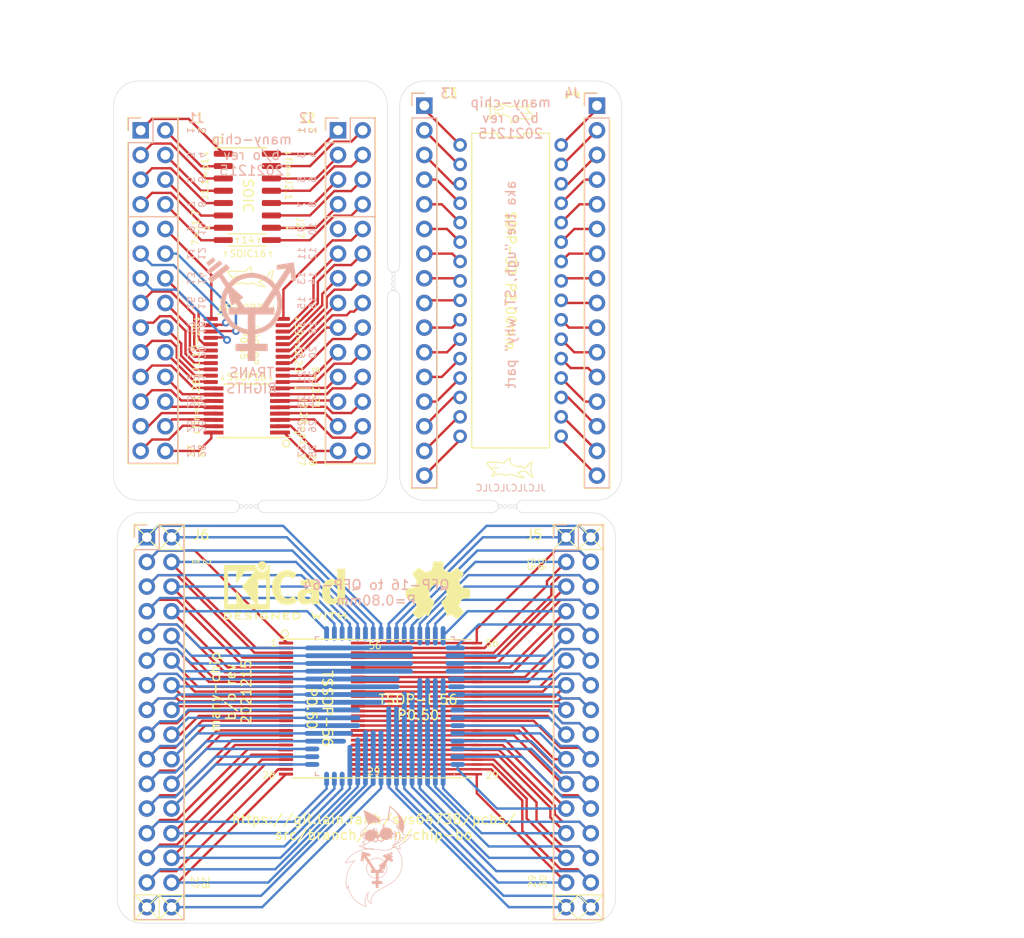
<source format=kicad_pcb>
(kicad_pcb (version 20171130) (host pcbnew 5.1.11)

  (general
    (thickness 1.6)
    (drawings 207)
    (tracks 863)
    (zones 0)
    (modules 21)
    (nets 153)
  )

  (page A4)
  (layers
    (0 F.Cu signal)
    (31 B.Cu signal)
    (32 B.Adhes user)
    (33 F.Adhes user)
    (34 B.Paste user)
    (35 F.Paste user)
    (36 B.SilkS user)
    (37 F.SilkS user)
    (38 B.Mask user)
    (39 F.Mask user)
    (40 Dwgs.User user)
    (41 Cmts.User user)
    (42 Eco1.User user)
    (43 Eco2.User user)
    (44 Edge.Cuts user)
    (45 Margin user)
    (46 B.CrtYd user)
    (47 F.CrtYd user)
    (48 B.Fab user)
    (49 F.Fab user)
  )

  (setup
    (last_trace_width 0.25)
    (trace_clearance 0.2)
    (zone_clearance 0.508)
    (zone_45_only no)
    (trace_min 0.2)
    (via_size 0.8)
    (via_drill 0.4)
    (via_min_size 0.4)
    (via_min_drill 0.3)
    (uvia_size 0.3)
    (uvia_drill 0.1)
    (uvias_allowed no)
    (uvia_min_size 0.2)
    (uvia_min_drill 0.1)
    (edge_width 0.05)
    (segment_width 0.2)
    (pcb_text_width 0.3)
    (pcb_text_size 1.5 1.5)
    (mod_edge_width 0.12)
    (mod_text_size 1 1)
    (mod_text_width 0.15)
    (pad_size 0.5 9.75)
    (pad_drill 0)
    (pad_to_mask_clearance 0)
    (aux_axis_origin 0 0)
    (visible_elements FFFFFF7F)
    (pcbplotparams
      (layerselection 0x010fc_ffffffff)
      (usegerberextensions false)
      (usegerberattributes true)
      (usegerberadvancedattributes true)
      (creategerberjobfile true)
      (excludeedgelayer true)
      (linewidth 0.100000)
      (plotframeref false)
      (viasonmask false)
      (mode 1)
      (useauxorigin false)
      (hpglpennumber 1)
      (hpglpenspeed 20)
      (hpglpendiameter 15.000000)
      (psnegative false)
      (psa4output false)
      (plotreference true)
      (plotvalue true)
      (plotinvisibletext false)
      (padsonsilk false)
      (subtractmaskfromsilk false)
      (outputformat 1)
      (mirror false)
      (drillshape 1)
      (scaleselection 1)
      (outputdirectory ""))
  )

  (net 0 "")
  (net 1 J115)
  (net 2 J114)
  (net 3 J113)
  (net 4 J112)
  (net 5 J111)
  (net 6 J110)
  (net 7 J109)
  (net 8 J108)
  (net 9 J107)
  (net 10 J106)
  (net 11 J105)
  (net 12 J104)
  (net 13 J103)
  (net 14 J102)
  (net 15 J101)
  (net 16 J100)
  (net 17 J135)
  (net 18 J134)
  (net 19 J133)
  (net 20 J132)
  (net 21 J131)
  (net 22 J130)
  (net 23 J129)
  (net 24 J128)
  (net 25 J127)
  (net 26 J126)
  (net 27 J125)
  (net 28 J124)
  (net 29 J123)
  (net 30 J122)
  (net 31 J121)
  (net 32 J120)
  (net 33 J28)
  (net 34 J27)
  (net 35 J26)
  (net 36 J25)
  (net 37 J24)
  (net 38 J23)
  (net 39 J22)
  (net 40 J21)
  (net 41 J20)
  (net 42 J19)
  (net 43 J18)
  (net 44 J17)
  (net 45 J16)
  (net 46 J15)
  (net 47 J14)
  (net 48 J13)
  (net 49 J12)
  (net 50 J11)
  (net 51 J10)
  (net 52 "Net-(J1-Pad9)")
  (net 53 J8)
  (net 54 J7)
  (net 55 J6)
  (net 56 J5)
  (net 57 J4)
  (net 58 J3)
  (net 59 J2)
  (net 60 J1)
  (net 61 J58)
  (net 62 J57)
  (net 63 J56)
  (net 64 J55)
  (net 65 J54)
  (net 66 J53)
  (net 67 J52)
  (net 68 J51)
  (net 69 J50)
  (net 70 J49)
  (net 71 J48)
  (net 72 J47)
  (net 73 J46)
  (net 74 J45)
  (net 75 J44)
  (net 76 J43)
  (net 77 J42)
  (net 78 J41)
  (net 79 J40)
  (net 80 "Net-(J2-Pad9)")
  (net 81 J38)
  (net 82 J37)
  (net 83 J36)
  (net 84 J35)
  (net 85 J34)
  (net 86 J33)
  (net 87 J32)
  (net 88 J31)
  (net 89 J264)
  (net 90 J214)
  (net 91 J263)
  (net 92 J213)
  (net 93 J262)
  (net 94 J212)
  (net 95 J261)
  (net 96 J211)
  (net 97 J260)
  (net 98 J210)
  (net 99 J259)
  (net 100 J209)
  (net 101 J258)
  (net 102 J208)
  (net 103 J257)
  (net 104 J207)
  (net 105 J256)
  (net 106 J206)
  (net 107 J255)
  (net 108 J205)
  (net 109 J254)
  (net 110 J204)
  (net 111 J253)
  (net 112 J203)
  (net 113 J252)
  (net 114 J202)
  (net 115 J251)
  (net 116 J201)
  (net 117 J284)
  (net 118 J234)
  (net 119 J283)
  (net 120 J233)
  (net 121 J282)
  (net 122 J232)
  (net 123 J281)
  (net 124 J231)
  (net 125 J280)
  (net 126 J230)
  (net 127 J279)
  (net 128 J229)
  (net 129 J278)
  (net 130 J228)
  (net 131 J277)
  (net 132 J227)
  (net 133 J276)
  (net 134 J226)
  (net 135 J275)
  (net 136 J225)
  (net 137 J274)
  (net 138 J224)
  (net 139 J273)
  (net 140 J223)
  (net 141 J272)
  (net 142 J222)
  (net 143 J271)
  (net 144 J221)
  (net 145 J215)
  (net 146 J265)
  (net 147 J200)
  (net 148 J250)
  (net 149 J235)
  (net 150 J285)
  (net 151 J220)
  (net 152 J270)

  (net_class Default "This is the default net class."
    (clearance 0.2)
    (trace_width 0.25)
    (via_dia 0.8)
    (via_drill 0.4)
    (uvia_dia 0.3)
    (uvia_drill 0.1)
    (add_net J1)
    (add_net J10)
    (add_net J100)
    (add_net J101)
    (add_net J102)
    (add_net J103)
    (add_net J104)
    (add_net J105)
    (add_net J106)
    (add_net J107)
    (add_net J108)
    (add_net J109)
    (add_net J11)
    (add_net J110)
    (add_net J111)
    (add_net J112)
    (add_net J113)
    (add_net J114)
    (add_net J115)
    (add_net J12)
    (add_net J120)
    (add_net J121)
    (add_net J122)
    (add_net J123)
    (add_net J124)
    (add_net J125)
    (add_net J126)
    (add_net J127)
    (add_net J128)
    (add_net J129)
    (add_net J13)
    (add_net J130)
    (add_net J131)
    (add_net J132)
    (add_net J133)
    (add_net J134)
    (add_net J135)
    (add_net J14)
    (add_net J15)
    (add_net J16)
    (add_net J17)
    (add_net J18)
    (add_net J19)
    (add_net J2)
    (add_net J20)
    (add_net J200)
    (add_net J201)
    (add_net J202)
    (add_net J203)
    (add_net J204)
    (add_net J205)
    (add_net J206)
    (add_net J207)
    (add_net J208)
    (add_net J209)
    (add_net J21)
    (add_net J210)
    (add_net J211)
    (add_net J212)
    (add_net J213)
    (add_net J214)
    (add_net J215)
    (add_net J22)
    (add_net J220)
    (add_net J221)
    (add_net J222)
    (add_net J223)
    (add_net J224)
    (add_net J225)
    (add_net J226)
    (add_net J227)
    (add_net J228)
    (add_net J229)
    (add_net J23)
    (add_net J230)
    (add_net J231)
    (add_net J232)
    (add_net J233)
    (add_net J234)
    (add_net J235)
    (add_net J24)
    (add_net J25)
    (add_net J250)
    (add_net J251)
    (add_net J252)
    (add_net J253)
    (add_net J254)
    (add_net J255)
    (add_net J256)
    (add_net J257)
    (add_net J258)
    (add_net J259)
    (add_net J26)
    (add_net J260)
    (add_net J261)
    (add_net J262)
    (add_net J263)
    (add_net J264)
    (add_net J265)
    (add_net J27)
    (add_net J270)
    (add_net J271)
    (add_net J272)
    (add_net J273)
    (add_net J274)
    (add_net J275)
    (add_net J276)
    (add_net J277)
    (add_net J278)
    (add_net J279)
    (add_net J28)
    (add_net J280)
    (add_net J281)
    (add_net J282)
    (add_net J283)
    (add_net J284)
    (add_net J285)
    (add_net J3)
    (add_net J31)
    (add_net J32)
    (add_net J33)
    (add_net J34)
    (add_net J35)
    (add_net J36)
    (add_net J37)
    (add_net J38)
    (add_net J4)
    (add_net J40)
    (add_net J41)
    (add_net J42)
    (add_net J43)
    (add_net J44)
    (add_net J45)
    (add_net J46)
    (add_net J47)
    (add_net J48)
    (add_net J49)
    (add_net J5)
    (add_net J50)
    (add_net J51)
    (add_net J52)
    (add_net J53)
    (add_net J54)
    (add_net J55)
    (add_net J56)
    (add_net J57)
    (add_net J58)
    (add_net J6)
    (add_net J7)
    (add_net J8)
    (add_net "Net-(J1-Pad9)")
    (add_net "Net-(J2-Pad9)")
  )

  (module graphics:xenia2-small (layer B.Cu) (tedit 61BE1604) (tstamp 61C69340)
    (at 153.924 130.556 180)
    (fp_text reference REF** (at 0 -0.5) (layer B.SilkS) hide
      (effects (font (size 1 1) (thickness 0.15)) (justify mirror))
    )
    (fp_text value xenia2-small (at 0 0.5) (layer B.Fab)
      (effects (font (size 1 1) (thickness 0.15)) (justify mirror))
    )
    (fp_poly (pts (xy -0.705094 3.462769) (xy -0.681979 3.29283) (xy -0.669406 3.122271) (xy -0.618616 3.085937)
      (xy -0.572237 3.039508) (xy -0.52617 2.982586) (xy -0.475795 2.90493) (xy -0.437788 2.820029)
      (xy -0.412528 2.726891) (xy -0.400598 2.64649) (xy -0.393275 2.590567) (xy -0.399506 2.484218)
      (xy -0.284212 2.515015) (xy -0.184392 2.507911) (xy -0.06805 2.452256) (xy -0.06805 2.568265)
      (xy -0.062327 2.627992) (xy -0.047922 2.671552) (xy -0.028986 2.709134) (xy 0.002612 2.757383)
      (xy 0.042385 2.803434) (xy 0.08584 2.84882) (xy 0.128037 2.885062) (xy 0.239731 2.957727)
      (xy 0.205401 3.121087) (xy 0.23618 3.221708) (xy 0.291817 2.977851) (xy 0.390397 3.007315)
      (xy 0.495795 3.016563) (xy 0.590128 3.009812) (xy 0.694247 2.99073) (xy 0.791314 2.959838)
      (xy 0.882519 2.904457) (xy 0.970635 2.820788) (xy 1.016 2.7686) (xy 1.038776 2.729529)
      (xy 1.090863 2.628638) (xy 1.1176 2.54) (xy 1.143 2.4638) (xy 1.1176 2.3622)
      (xy 1.1176 2.2606) (xy 1.0922 2.159) (xy 1.043512 2.098308) (xy 0.981992 2.029842)
      (xy 0.896153 1.950349) (xy 0.811493 1.88878) (xy 0.72073 1.856524) (xy 0.617886 1.833871)
      (xy 0.488323 1.831959) (xy 0.38736 1.85628) (xy 0.265842 1.900361) (xy 0.199483 1.944417)
      (xy 0.193191 1.99208) (xy 0.171115 2.096564) (xy 0.128456 2.200112) (xy 0.082196 2.241567)
      (xy -0.024251 2.316122) (xy -0.052494 2.3876) (xy -0.150706 2.467275) (xy -0.3048 2.4892)
      (xy -0.4064 2.4638) (xy -0.422738 2.406551) (xy -0.452809 2.318757) (xy -0.547584 2.183957)
      (xy -0.650339 2.099363) (xy -0.766476 2.036752) (xy -0.935097 2.005866) (xy -1.107716 2.011333)
      (xy -1.27 2.0574) (xy -1.407043 2.12467) (xy -1.525525 2.223652) (xy -1.575195 2.28588)
      (xy -1.654713 2.469027) (xy -1.670266 2.576417) (xy -1.664959 2.68901) (xy -1.814387 2.538317)
      (xy -1.974127 2.412669) (xy -2.144387 2.312571) (xy -1.893427 2.898538) (xy -1.944978 2.730616)
      (xy -2.012592 2.565371) (xy -2.080463 2.40017) (xy -1.924982 2.519501) (xy -1.789366 2.642021)
      (xy -1.654305 2.79555) (xy -1.634714 2.826928) (xy -1.594077 2.890926) (xy -1.559603 2.942338)
      (xy -1.522567 2.990047) (xy -1.467269 3.058347) (xy -1.438859 3.162519) (xy -1.445961 3.077288)
      (xy -1.409214 3.109054) (xy -1.31693 3.168438) (xy -1.241934 3.200718) (xy -1.156607 3.224287)
      (xy -1.051765 3.237097) (xy -0.92378 3.230102) (xy -0.826881 3.20128) (xy -0.738065 3.164887)
      (xy -0.75019 3.279964) (xy -0.765071 3.393663) (xy -0.785416 3.504629) (xy -0.75227 3.631293)) (layer B.SilkS) (width 0.05))
    (fp_poly (pts (xy -1.3208 5.0038) (xy -1.24365 4.534681) (xy -1.200195 4.053737) (xy -1.344168 4.026951)
      (xy -1.2954 4.2418) (xy -1.283142 4.42204) (xy -1.2954 4.5974) (xy -1.3208 4.699)
      (xy -1.3716 5.0038) (xy -1.424525 5.37963) (xy -1.5494 5.2832) (xy -1.8288 5.0546)
      (xy -2.032 4.826) (xy -2.1844 4.572) (xy -2.3114 4.2926) (xy -2.352462 4.122994)
      (xy -2.3622 4.0132) (xy -2.352237 3.781994) (xy -2.335239 3.407531) (xy -2.475864 3.243469)
      (xy -2.345284 3.29704) (xy -2.378766 3.099496) (xy -2.599748 2.932085) (xy -2.482561 2.975612)
      (xy -2.721752 2.678951) (xy -2.794 2.9718) (xy -2.8702 3.2766) (xy -2.8702 3.5814)
      (xy -2.8194 3.81) (xy -2.7686 3.9624) (xy -2.667 4.1656) (xy -2.4638 4.4704)
      (xy -2.159 4.8006) (xy -1.8034 5.1308) (xy -1.402239 5.464376)) (layer B.SilkS) (width 0.05))
    (fp_poly (pts (xy 1.143 4.4958) (xy 0.9906 4.0132) (xy 0.802037 3.54146) (xy 0.6858 3.6322)
      (xy 0.527985 3.716029) (xy 0.4064 3.7592) (xy 0.2794 3.7846) (xy 0.1016 3.7846)
      (xy -0.145507 3.765791) (xy 0.007396 3.847263) (xy 0.171672 3.926209) (xy 0.4064 4.003514)
      (xy 0.2286 4.0132) (xy 0.0508 3.9624) (xy -0.0508 3.937) (xy -0.127 3.8862)
      (xy -0.254 3.7592) (xy -0.3302 3.8608) (xy -0.450195 3.966683) (xy -0.0254 4.318)
      (xy 0.1778 4.4704) (xy 0.4826 4.6482) (xy 1.016 4.9022) (xy 1.294225 5.021371)) (layer B.SilkS) (width 0.05))
    (fp_poly (pts (xy -0.169664 2.399708) (xy -0.062459 2.363506) (xy -0.063315 2.33743) (xy 0.046184 2.260485)
      (xy 0.045597 2.248701) (xy 0.043225 2.212542) (xy 0.0254 2.1844) (xy -0.00174 2.164708)
      (xy -0.074976 2.113539) (xy -0.111849 2.097716) (xy -0.143811 1.986441) (xy -0.093893 1.916057)
      (xy 0.023693 1.786384) (xy 0.05561 1.789687) (xy 0.086935 1.800091) (xy 0.117803 1.815978)
      (xy 0.122369 1.841358) (xy 0.139252 1.865455) (xy 0.163378 1.872799) (xy 0.18271 1.860935)
      (xy 0.197638 1.840154) (xy 0.212505 1.812427) (xy 0.213593 1.793092) (xy 0.2032 1.778)
      (xy 0.181869 1.764215) (xy 0.156375 1.772314) (xy 0.137335 1.788159) (xy 0.098514 1.766199)
      (xy 0.014815 1.749095) (xy -0.10437 1.881874) (xy -0.162751 1.961582) (xy -0.492892 1.784291)
      (xy -0.542222 1.810537) (xy -0.593727 1.849202) (xy -0.650466 1.903577) (xy -0.688637 1.901788)
      (xy -0.763055 1.900168) (xy -0.772054 1.91028) (xy -0.762 1.9304) (xy -0.746943 1.949151)
      (xy -0.712931 1.958264) (xy -0.660143 1.964472) (xy -0.605482 1.963948) (xy -0.578883 1.96127)
      (xy -0.555751 1.942818) (xy -0.5588 1.9304) (xy -0.595324 1.916076) (xy -0.618504 1.914229)
      (xy -0.576745 1.874536) (xy -0.491248 1.824854) (xy -0.40674 1.867339) (xy -0.3556 1.905)
      (xy -0.250022 1.946915) (xy -0.166303 1.991766) (xy -0.137892 2.091203) (xy -0.381157 2.306058)
      (xy -0.368136 2.352225) (xy -0.434427 2.358736) (xy -0.419038 2.402537) (xy -0.282199 2.42022)) (layer B.SilkS) (width 0.05))
    (fp_curve (pts (xy -2.395262 1.309259) (xy -2.378258 1.340511) (xy -2.36076 1.37138) (xy -2.343261 1.40225)) (layer B.SilkS) (width 0.05))
    (fp_curve (pts (xy -0.202427 -3.235325) (xy -0.116213 -3.287549) (xy -0.03 -3.339774) (xy 0.049246 -3.401592)) (layer B.SilkS) (width 0.05))
    (fp_curve (pts (xy -1.770313 -2.31089) (xy -1.675392 -2.385711) (xy -1.573277 -2.451076) (xy -1.471162 -2.51644)) (layer B.SilkS) (width 0.05))
    (fp_curve (pts (xy -2.0491 -2.046616) (xy -1.963172 -2.141926) (xy -1.870772 -2.231704) (xy -1.770313 -2.31089)) (layer B.SilkS) (width 0.05))
    (fp_curve (pts (xy 1.404716 1.31992) (xy 1.328255 1.369383) (xy 1.251794 1.418845) (xy 1.175402 1.468416)) (layer B.SilkS) (width 0.05))
    (fp_curve (pts (xy 1.12756 2.657048) (xy 1.124901 2.668974) (xy 1.122772 2.680977) (xy 1.120781 2.693216)) (layer B.SilkS) (width 0.05))
    (fp_curve (pts (xy -2.255672 3.473877) (xy -2.217532 3.509667) (xy -2.177939 3.543921) (xy -2.137284 3.576839)) (layer B.SilkS) (width 0.05))
    (fp_curve (pts (xy -2.368216 3.360797) (xy -2.331733 3.399502) (xy -2.294454 3.437484) (xy -2.255672 3.473877)) (layer B.SilkS) (width 0.05))
    (fp_line (start 0.23618 3.221708) (end 0.205401 3.121087) (layer B.SilkS) (width 0.00625))
    (fp_line (start 0.291817 2.977851) (end 0.23618 3.221708) (layer B.SilkS) (width 0.00625))
    (fp_curve (pts (xy 0.181255 2.921394) (xy 0.163117 2.90987) (xy 0.145126 2.898079) (xy 0.128037 2.885062)) (layer B.SilkS) (width 0.00625))
    (fp_curve (pts (xy -0.563458 1.954477) (xy -0.561664 1.953168) (xy -0.560003 1.951666) (xy -0.558654 1.949862)) (layer B.SilkS) (width 0.00625))
    (fp_curve (pts (xy -0.578883 1.96127) (xy -0.573397 1.959871) (xy -0.567999 1.95779) (xy -0.563458 1.954477)) (layer B.SilkS) (width 0.00625))
    (fp_line (start 0.617886 1.833871) (end 0.992886 2.036438) (layer B.SilkS) (width 0.00625))
    (fp_curve (pts (xy 1.540548 1.40073) (xy 1.60892 1.373299) (xy 1.681762 1.357491) (xy 1.754604 1.341683)) (layer B.SilkS) (width 0.05))
    (fp_curve (pts (xy 1.359737 1.496967) (xy 1.418212 1.461228) (xy 1.477479 1.426034) (xy 1.540548 1.40073)) (layer B.SilkS) (width 0.05))
    (fp_curve (pts (xy 0.343332 4.003514) (xy 0.26627 3.9954) (xy 0.189208 3.987286) (xy 0.112734 3.970656)) (layer B.SilkS) (width 0.00625))
    (fp_line (start -1.344168 4.026951) (end -1.200195 4.053737) (layer B.SilkS) (width 0.00625))
    (fp_curve (pts (xy -1.402239 5.464376) (xy -1.679624 5.233146) (xy -1.957009 5.001916) (xy -2.220263 4.729366)) (layer B.SilkS) (width 0.00625))
    (fp_line (start -0.450195 3.966683) (end -0.450195 3.966683) (layer B.SilkS) (width 0.00625))
    (fp_curve (pts (xy 0.08584 2.84882) (xy 0.070743 2.834299) (xy 0.05656 2.818883) (xy 0.042385 2.803434)) (layer B.SilkS) (width 0.00625))
    (fp_curve (pts (xy -0.06805 2.452256) (xy -0.105524 2.474444) (xy -0.142999 2.496632) (xy -0.184392 2.507911)) (layer B.SilkS) (width 0.00625))
    (fp_curve (pts (xy -1.670266 2.576417) (xy -1.669032 2.540292) (xy -1.663555 2.504173) (xy -1.654713 2.469027)) (layer B.SilkS) (width 0.00625))
    (fp_curve (pts (xy 3.112264 -2.50431) (xy 3.114696 -2.419795) (xy 3.111353 -2.335313) (xy 3.105609 -2.25095)) (layer B.SilkS) (width 0.05))
    (fp_curve (pts (xy 3.085213 -2.763292) (xy 3.101171 -2.678005) (xy 3.109766 -2.59114) (xy 3.112264 -2.50431)) (layer B.SilkS) (width 0.05))
    (fp_curve (pts (xy -2.220263 4.729366) (xy -2.504064 4.435544) (xy -2.771443 4.093701) (xy -2.842038 3.719936)) (layer B.SilkS) (width 0.00625))
    (fp_curve (pts (xy -0.143811 1.986441) (xy -0.127538 1.962713) (xy -0.111266 1.938984) (xy -0.093893 1.916057)) (layer B.SilkS) (width 0.00625))
    (fp_curve (pts (xy -0.074976 2.113539) (xy -0.086633 2.107498) (xy -0.099241 2.102607) (xy -0.111849 2.097716)) (layer B.SilkS) (width 0.00625))
    (fp_curve (pts (xy 1.187082 1.604518) (xy 1.244374 1.568489) (xy 1.301665 1.532459) (xy 1.359737 1.496967)) (layer B.SilkS) (width 0.05))
    (fp_curve (pts (xy 1.272925 1.644876) (xy 1.24477 1.630484) (xy 1.215926 1.617501) (xy 1.187082 1.604518)) (layer B.SilkS) (width 0.05))
    (fp_curve (pts (xy 1.361479 1.696081) (xy 1.332849 1.677553) (xy 1.303287 1.660395) (xy 1.272925 1.644876)) (layer B.SilkS) (width 0.05))
    (fp_curve (pts (xy 0.992886 2.036438) (xy 1.035168 1.994655) (xy 1.077452 1.952872) (xy 1.124275 1.916406)) (layer B.SilkS) (width 0.05))
    (fp_curve (pts (xy 0.922331 1.63336) (xy 0.820694 1.69996) (xy 0.71929 1.766915) (xy 0.617886 1.833871)) (layer B.SilkS) (width 0.05))
    (fp_curve (pts (xy 1.175402 1.468416) (xy 1.090935 1.523228) (xy 1.006553 1.578172) (xy 0.922331 1.63336)) (layer B.SilkS) (width 0.05))
    (fp_line (start 1.615654 2.349496) (end 1.380888 2.613249) (layer B.SilkS) (width 0.05))
    (fp_curve (pts (xy 2.918263 -2.835906) (xy 2.902691 -2.804334) (xy 2.886962 -2.77284) (xy 2.871234 -2.741345)) (layer B.SilkS) (width 0.05))
    (fp_curve (pts (xy 2.966096 -2.934489) (xy 2.950407 -2.901505) (xy 2.934419 -2.868664) (xy 2.918263 -2.835906)) (layer B.SilkS) (width 0.05))
    (fp_curve (pts (xy -2.012592 2.565371) (xy -1.989336 2.620194) (xy -1.965118 2.674677) (xy -1.944978 2.730616)) (layer B.SilkS) (width 0.00625))
    (fp_curve (pts (xy -2.842038 3.719936) (xy -2.904437 3.389567) (xy -2.813094 3.034259) (xy -2.721752 2.678951)) (layer B.SilkS) (width 0.00625))
    (fp_line (start -1.683915 -0.078748) (end -1.595526 -0.252253) (layer B.SilkS) (width 0.00625))
    (fp_curve (pts (xy 0.301479 1.088893) (xy 0.354936 1.081646) (xy 0.408394 1.074399) (xy 0.462122 1.070117)) (layer B.SilkS) (width 0.05))
    (fp_curve (pts (xy -2.364464 2.118897) (xy -2.373822 2.141015) (xy -2.382991 2.163224) (xy -2.392159 2.185433)) (layer B.SilkS) (width 0.05))
    (fp_curve (pts (xy -2.300311 1.974236) (xy -2.322451 2.022203) (xy -2.343915 2.070331) (xy -2.364464 2.118897)) (layer B.SilkS) (width 0.05))
    (fp_curve (pts (xy 1.650382 -4.621863) (xy 1.758587 -4.56535) (xy 1.862828 -4.500859) (xy 1.960936 -4.42783)) (layer B.SilkS) (width 0.05))
    (fp_curve (pts (xy 1.341186 -4.765946) (xy 1.445347 -4.720227) (xy 1.549585 -4.674507) (xy 1.650382 -4.621863)) (layer B.SilkS) (width 0.05))
    (fp_curve (pts (xy -2.662449 -0.607202) (xy -2.66031 -0.700161) (xy -2.651988 -0.793132) (xy -2.636579 -0.88488)) (layer B.SilkS) (width 0.05))
    (fp_curve (pts (xy -2.657848 -0.338605) (xy -2.660833 -0.428124) (xy -2.66451 -0.517658) (xy -2.662449 -0.607202)) (layer B.SilkS) (width 0.05))
    (fp_curve (pts (xy 0.002612 2.757383) (xy -0.00907 2.742124) (xy -0.019501 2.725871) (xy -0.028986 2.709134)) (layer B.SilkS) (width 0.00625))
    (fp_curve (pts (xy 3.185966 -0.406085) (xy 3.090062 -0.255808) (xy 2.994157 -0.105531) (xy 2.885298 0.035832)) (layer B.SilkS) (width 0.05))
    (fp_curve (pts (xy 2.838876 -0.308539) (xy 2.955971 -0.33532) (xy 3.070968 -0.370702) (xy 3.185966 -0.406085)) (layer B.SilkS) (width 0.05))
    (fp_curve (pts (xy 2.499256 -0.238514) (xy 2.611695 -0.264977) (xy 2.726255 -0.28278) (xy 2.838876 -0.308539)) (layer B.SilkS) (width 0.05))
    (fp_curve (pts (xy -1.107716 2.011333) (xy -1.050781 2.003092) (xy -0.992981 2.002316) (xy -0.935097 2.005866)) (layer B.SilkS) (width 0.00625))
    (fp_curve (pts (xy 1.032858 -4.901339) (xy 1.135609 -4.856208) (xy 1.23836 -4.811078) (xy 1.341186 -4.765946)) (layer B.SilkS) (width 0.05))
    (fp_curve (pts (xy -1.803881 1.446799) (xy -1.760346 1.435603) (xy -1.71502 1.431356) (xy -1.669694 1.427109)) (layer B.SilkS) (width 0.05))
    (fp_curve (pts (xy 2.194895 -0.15162) (xy 2.295759 -0.18299) (xy 2.396624 -0.21436) (xy 2.499256 -0.238514)) (layer B.SilkS) (width 0.05))
    (fp_curve (pts (xy -0.382101 0.949192) (xy -0.118877 0.982584) (xy 0.139013 0.999745) (xy 0.396903 1.016906)) (layer B.SilkS) (width 0.05))
    (fp_curve (pts (xy -1.148114 0.914987) (xy -0.903467 0.868095) (xy -0.640219 0.916447) (xy -0.382101 0.949192)) (layer B.SilkS) (width 0.05))
    (fp_curve (pts (xy -2.426437 2.566261) (xy -2.432972 2.502752) (xy -2.436142 2.438614) (xy -2.430018 2.375534)) (layer B.SilkS) (width 0.05))
    (fp_curve (pts (xy -2.393917 2.758552) (xy -2.409557 2.695457) (xy -2.419756 2.631188) (xy -2.426437 2.566261)) (layer B.SilkS) (width 0.05))
    (fp_curve (pts (xy 0.835519 -4.259879) (xy 0.855833 -4.21015) (xy 0.871402 -4.15905) (xy 0.884565 -4.106966)) (layer B.SilkS) (width 0.05))
    (fp_line (start 0.673125 -0.248983) (end 0.794254 -0.386473) (layer B.SilkS) (width 0.00625))
    (fp_line (start 0.077318 -1.16561) (end 0.673125 -0.248983) (layer B.SilkS) (width 0.00625))
    (fp_line (start -0.253322 -1.162339) (end 0.077318 -1.16561) (layer B.SilkS) (width 0.00625))
    (fp_curve (pts (xy -0.935097 2.005866) (xy -0.877642 2.009391) (xy -0.820102 2.017179) (xy -0.766476 2.036752)) (layer B.SilkS) (width 0.00625))
    (fp_curve (pts (xy -0.450195 3.966683) (xy -0.252441 4.138141) (xy -0.054687 4.309599) (xy 0.162033 4.453662)) (layer B.SilkS) (width 0.00625))
    (fp_curve (pts (xy -1.266028 2.053324) (xy -1.214929 2.033679) (xy -1.161711 2.019149) (xy -1.107716 2.011333)) (layer B.SilkS) (width 0.00625))
    (fp_curve (pts (xy -0.00174 2.164708) (xy -0.027777 2.14614) (xy -0.04902 2.126989) (xy -0.074976 2.113539)) (layer B.SilkS) (width 0.00625))
    (fp_curve (pts (xy 0.043225 2.212542) (xy 0.039116 2.191682) (xy 0.017394 2.178352) (xy -0.00174 2.164708)) (layer B.SilkS) (width 0.00625))
    (fp_curve (pts (xy 0.156375 1.772314) (xy 0.152948 1.774278) (xy 0.149645 1.776469) (xy 0.14663 1.778991)) (layer B.SilkS) (width 0.00625))
    (fp_curve (pts (xy 0.169297 1.76626) (xy 0.164834 1.767902) (xy 0.160514 1.769942) (xy 0.156375 1.772314)) (layer B.SilkS) (width 0.00625))
    (fp_curve (pts (xy 0.162033 4.453662) (xy 0.342781 4.573814) (xy 0.536721 4.67491) (xy 0.733337 4.768766)) (layer B.SilkS) (width 0.00625))
    (fp_curve (pts (xy -0.75019 3.279964) (xy -0.745896 3.241624) (xy -0.74198 3.203256) (xy -0.738065 3.164887)) (layer B.SilkS) (width 0.00625))
    (fp_curve (pts (xy -3.676189 2.51618) (xy -3.623701 2.502726) (xy -3.571214 2.489272) (xy -3.518745 2.475325)) (layer B.SilkS) (width 0.05))
    (fp_line (start -0.434427 2.358736) (end -0.419038 2.402537) (layer B.SilkS) (width 0.00625))
    (fp_line (start -0.368136 2.352225) (end -0.434427 2.358736) (layer B.SilkS) (width 0.00625))
    (fp_line (start -0.381157 2.306058) (end -0.368136 2.352225) (layer B.SilkS) (width 0.00625))
    (fp_line (start -0.137892 2.091203) (end -0.381157 2.306058) (layer B.SilkS) (width 0.00625))
    (fp_curve (pts (xy 0.171672 3.926209) (xy 0.228699 3.95242) (xy 0.286016 3.977967) (xy 0.343332 4.003514)) (layer B.SilkS) (width 0.00625))
    (fp_line (start -1.923409 1.668134) (end -1.779436 1.443804) (layer B.SilkS) (width 0.05))
    (fp_curve (pts (xy -1.985504 1.824533) (xy -1.971661 1.770535) (xy -1.947535 1.719334) (xy -1.923409 1.668134)) (layer B.SilkS) (width 0.05))
    (fp_curve (pts (xy -2.003031 2.006936) (xy -2.003457 1.945455) (xy -2.000577 1.883335) (xy -1.985504 1.824533)) (layer B.SilkS) (width 0.05))
    (fp_curve (pts (xy -1.24365 4.534681) (xy -1.264558 4.693808) (xy -1.295128 4.851693) (xy -1.323724 5.009811)) (layer B.SilkS) (width 0.00625))
    (fp_curve (pts (xy -0.437788 2.820029) (xy -0.448156 2.849285) (xy -0.460848 2.877736) (xy -0.475795 2.90493)) (layer B.SilkS) (width 0.00625))
    (fp_curve (pts (xy -1.559603 2.942338) (xy -1.57169 2.925625) (xy -1.582892 2.908272) (xy -1.594077 2.890926)) (layer B.SilkS) (width 0.00625))
    (fp_line (start -1.569336 0.451589) (end -1.683915 0.618545) (layer B.SilkS) (width 0.00625))
    (fp_curve (pts (xy 0.007396 3.847263) (xy 0.061525 3.874835) (xy 0.116463 3.900833) (xy 0.171672 3.926209)) (layer B.SilkS) (width 0.00625))
    (fp_curve (pts (xy 0.122369 1.841358) (xy 0.123632 1.845549) (xy 0.125476 1.849598) (xy 0.127865 1.853267)) (layer B.SilkS) (width 0.00625))
    (fp_curve (pts (xy 0.119777 1.828691) (xy 0.120446 1.832955) (xy 0.121125 1.837226) (xy 0.122369 1.841358)) (layer B.SilkS) (width 0.00625))
    (fp_curve (pts (xy -2.572963 0.276951) (xy -2.59529 0.219043) (xy -2.614876 0.159955) (xy -2.628447 0.09934)) (layer B.SilkS) (width 0.05))
    (fp_curve (pts (xy -2.445376 0.561225) (xy -2.490496 0.467579) (xy -2.535574 0.37392) (xy -2.572963 0.276951)) (layer B.SilkS) (width 0.05))
    (fp_curve (pts (xy -2.290581 0.867262) (xy -2.346001 0.767352) (xy -2.395714 0.664297) (xy -2.445376 0.561225)) (layer B.SilkS) (width 0.05))
    (fp_line (start -2.378766 3.099496) (end -2.345284 3.29704) (layer B.SilkS) (width 0.00625))
    (fp_curve (pts (xy -0.284212 2.515015) (xy -0.323832 2.510449) (xy -0.361669 2.497333) (xy -0.399506 2.484218)) (layer B.SilkS) (width 0.00625))
    (fp_line (start 0.846633 -0.324272) (end 1.295126 0.307546) (layer B.SilkS) (width 0.00625))
    (fp_line (start -2.345284 3.29704) (end -2.475864 3.243469) (layer B.SilkS) (width 0.00625))
    (fp_curve (pts (xy -1.051765 3.237097) (xy -1.087062 3.235301) (xy -1.122087 3.231235) (xy -1.156607 3.224287)) (layer B.SilkS) (width 0.00625))
    (fp_curve (pts (xy -1.618361 2.366331) (xy -1.594602 2.314601) (xy -1.563671 2.265797) (xy -1.525525 2.223652)) (layer B.SilkS) (width 0.00625))
    (fp_line (start -2.06236 3.408368) (end -2.475864 3.243469) (layer B.SilkS) (width 0.05))
    (fp_line (start -1.683915 0.618545) (end -1.523505 0.729849) (layer B.SilkS) (width 0.00625))
    (fp_line (start -1.344168 4.026951) (end -1.200195 4.053737) (layer B.SilkS) (width 0.00625))
    (fp_curve (pts (xy -0.000498 3.013185) (xy 0.014742 3.062166) (xy 0.028758 3.111383) (xy 0.042774 3.1606)) (layer B.SilkS) (width 0.05))
    (fp_curve (pts (xy -0.057646 2.857841) (xy -0.03476 2.907919) (xy -0.016918 2.960415) (xy -0.000498 3.013185)) (layer B.SilkS) (width 0.05))
    (fp_line (start -2.475864 3.243469) (end -2.335239 3.407531) (layer B.SilkS) (width 0.00625))
    (fp_curve (pts (xy 0.044353 2.226263) (xy 0.044174 2.221622) (xy 0.044087 2.216917) (xy 0.043225 2.212542)) (layer B.SilkS) (width 0.00625))
    (fp_curve (pts (xy 0.045597 2.248701) (xy 0.045182 2.24124) (xy 0.044645 2.233838) (xy 0.044353 2.226263)) (layer B.SilkS) (width 0.00625))
    (fp_curve (pts (xy -1.917152 1.248535) (xy -1.866724 1.242795) (xy -1.816003 1.239469) (xy -1.765268 1.237266)) (layer B.SilkS) (width 0.05))
    (fp_curve (pts (xy -2.062707 1.269667) (xy -2.014279 1.261873) (xy -1.965852 1.254078) (xy -1.917152 1.248535)) (layer B.SilkS) (width 0.05))
    (fp_curve (pts (xy -1.424525 5.37963) (xy -1.403998 5.208461) (xy -1.38347 5.037293) (xy -1.350215 4.866237)) (layer B.SilkS) (width 0.00625))
    (fp_curve (pts (xy -0.159793 2.676784) (xy -0.123091 2.735865) (xy -0.08639 2.794947) (xy -0.057646 2.857841)) (layer B.SilkS) (width 0.05))
    (fp_curve (pts (xy 0.06435 2.859566) (xy 0.125289 2.937389) (xy 0.165345 3.029238) (xy 0.205401 3.121087)) (layer B.SilkS) (width 0.05))
    (fp_curve (pts (xy -0.139428 2.688832) (xy -0.061413 2.731537) (xy 0.009827 2.789937) (xy 0.06435 2.859566)) (layer B.SilkS) (width 0.05))
    (fp_line (start 0.735329 -0.170409) (end 0.846633 -0.324272) (layer B.SilkS) (width 0.00625))
    (fp_curve (pts (xy 1.090043 2.650741) (xy 1.090506 2.642493) (xy 1.091166 2.633602) (xy 1.090863 2.628638)) (layer B.SilkS) (width 0.00625))
    (fp_curve (pts (xy 0.265842 1.900361) (xy 0.309479 1.883566) (xy 0.347071 1.869543) (xy 0.38736 1.85628)) (layer B.SilkS) (width 0.00625))
    (fp_curve (pts (xy -0.395948 2.56509) (xy -0.395951 2.592254) (xy -0.397764 2.619437) (xy -0.400598 2.64649)) (layer B.SilkS) (width 0.00625))
    (fp_curve (pts (xy 0.137335 1.788159) (xy 0.124764 1.779986) (xy 0.112192 1.771812) (xy 0.098514 1.766199)) (layer B.SilkS) (width 0.00625))
    (fp_curve (pts (xy 0.14663 1.778991) (xy 0.143297 1.781778) (xy 0.140316 1.784969) (xy 0.137335 1.788159)) (layer B.SilkS) (width 0.00625))
    (fp_curve (pts (xy 2.853499 -2.930333) (xy 2.858677 -2.867199) (xy 2.864955 -2.804272) (xy 2.871234 -2.741345)) (layer B.SilkS) (width 0.05))
    (fp_curve (pts (xy 2.833214 -3.120886) (xy 2.844165 -3.058019) (xy 2.848271 -2.99407) (xy 2.853499 -2.930333)) (layer B.SilkS) (width 0.05))
    (fp_curve (pts (xy -0.028986 2.709134) (xy -0.035906 2.696922) (xy -0.042324 2.684452) (xy -0.047922 2.671552)) (layer B.SilkS) (width 0.00625))
    (fp_curve (pts (xy -2.430018 2.375534) (xy -2.423795 2.311438) (xy -2.407977 2.248436) (xy -2.392159 2.185433)) (layer B.SilkS) (width 0.05))
    (fp_curve (pts (xy 1.134567 4.468027) (xy 1.082055 4.295269) (xy 1.026066 4.123493) (xy 0.963695 3.954101)) (layer B.SilkS) (width 0.00625))
    (fp_curve (pts (xy 0.117803 1.815978) (xy 0.118458 1.820213) (xy 0.119112 1.824448) (xy 0.119777 1.828691)) (layer B.SilkS) (width 0.00625))
    (fp_curve (pts (xy 0.086935 1.800091) (xy 0.09753 1.804827) (xy 0.107666 1.810402) (xy 0.117803 1.815978)) (layer B.SilkS) (width 0.00625))
    (fp_curve (pts (xy -2.445811 1.205015) (xy -2.431656 1.240841) (xy -2.413752 1.275276) (xy -2.395262 1.309259)) (layer B.SilkS) (width 0.05))
    (fp_curve (pts (xy -2.490049 1.051853) (xy -2.477669 1.103784) (xy -2.46529 1.155716) (xy -2.445811 1.205015)) (layer B.SilkS) (width 0.05))
    (fp_curve (pts (xy -2.943852 2.476319) (xy -2.90443 2.489294) (xy -2.865638 2.505998) (xy -2.833343 2.531568)) (layer B.SilkS) (width 0.05))
    (fp_curve (pts (xy -3.062614 2.447008) (xy -3.022531 2.454282) (xy -2.982883 2.463472) (xy -2.943852 2.476319)) (layer B.SilkS) (width 0.05))
    (fp_curve (pts (xy -1.350215 4.866237) (xy -1.321417 4.718102) (xy -1.283073 4.570052) (xy -1.283142 4.42204)) (layer B.SilkS) (width 0.00625))
    (fp_line (start 1.295126 0.307546) (end 1.367147 -0.183504) (layer B.SilkS) (width 0.00625))
    (fp_curve (pts (xy 0.787832 3.587627) (xy 0.842695 3.499884) (xy 0.897558 3.41214) (xy 0.965784 3.336057)) (layer B.SilkS) (width 0.05))
    (fp_curve (pts (xy 2.581114 -3.717322) (xy 2.6609 -3.584391) (xy 2.73361 -3.446955) (xy 2.784842 -3.300878)) (layer B.SilkS) (width 0.05))
    (fp_curve (pts (xy 2.313349 -4.097729) (xy 2.413869 -3.979562) (xy 2.501054 -3.85071) (xy 2.581114 -3.717322)) (layer B.SilkS) (width 0.05))
    (fp_curve (pts (xy -0.75821 1.941693) (xy -0.754719 1.944566) (xy -0.750949 1.947088) (xy -0.746943 1.949151)) (layer B.SilkS) (width 0.00625))
    (fp_curve (pts (xy -0.76744 1.931778) (xy -0.764931 1.935578) (xy -0.76171 1.938812) (xy -0.75821 1.941693)) (layer B.SilkS) (width 0.00625))
    (fp_curve (pts (xy -1.924982 2.519501) (xy -1.975198 2.47787) (xy -2.02783 2.43902) (xy -2.080463 2.40017)) (layer B.SilkS) (width 0.00625))
    (fp_curve (pts (xy -0.062459 2.363506) (xy -0.062299 2.354784) (xy -0.062807 2.346107) (xy -0.063315 2.33743)) (layer B.SilkS) (width 0.00625))
    (fp_curve (pts (xy 1.180041 2.043533) (xy 1.202426 2.063793) (xy 1.223588 2.085478) (xy 1.243175 2.10844)) (layer B.SilkS) (width 0.05))
    (fp_curve (pts (xy -0.412528 2.726891) (xy -0.418777 2.758461) (xy -0.427032 2.789678) (xy -0.437788 2.820029)) (layer B.SilkS) (width 0.00625))
    (fp_curve (pts (xy 3.015207 -3.039455) (xy 3.04148 -2.94803) (xy 3.067753 -2.856606) (xy 3.085213 -2.763292)) (layer B.SilkS) (width 0.05))
    (fp_curve (pts (xy -0.534468 1.842629) (xy -0.520852 1.834031) (xy -0.505871 1.826126) (xy -0.491248 1.824854)) (layer B.SilkS) (width 0.00625))
    (fp_curve (pts (xy -0.576745 1.874536) (xy -0.563578 1.863014) (xy -0.5499 1.852376) (xy -0.534468 1.842629)) (layer B.SilkS) (width 0.00625))
    (fp_curve (pts (xy 0.128456 2.200112) (xy 0.143705 2.165813) (xy 0.158954 2.131514) (xy 0.171115 2.096564)) (layer B.SilkS) (width 0.00625))
    (fp_curve (pts (xy -1.283142 4.42204) (xy -1.283204 4.290324) (xy -1.313686 4.158637) (xy -1.344168 4.026951)) (layer B.SilkS) (width 0.00625))
    (fp_line (start 0.669855 0.314094) (end 1.108527 0.441766) (layer B.SilkS) (width 0.00625))
    (fp_curve (pts (xy -1.820715 1.382003) (xy -1.865318 1.366985) (xy -1.909305 1.349873) (xy -1.951671 1.329504)) (layer B.SilkS) (width 0.05))
    (fp_curve (pts (xy -1.669694 1.427109) (xy -1.720291 1.412944) (xy -1.770888 1.39878) (xy -1.820715 1.382003)) (layer B.SilkS) (width 0.05))
    (fp_curve (pts (xy -1.200195 4.053737) (xy -1.211445 4.214468) (xy -1.222695 4.375198) (xy -1.24365 4.534681)) (layer B.SilkS) (width 0.00625))
    (fp_curve (pts (xy -1.454093 3.985749) (xy -1.417795 4.000317) (xy -1.380981 4.013634) (xy -1.344168 4.026951)) (layer B.SilkS) (width 0.05))
    (fp_curve (pts (xy -1.740266 3.844522) (xy -1.647634 3.897298) (xy -1.552767 3.946146) (xy -1.454093 3.985749)) (layer B.SilkS) (width 0.05))
    (fp_curve (pts (xy 0.171115 2.096564) (xy 0.182711 2.063237) (xy 0.1915 2.029317) (xy 0.193191 1.99208)) (layer B.SilkS) (width 0.00625))
    (fp_curve (pts (xy -0.065253 2.387757) (xy -0.063345 2.379867) (xy -0.06261 2.371667) (xy -0.062459 2.363506)) (layer B.SilkS) (width 0.00625))
    (fp_curve (pts (xy 0.355072 -1.893907) (xy 0.482014 -1.841319) (xy 0.598432 -1.76332) (xy 0.695359 -1.665984)) (layer B.SilkS) (width 0.05))
    (fp_curve (pts (xy -0.046713 -1.973361) (xy 0.090662 -1.973671) (xy 0.228129 -1.946495) (xy 0.355072 -1.893907)) (layer B.SilkS) (width 0.05))
    (fp_curve (pts (xy -0.441256 -1.894881) (xy -0.316482 -1.946234) (xy -0.181642 -1.973056) (xy -0.046713 -1.973361)) (layer B.SilkS) (width 0.05))
    (fp_curve (pts (xy -0.393275 2.590567) (xy -0.306291 2.617837) (xy -0.219308 2.645107) (xy -0.139428 2.688832)) (layer B.SilkS) (width 0.05))
    (fp_curve (pts (xy -0.865991 3.348088) (xy -0.886663 3.309871) (xy -0.910337 3.273322) (xy -0.934012 3.236772)) (layer B.SilkS) (width 0.05))
    (fp_curve (pts (xy -0.809131 3.47272) (xy -0.825887 3.430192) (xy -0.844283 3.38822) (xy -0.865991 3.348088)) (layer B.SilkS) (width 0.05))
    (fp_line (start -1.445961 3.077288) (end -1.438859 3.162519) (layer B.SilkS) (width 0.00625))
    (fp_curve (pts (xy 0.488323 1.831959) (xy 0.522121 1.828528) (xy 0.556281 1.831497) (xy 0.590047 1.835358)) (layer B.SilkS) (width 0.00625))
    (fp_curve (pts (xy -1.722828 5.145807) (xy -1.626562 5.228222) (xy -1.525543 5.303926) (xy -1.424525 5.37963)) (layer B.SilkS) (width 0.00625))
    (fp_line (start -2.599748 2.932085) (end -2.378766 3.099496) (layer B.SilkS) (width 0.00625))
    (fp_curve (pts (xy -1.974127 2.412669) (xy -1.917722 2.45017) (xy -1.864396 2.492559) (xy -1.814387 2.538317)) (layer B.SilkS) (width 0.00625))
    (fp_curve (pts (xy 1.273164 2.503158) (xy 1.269053 2.484621) (xy 1.263359 2.466433) (xy 1.25572 2.448886)) (layer B.SilkS) (width 0.05))
    (fp_curve (pts (xy -0.170997 2.46739) (xy -0.13692 2.455928) (xy -0.104852 2.432784) (xy -0.072785 2.40964)) (layer B.SilkS) (width 0.00625))
    (fp_curve (pts (xy 2.081055 0.702174) (xy 1.96572 0.760056) (xy 1.846868 0.809789) (xy 1.726031 0.855381)) (layer B.SilkS) (width 0.05))
    (fp_line (start -0.111849 2.097716) (end -0.143811 1.986441) (layer B.SilkS) (width 0.00625))
    (fp_curve (pts (xy -0.595324 1.916076) (xy -0.602992 1.915082) (xy -0.610748 1.914656) (xy -0.618504 1.914229)) (layer B.SilkS) (width 0.00625))
    (fp_curve (pts (xy -0.422738 2.406551) (xy -0.419689 2.421014) (xy -0.417655 2.436282) (xy -0.411344 2.44752)) (layer B.SilkS) (width 0.00625))
    (fp_line (start -1.57261 0.101305) (end -1.680641 0.271536) (layer B.SilkS) (width 0.00625))
    (fp_curve (pts (xy 1.038776 2.729529) (xy 1.015093 2.778034) (xy 0.994742 2.796693) (xy 0.970635 2.820788)) (layer B.SilkS) (width 0.00625))
    (fp_curve (pts (xy -0.047922 2.671552) (xy -0.054026 2.657488) (xy -0.059157 2.642913) (xy -0.062327 2.627992)) (layer B.SilkS) (width 0.00625))
    (fp_curve (pts (xy -0.75227 3.631293) (xy -0.770397 3.578155) (xy -0.788525 3.525017) (xy -0.809131 3.47272)) (layer B.SilkS) (width 0.00625))
    (fp_curve (pts (xy -0.599846 4.035246) (xy -0.560931 4.022083) (xy -0.522523 4.007932) (xy -0.4572 3.9624)) (layer B.SilkS) (width 0.05))
    (fp_curve (pts (xy -0.145507 3.765791) (xy -0.094783 3.793422) (xy -0.044059 3.821054) (xy 0.007396 3.847263)) (layer B.SilkS) (width 0.00625))
    (fp_curve (pts (xy 2.526883 0.414638) (xy 2.390911 0.52801) (xy 2.239294 0.622761) (xy 2.081055 0.702174)) (layer B.SilkS) (width 0.05))
    (fp_curve (pts (xy 2.885298 0.035832) (xy 2.779087 0.173755) (xy 2.660545 0.303193) (xy 2.526883 0.414638)) (layer B.SilkS) (width 0.05))
    (fp_curve (pts (xy 1.343333 2.267688) (xy 1.354665 2.294567) (xy 1.364018 2.322388) (xy 1.370491 2.350785)) (layer B.SilkS) (width 0.05))
    (fp_curve (pts (xy -0.399506 2.484218) (xy -0.397726 2.511169) (xy -0.395945 2.53812) (xy -0.395948 2.56509)) (layer B.SilkS) (width 0.00625))
    (fp_curve (pts (xy 1.151843 2.416712) (xy 1.155676 2.43549) (xy 1.158816 2.454482) (xy 1.159522 2.473563)) (layer B.SilkS) (width 0.00625))
    (fp_curve (pts (xy 0.447127 -3.925058) (xy 0.475458 -3.994576) (xy 0.497354 -4.066687) (xy 0.511275 -4.140387)) (layer B.SilkS) (width 0.05))
    (fp_curve (pts (xy 0.270501 -3.622109) (xy 0.343009 -3.71437) (xy 0.402907 -3.816556) (xy 0.447127 -3.925058)) (layer B.SilkS) (width 0.05))
    (fp_curve (pts (xy 0.049246 -3.401592) (xy 0.131315 -3.465613) (xy 0.205911 -3.539924) (xy 0.270501 -3.622109)) (layer B.SilkS) (width 0.05))
    (fp_curve (pts (xy -1.200195 4.053737) (xy -1.170046 4.057042) (xy -1.139897 4.060348) (xy -1.109739 4.063165)) (layer B.SilkS) (width 0.05))
    (fp_curve (pts (xy -2.748199 2.645187) (xy -2.738046 2.664684) (xy -2.728123 2.684247) (xy -2.718201 2.70381)) (layer B.SilkS) (width 0.05))
    (fp_curve (pts (xy -2.7864 2.580674) (xy -2.771618 2.600877) (xy -2.759759 2.622989) (xy -2.748199 2.645187)) (layer B.SilkS) (width 0.05))
    (fp_curve (pts (xy -2.144387 2.312571) (xy -2.086664 2.344398) (xy -2.028942 2.376225) (xy -1.974127 2.412669)) (layer B.SilkS) (width 0.00625))
    (fp_line (start 1.550473 -0.183504) (end 1.452262 0.729849) (layer B.SilkS) (width 0.00625))
    (fp_curve (pts (xy -0.572237 3.039508) (xy -0.586722 3.055965) (xy -0.601856 3.071946) (xy -0.618616 3.085937)) (layer B.SilkS) (width 0.00625))
    (fp_curve (pts (xy -1.906293 1.173662) (xy -2.003272 1.15365) (xy -2.100226 1.133512) (xy -2.197157 1.113264)) (layer B.SilkS) (width 0.05))
    (fp_curve (pts (xy -1.617608 1.23297) (xy -1.713845 1.213242) (xy -1.810082 1.193515) (xy -1.906293 1.173662)) (layer B.SilkS) (width 0.05))
    (fp_line (start -1.575195 2.28588) (end -1.993721 2.207196) (layer B.SilkS) (width 0.05))
    (fp_curve (pts (xy -0.093155 2.834593) (xy -0.125424 2.772899) (xy -0.164372 2.714797) (xy -0.20332 2.656694)) (layer B.SilkS) (width 0.05))
    (fp_curve (pts (xy -0.020304 2.999321) (xy -0.042548 2.943464) (xy -0.065377 2.887698) (xy -0.093155 2.834593)) (layer B.SilkS) (width 0.05))
    (fp_curve (pts (xy 1.294225 5.021371) (xy 1.242317 4.836553) (xy 1.190408 4.651735) (xy 1.134567 4.468027)) (layer B.SilkS) (width 0.00625))
    (fp_curve (pts (xy -0.632316 1.964979) (xy -0.623368 1.964757) (xy -0.614437 1.964188) (xy -0.605482 1.963948)) (layer B.SilkS) (width 0.00625))
    (fp_curve (pts (xy -0.660143 1.964472) (xy -0.650883 1.965064) (xy -0.64159 1.965208) (xy -0.632316 1.964979)) (layer B.SilkS) (width 0.00625))
    (fp_curve (pts (xy 0.896153 1.950349) (xy 0.914863 1.964799) (xy 0.933069 1.980014) (xy 0.949994 1.996503)) (layer B.SilkS) (width 0.00625))
    (fp_line (start -2.482561 2.975612) (end -2.599748 2.932085) (layer B.SilkS) (width 0.00625))
    (fp_curve (pts (xy 1.418109 2.952174) (xy 1.46506 2.906303) (xy 1.508164 2.855551) (xy 1.539938 2.798279)) (layer B.SilkS) (width 0.05))
    (fp_curve (pts (xy 1.120781 2.693216) (xy 1.118799 2.705393) (xy 1.116954 2.717804) (xy 1.112011 2.728761)) (layer B.SilkS) (width 0.05))
    (fp_curve (pts (xy -0.044233 0.113532) (xy -0.181636 0.097677) (xy -0.319039 0.081822) (xy -0.445839 0.033181)) (layer B.SilkS) (width 0.05))
    (fp_line (start -0.197667 -2.013484) (end -0.002884 -2.020035) (layer B.SilkS) (width 0.00625))
    (fp_line (start -0.200941 -2.304842) (end -0.197667 -2.013484) (layer B.SilkS) (width 0.00625))
    (fp_line (start -0.590507 -2.306482) (end -0.200941 -2.304842) (layer B.SilkS) (width 0.00625))
    (fp_line (start -0.592144 -2.512723) (end -0.590507 -2.306482) (layer B.SilkS) (width 0.00625))
    (fp_curve (pts (xy 0.197638 1.840154) (xy 0.203274 1.831351) (xy 0.209246 1.82274) (xy 0.212505 1.812427)) (layer B.SilkS) (width 0.00625))
    (fp_curve (pts (xy 0.18271 1.860935) (xy 0.188694 1.8546) (xy 0.193054 1.847313) (xy 0.197638 1.840154)) (layer B.SilkS) (width 0.00625))
    (fp_curve (pts (xy 0.963695 3.954101) (xy 0.912658 3.815489) (xy 0.857348 3.678475) (xy 0.802037 3.54146)) (layer B.SilkS) (width 0.00625))
    (fp_curve (pts (xy -2.619101 1.952234) (xy -2.574686 1.902601) (xy -2.52669 1.856066) (xy -2.475843 1.813018)) (layer B.SilkS) (width 0.05))
    (fp_curve (pts (xy -1.008239 -0.530596) (xy -1.060821 -0.657235) (xy -1.088001 -0.794925) (xy -1.087693 -0.932381)) (layer B.SilkS) (width 0.05))
    (fp_curve (pts (xy -0.780316 -0.190309) (xy -0.877673 -0.288369) (xy -0.955657 -0.403957) (xy -1.008239 -0.530596)) (layer B.SilkS) (width 0.05))
    (fp_curve (pts (xy -0.445839 0.033181) (xy -0.570381 -0.014593) (xy -0.684693 -0.093996) (xy -0.780316 -0.190309)) (layer B.SilkS) (width 0.05))
    (fp_curve (pts (xy 1.012959 2.063636) (xy 1.023215 2.075067) (xy 1.033244 2.0866) (xy 1.043512 2.098308)) (layer B.SilkS) (width 0.00625))
    (fp_curve (pts (xy -0.592325 1.963445) (xy -0.587806 1.963087) (xy -0.583316 1.962401) (xy -0.578883 1.96127)) (layer B.SilkS) (width 0.00625))
    (fp_curve (pts (xy -0.605482 1.963948) (xy -0.601091 1.96383) (xy -0.596695 1.963791) (xy -0.592325 1.963445)) (layer B.SilkS) (width 0.00625))
    (fp_curve (pts (xy 0.042774 3.1606) (xy 0.021929 3.106813) (xy 0.001083 3.053025) (xy -0.020304 2.999321)) (layer B.SilkS) (width 0.05))
    (fp_curve (pts (xy -2.080463 2.40017) (xy -2.05816 2.45535) (xy -2.035857 2.510531) (xy -2.012592 2.565371)) (layer B.SilkS) (width 0.00625))
    (fp_line (start -0.495574 -0.812056) (end -0.253322 -1.162339) (layer B.SilkS) (width 0.00625))
    (fp_line (start -0.302428 -0.674561) (end -0.495574 -0.812056) (layer B.SilkS) (width 0.00625))
    (fp_line (start -0.826216 -0.304637) (end -0.302428 -0.674561) (layer B.SilkS) (width 0.00625))
    (fp_line (start -0.97353 -0.573076) (end -0.826216 -0.304637) (layer B.SilkS) (width 0.00625))
    (fp_curve (pts (xy -0.931215 -0.688261) (xy -0.946644 -0.652816) (xy -0.960087 -0.612946) (xy -0.97353 -0.573076)) (layer B.SilkS) (width 0.00625))
    (fp_curve (pts (xy -2.636579 -0.88488) (xy -2.618857 -0.990391) (xy -2.591761 -1.094285) (xy -2.55758 -1.195716)) (layer B.SilkS) (width 0.05))
    (fp_curve (pts (xy -0.291824 2.478684) (xy -0.24587 2.478554) (xy -0.207294 2.479599) (xy -0.170997 2.46739)) (layer B.SilkS) (width 0.00625))
    (fp_line (start -1.012812 -0.393018) (end -0.875318 -0.212966) (layer B.SilkS) (width 0.00625))
    (fp_curve (pts (xy -0.371354 3.902014) (xy -0.396754 3.924722) (xy -0.423474 3.945703) (xy -0.450195 3.966683)) (layer B.SilkS) (width 0.00625))
    (fp_curve (pts (xy -0.681979 3.29283) (xy -0.68703 3.349858) (xy -0.693359 3.406908) (xy -0.705094 3.462769)) (layer B.SilkS) (width 0.00625))
    (fp_curve (pts (xy -0.52617 2.982586) (xy -0.54072 3.002189) (xy -0.556075 3.021145) (xy -0.572237 3.039508)) (layer B.SilkS) (width 0.00625))
    (fp_line (start -1.075011 0.435219) (end -1.57261 0.101305) (layer B.SilkS) (width 0.00625))
    (fp_curve (pts (xy 1.754604 1.341683) (xy 1.66658 1.297315) (xy 1.578556 1.252947) (xy 1.488561 1.212466)) (layer B.SilkS) (width 0.05))
    (fp_curve (pts (xy 0.151907 1.872282) (xy 0.155615 1.8733) (xy 0.159608 1.873497) (xy 0.163378 1.872799)) (layer B.SilkS) (width 0.00625))
    (fp_curve (pts (xy -0.184392 2.507911) (xy -0.21651 2.516662) (xy -0.250988 2.518845) (xy -0.284212 2.515015)) (layer B.SilkS) (width 0.00625))
    (fp_curve (pts (xy 1.138321 2.360498) (xy 1.143415 2.379079) (xy 1.147981 2.397787) (xy 1.151843 2.416712)) (layer B.SilkS) (width 0.00625))
    (fp_curve (pts (xy 3.015207 -3.039455) (xy 2.998948 -3.004414) (xy 2.982689 -2.969372) (xy 2.966096 -2.934489)) (layer B.SilkS) (width 0.05))
    (fp_curve (pts (xy 1.60533 2.601643) (xy 1.618642 2.518296) (xy 1.617148 2.433896) (xy 1.615654 2.349496)) (layer B.SilkS) (width 0.05))
    (fp_curve (pts (xy 1.539938 2.798279) (xy 1.573483 2.737815) (xy 1.594398 2.670084) (xy 1.60533 2.601643)) (layer B.SilkS) (width 0.05))
    (fp_curve (pts (xy -0.452809 2.318757) (xy -0.440879 2.347259) (xy -0.429391 2.374988) (xy -0.422738 2.406551)) (layer B.SilkS) (width 0.00625))
    (fp_curve (pts (xy 1.116906 1.990585) (xy 1.138288 2.007841) (xy 1.159671 2.025097) (xy 1.180041 2.043533)) (layer B.SilkS) (width 0.05))
    (fp_curve (pts (xy 0.139252 1.865455) (xy 0.14307 1.868448) (xy 0.147265 1.871008) (xy 0.151907 1.872282)) (layer B.SilkS) (width 0.00625))
    (fp_curve (pts (xy 0.127865 1.853267) (xy 0.130904 1.857933) (xy 0.134824 1.861984) (xy 0.139252 1.865455)) (layer B.SilkS) (width 0.00625))
    (fp_curve (pts (xy -0.024251 2.316122) (xy -0.005071 2.304838) (xy 0.014109 2.293554) (xy 0.032327 2.280857)) (layer B.SilkS) (width 0.00625))
    (fp_curve (pts (xy 3.105609 -2.25095) (xy 3.084073 -1.934637) (xy 3.028798 -1.619991) (xy 2.931886 -1.316684)) (layer B.SilkS) (width 0.05))
    (fp_curve (pts (xy -0.40674 1.867339) (xy -0.356964 1.90536) (xy -0.311812 1.929098) (xy -0.250022 1.946915)) (layer B.SilkS) (width 0.00625))
    (fp_curve (pts (xy -0.491248 1.824854) (xy -0.461652 1.82228) (xy -0.433527 1.846878) (xy -0.40674 1.867339)) (layer B.SilkS) (width 0.00625))
    (fp_curve (pts (xy 0.175441 1.764454) (xy 0.173332 1.764866) (xy 0.1713 1.765523) (xy 0.169297 1.76626)) (layer B.SilkS) (width 0.00625))
    (fp_curve (pts (xy 0.181869 1.764215) (xy 0.179756 1.763873) (xy 0.17756 1.76404) (xy 0.175441 1.764454)) (layer B.SilkS) (width 0.00625))
    (fp_curve (pts (xy 0.187646 1.766259) (xy 0.185818 1.765328) (xy 0.183881 1.76454) (xy 0.181869 1.764215)) (layer B.SilkS) (width 0.00625))
    (fp_curve (pts (xy 0.201847 1.777207) (xy 0.197408 1.772942) (xy 0.192993 1.768985) (xy 0.187646 1.766259)) (layer B.SilkS) (width 0.00625))
    (fp_curve (pts (xy 0.082196 2.241567) (xy 0.097893 2.228039) (xy 0.113174 2.214076) (xy 0.128456 2.200112)) (layer B.SilkS) (width 0.00625))
    (fp_curve (pts (xy -3.470843 2.29181) (xy -3.539273 2.366622) (xy -3.607731 2.441401) (xy -3.676189 2.51618)) (layer B.SilkS) (width 0.05))
    (fp_curve (pts (xy -2.194641 3.197572) (xy -2.237566 3.127461) (xy -2.27939 3.056567) (xy -2.314239 2.982089)) (layer B.SilkS) (width 0.05))
    (fp_curve (pts (xy -2.06236 3.408368) (xy -2.106827 3.338369) (xy -2.151295 3.26837) (xy -2.194641 3.197572)) (layer B.SilkS) (width 0.05))
    (fp_line (start 0.29993 -1.172154) (end 0.506172 -1.172153) (layer B.SilkS) (width 0.00625))
    (fp_line (start 0.794254 -0.386473) (end 0.29993 -1.172154) (layer B.SilkS) (width 0.00625))
    (fp_curve (pts (xy 0.226562 0.077784) (xy 0.138385 0.09962) (xy 0.047076 0.106576) (xy -0.044233 0.113532)) (layer B.SilkS) (width 0.05))
    (fp_curve (pts (xy 0.476827 -0.025879) (xy 0.398377 0.019836) (xy 0.31401 0.056127) (xy 0.226562 0.077784)) (layer B.SilkS) (width 0.05))
    (fp_line (start -0.194393 -2.514364) (end -0.592144 -2.512723) (layer B.SilkS) (width 0.00625))
    (fp_line (start -0.19603 -2.933394) (end -0.194393 -2.514364) (layer B.SilkS) (width 0.00625))
    (fp_line (start -0.004521 -2.933395) (end -0.19603 -2.933394) (layer B.SilkS) (width 0.00625))
    (fp_line (start 0.002025 -2.514366) (end -0.004521 -2.933395) (layer B.SilkS) (width 0.00625))
    (fp_line (start 0.398139 -2.517637) (end 0.002025 -2.514366) (layer B.SilkS) (width 0.00625))
    (fp_line (start 0.393229 -2.31303) (end 0.398139 -2.517637) (layer B.SilkS) (width 0.00625))
    (fp_curve (pts (xy 0.9992 -0.929901) (xy 0.99926 -0.838458) (xy 0.987162 -0.747238) (xy 0.963452 -0.659106)) (layer B.SilkS) (width 0.05))
    (fp_curve (pts (xy 0.918849 -1.331507) (xy 0.971681 -1.20463) (xy 0.99911 -1.067015) (xy 0.9992 -0.929901)) (layer B.SilkS) (width 0.05))
    (fp_curve (pts (xy 0.695359 -1.665984) (xy 0.79056 -1.570382) (xy 0.866958 -1.456124) (xy 0.918849 -1.331507)) (layer B.SilkS) (width 0.05))
    (fp_curve (pts (xy -2.550643 2.196765) (xy -2.601791 2.20242) (xy -2.652658 2.21097) (xy -2.703085 2.221386)) (layer B.SilkS) (width 0.05))
    (fp_curve (pts (xy -2.392159 2.185433) (xy -2.445086 2.188189) (xy -2.498014 2.190945) (xy -2.550643 2.196765)) (layer B.SilkS) (width 0.05))
    (fp_line (start 0.396903 1.016906) (end 0.301479 1.088893) (layer B.SilkS) (width 0.05))
    (fp_curve (pts (xy 1.241595 1.216105) (xy 1.298082 1.24703) (xy 1.351399 1.283475) (xy 1.404716 1.31992)) (layer B.SilkS) (width 0.05))
    (fp_curve (pts (xy 1.043505 1.132156) (xy 1.111964 1.154119) (xy 1.178742 1.181695) (xy 1.241595 1.216105)) (layer B.SilkS) (width 0.05))
    (fp_curve (pts (xy -2.228097 1.833871) (xy -2.255469 1.878704) (xy -2.278226 1.92639) (xy -2.300311 1.974236)) (layer B.SilkS) (width 0.05))
    (fp_curve (pts (xy -2.132197 1.702204) (xy -2.166689 1.74438) (xy -2.19985 1.787607) (xy -2.228097 1.833871)) (layer B.SilkS) (width 0.05))
    (fp_curve (pts (xy -2.016713 1.577174) (xy -2.058665 1.615214) (xy -2.096157 1.658135) (xy -2.132197 1.702204)) (layer B.SilkS) (width 0.05))
    (fp_curve (pts (xy -0.768796 1.903283) (xy -0.770575 1.905062) (xy -0.771512 1.907682) (xy -0.772054 1.91028)) (layer B.SilkS) (width 0.00625))
    (fp_curve (pts (xy -0.763055 1.900168) (xy -0.76518 1.900876) (xy -0.76729 1.901778) (xy -0.768796 1.903283)) (layer B.SilkS) (width 0.00625))
    (fp_curve (pts (xy -1.951671 1.329504) (xy -1.989547 1.311294) (xy -2.026127 1.290481) (xy -2.062707 1.269667)) (layer B.SilkS) (width 0.05))
    (fp_curve (pts (xy 0.213593 1.793092) (xy 0.21166 1.786978) (xy 0.206739 1.781906) (xy 0.201847 1.777207)) (layer B.SilkS) (width 0.00625))
    (fp_curve (pts (xy 0.212505 1.812427) (xy 0.21451 1.806078) (xy 0.215488 1.799085) (xy 0.213593 1.793092)) (layer B.SilkS) (width 0.00625))
    (fp_curve (pts (xy -0.697451 -0.955005) (xy -0.721978 -0.97358) (xy -0.745098 -0.990693) (xy -0.773837 -1.010658)) (layer B.SilkS) (width 0.00625))
    (fp_curve (pts (xy -0.655985 -0.92336) (xy -0.66995 -0.934056) (xy -0.683915 -0.944753) (xy -0.697451 -0.955005)) (layer B.SilkS) (width 0.00625))
    (fp_line (start -0.492301 -1.195074) (end -0.655985 -0.92336) (layer B.SilkS) (width 0.00625))
    (fp_line (start -0.71491 -1.191803) (end -0.492301 -1.195074) (layer B.SilkS) (width 0.00625))
    (fp_curve (pts (xy -2.475864 3.243469) (xy -2.440246 3.282818) (xy -2.404627 3.322168) (xy -2.368216 3.360797)) (layer B.SilkS) (width 0.00625))
    (fp_curve (pts (xy -1.241934 3.200718) (xy -1.267593 3.191588) (xy -1.29261 3.180712) (xy -1.31693 3.168438)) (layer B.SilkS) (width 0.00625))
    (fp_curve (pts (xy 0.112734 3.970656) (xy 0.041396 3.955143) (xy -0.02943 3.93222) (xy -0.090952 3.894992)) (layer B.SilkS) (width 0.00625))
    (fp_curve (pts (xy 0.693586 -0.192082) (xy 0.629019 -0.127653) (xy 0.555931 -0.071976) (xy 0.476827 -0.025879)) (layer B.SilkS) (width 0.05))
    (fp_curve (pts (xy 0.859789 -0.408841) (xy 0.814197 -0.329691) (xy 0.758152 -0.256511) (xy 0.693586 -0.192082)) (layer B.SilkS) (width 0.05))
    (fp_curve (pts (xy 0.963452 -0.659106) (xy 0.939937 -0.571703) (xy 0.905003 -0.487336) (xy 0.859789 -0.408841)) (layer B.SilkS) (width 0.05))
    (fp_curve (pts (xy -0.725524 1.899769) (xy -0.738105 1.898459) (xy -0.750841 1.896102) (xy -0.763055 1.900168)) (layer B.SilkS) (width 0.00625))
    (fp_curve (pts (xy -0.688637 1.901788) (xy -0.70091 1.901334) (xy -0.713141 1.901059) (xy -0.725524 1.899769)) (layer B.SilkS) (width 0.00625))
    (fp_curve (pts (xy 1.264878 2.745831) (xy 1.270572 2.719239) (xy 1.276265 2.692647) (xy 1.279508 2.665732)) (layer B.SilkS) (width 0.05))
    (fp_line (start 1.380888 2.613249) (end 1.264878 2.745831) (layer B.SilkS) (width 0.05))
    (fp_curve (pts (xy -0.495392 2.236809) (xy -0.47699 2.261266) (xy -0.464681 2.290394) (xy -0.452809 2.318757)) (layer B.SilkS) (width 0.00625))
    (fp_curve (pts (xy -2.822077 1.671626) (xy -2.895842 1.729515) (xy -2.967343 1.789669) (xy -3.036952 1.852083)) (layer B.SilkS) (width 0.05))
    (fp_curve (pts (xy 1.043512 2.098308) (xy 1.059022 2.115992) (xy 1.075077 2.134074) (xy 1.090467 2.14996)) (layer B.SilkS) (width 0.00625))
    (fp_curve (pts (xy 0.128037 2.885062) (xy 0.113285 2.873825) (xy 0.099205 2.861673) (xy 0.08584 2.84882)) (layer B.SilkS) (width 0.00625))
    (fp_curve (pts (xy 0.838434 1.907595) (xy 0.857734 1.921859) (xy 0.877202 1.935712) (xy 0.896153 1.950349)) (layer B.SilkS) (width 0.00625))
    (fp_curve (pts (xy 1.229447 2.405113) (xy 1.220352 2.394512) (xy 1.20947 2.385503) (xy 1.198587 2.376494)) (layer B.SilkS) (width 0.05))
    (fp_curve (pts (xy 1.25572 2.448886) (xy 1.248879 2.433171) (xy 1.240479 2.417971) (xy 1.229447 2.405113)) (layer B.SilkS) (width 0.05))
    (fp_curve (pts (xy -1.31693 3.168438) (xy -1.334344 3.15965) (xy -1.3514 3.150145) (xy -1.36773 3.139506)) (layer B.SilkS) (width 0.00625))
    (fp_curve (pts (xy -0.853253 -0.905294) (xy -0.866209 -0.805852) (xy -0.902219 -0.754872) (xy -0.931215 -0.688261)) (layer B.SilkS) (width 0.00625))
    (fp_curve (pts (xy -0.813121 -1.031392) (xy -0.845976 -1.035376) (xy -0.845819 -0.962356) (xy -0.853253 -0.905294)) (layer B.SilkS) (width 0.00625))
    (fp_curve (pts (xy -0.773837 -1.010658) (xy -0.787344 -1.020042) (xy -0.802092 -1.030055) (xy -0.813121 -1.031392)) (layer B.SilkS) (width 0.00625))
    (fp_curve (pts (xy -1.409214 3.109054) (xy -1.421767 3.09882) (xy -1.433864 3.088054) (xy -1.445961 3.077288)) (layer B.SilkS) (width 0.00625))
    (fp_curve (pts (xy 0.38736 1.85628) (xy 0.419728 1.845625) (xy 0.453837 1.83546) (xy 0.488323 1.831959)) (layer B.SilkS) (width 0.00625))
    (fp_curve (pts (xy 1.090467 2.14996) (xy 1.1176 2.1844) (xy 1.143 2.1844) (xy 1.160706 2.223788)) (layer B.SilkS) (width 0.05))
    (fp_curve (pts (xy -0.782051 -1.667719) (xy -0.684892 -1.764884) (xy -0.568292 -1.842597) (xy -0.441256 -1.894881)) (layer B.SilkS) (width 0.05))
    (fp_curve (pts (xy -1.009213 -1.326924) (xy -0.956927 -1.453938) (xy -0.87921 -1.570554) (xy -0.782051 -1.667719)) (layer B.SilkS) (width 0.05))
    (fp_curve (pts (xy -1.087693 -0.932381) (xy -1.087389 -1.067389) (xy -1.060568 -1.202172) (xy -1.009213 -1.326924)) (layer B.SilkS) (width 0.05))
    (fp_curve (pts (xy 0.239731 2.957727) (xy 0.220182 2.945717) (xy 0.200634 2.933707) (xy 0.181255 2.921394)) (layer B.SilkS) (width 0.00625))
    (fp_curve (pts (xy -0.045019 1.812828) (xy -0.065507 1.835235) (xy -0.085551 1.858079) (xy -0.10437 1.881874)) (layer B.SilkS) (width 0.00625))
    (fp_curve (pts (xy 0.014815 1.749095) (xy -0.005266 1.770205) (xy -0.025348 1.791315) (xy -0.045019 1.812828)) (layer B.SilkS) (width 0.00625))
    (fp_line (start -0.006158 -2.30648) (end 0.393229 -2.31303) (layer B.SilkS) (width 0.00625))
    (fp_curve (pts (xy 0.791314 2.959838) (xy 0.760336 2.973298) (xy 0.727402 2.982844) (xy 0.694247 2.99073)) (layer B.SilkS) (width 0.00625))
    (fp_curve (pts (xy -1.814387 2.538317) (xy -1.762167 2.586098) (xy -1.713563 2.637554) (xy -1.664959 2.68901)) (layer B.SilkS) (width 0.00625))
    (fp_curve (pts (xy 1.453265 1.76021) (xy 1.423042 1.738286) (xy 1.392818 1.716362) (xy 1.361479 1.696081)) (layer B.SilkS) (width 0.05))
    (fp_curve (pts (xy 1.277243 1.823707) (xy 1.334009 1.797792) (xy 1.393637 1.779001) (xy 1.453265 1.76021)) (layer B.SilkS) (width 0.05))
    (fp_curve (pts (xy 1.124275 1.916406) (xy 1.171335 1.879756) (xy 1.222982 1.848477) (xy 1.277243 1.823707)) (layer B.SilkS) (width 0.05))
    (fp_line (start 0.902484 -3.824612) (end 0.835519 -3.4697) (layer B.SilkS) (width 0.05))
    (fp_curve (pts (xy 0.909155 -3.960833) (xy 0.911311 -3.915579) (xy 0.906898 -3.870095) (xy 0.902484 -3.824612)) (layer B.SilkS) (width 0.05))
    (fp_curve (pts (xy 0.884565 -4.106966) (xy 0.896713 -4.058904) (xy 0.906812 -4.010004) (xy 0.909155 -3.960833)) (layer B.SilkS) (width 0.05))
    (fp_curve (pts (xy -3.359314 2.438471) (xy -3.305733 2.430224) (xy -3.25105 2.428143) (xy -3.196761 2.430948)) (layer B.SilkS) (width 0.05))
    (fp_curve (pts (xy -3.518745 2.475325) (xy -3.46596 2.461294) (xy -3.413194 2.446765) (xy -3.359314 2.438471)) (layer B.SilkS) (width 0.05))
    (fp_curve (pts (xy -1.467269 3.058347) (xy -1.473074 3.051267) (xy -1.478879 3.044187) (xy -1.484658 3.037087)) (layer B.SilkS) (width 0.00625))
    (fp_curve (pts (xy -2.363695 1.726378) (xy -2.324724 1.698779) (xy -2.284671 1.67268) (xy -2.243286 1.648879)) (layer B.SilkS) (width 0.05))
    (fp_curve (pts (xy -2.475843 1.813018) (xy -2.439771 1.782478) (xy -2.402263 1.753693) (xy -2.363695 1.726378)) (layer B.SilkS) (width 0.05))
    (fp_curve (pts (xy -0.693081 1.960989) (xy -0.682133 1.962424) (xy -0.671162 1.963766) (xy -0.660143 1.964472)) (layer B.SilkS) (width 0.00625))
    (fp_curve (pts (xy -0.712931 1.958264) (xy -0.706318 1.959218) (xy -0.699704 1.960121) (xy -0.693081 1.960989)) (layer B.SilkS) (width 0.00625))
    (fp_curve (pts (xy 0.590047 1.835358) (xy 0.633966 1.840381) (xy 0.677219 1.846914) (xy 0.72073 1.856524)) (layer B.SilkS) (width 0.00625))
    (fp_curve (pts (xy -2.283755 3.216764) (xy -2.249242 3.250821) (xy -2.21332 3.283482) (xy -2.176443 3.314982)) (layer B.SilkS) (width 0.05))
    (fp_curve (pts (xy -2.384625 3.111633) (xy -2.351473 3.147144) (xy -2.31832 3.182654) (xy -2.283755 3.216764)) (layer B.SilkS) (width 0.05))
    (fp_curve (pts (xy -1.36773 3.139506) (xy -1.382104 3.13014) (xy -1.395915 3.119896) (xy -1.409214 3.109054)) (layer B.SilkS) (width 0.00625))
    (fp_curve (pts (xy -2.243286 1.648879) (xy -2.199915 1.623936) (xy -2.155082 1.601516) (xy -2.110058 1.579816)) (layer B.SilkS) (width 0.05))
    (fp_curve (pts (xy 0.199483 1.944417) (xy 0.209768 1.922111) (xy 0.238953 1.91071) (xy 0.265842 1.900361)) (layer B.SilkS) (width 0.00625))
    (fp_curve (pts (xy 1.960936 -4.42783) (xy 2.090305 -4.331531) (xy 2.209011 -4.220386) (xy 2.313349 -4.097729)) (layer B.SilkS) (width 0.05))
    (fp_line (start 0.205401 3.121087) (end 0.239731 2.957727) (layer B.SilkS) (width 0.00625))
    (fp_curve (pts (xy -2.291713 -1.735326) (xy -2.218835 -1.84493) (xy -2.137383 -1.948693) (xy -2.0491 -2.046616)) (layer B.SilkS) (width 0.05))
    (fp_curve (pts (xy -2.440963 -1.477561) (xy -2.396831 -1.566561) (xy -2.346714 -1.652607) (xy -2.291713 -1.735326)) (layer B.SilkS) (width 0.05))
    (fp_curve (pts (xy -2.55758 -1.195716) (xy -2.525073 -1.292182) (xy -2.486156 -1.386421) (xy -2.440963 -1.477561)) (layer B.SilkS) (width 0.05))
    (fp_line (start -1.779436 1.443804) (end -1.920061 1.499049) (layer B.SilkS) (width 0.05))
    (fp_curve (pts (xy 1.155184 2.535388) (xy 1.152142 2.556014) (xy 1.148142 2.576405) (xy 1.143125 2.596602)) (layer B.SilkS) (width 0.05))
    (fp_curve (pts (xy -0.731422 1.954879) (xy -0.725338 1.95643) (xy -0.719135 1.95737) (xy -0.712931 1.958264)) (layer B.SilkS) (width 0.00625))
    (fp_curve (pts (xy -0.746943 1.949151) (xy -0.742037 1.951677) (xy -0.736776 1.953514) (xy -0.731422 1.954879)) (layer B.SilkS) (width 0.00625))
    (fp_curve (pts (xy -0.650466 1.903577) (xy -0.663204 1.902917) (xy -0.675942 1.902257) (xy -0.688637 1.901788)) (layer B.SilkS) (width 0.00625))
    (fp_curve (pts (xy -0.593727 1.849202) (xy -0.61349 1.86646) (xy -0.631978 1.885019) (xy -0.650466 1.903577)) (layer B.SilkS) (width 0.00625))
    (fp_line (start 0.624024 0.510514) (end 0.669855 0.314094) (layer B.SilkS) (width 0.00625))
    (fp_curve (pts (xy -1.944978 2.730616) (xy -1.925163 2.78565) (xy -1.909295 2.842094) (xy -1.893427 2.898538)) (layer B.SilkS) (width 0.00625))
    (fp_curve (pts (xy 0.495795 3.016563) (xy 0.460427 3.016865) (xy 0.424879 3.014408) (xy 0.390397 3.007315)) (layer B.SilkS) (width 0.00625))
    (fp_curve (pts (xy 0.032327 2.280857) (xy 0.049676 2.268766) (xy 0.066153 2.255394) (xy 0.082196 2.241567)) (layer B.SilkS) (width 0.00625))
    (fp_line (start -0.718184 -1.365309) (end -0.71491 -1.191803) (layer B.SilkS) (width 0.00625))
    (fp_line (start -0.204219 -1.375127) (end -0.718184 -1.365309) (layer B.SilkS) (width 0.00625))
    (fp_line (start -0.204219 -1.908736) (end -0.204219 -1.375127) (layer B.SilkS) (width 0.00625))
    (fp_line (start 0.002023 -1.912007) (end -0.204219 -1.908736) (layer B.SilkS) (width 0.00625))
    (fp_line (start 0.00366 -1.378396) (end 0.002023 -1.912007) (layer B.SilkS) (width 0.00625))
    (fp_line (start 0.509442 -1.378395) (end 0.00366 -1.378396) (layer B.SilkS) (width 0.00625))
    (fp_line (start 0.506172 -1.172153) (end 0.509442 -1.378395) (layer B.SilkS) (width 0.00625))
    (fp_curve (pts (xy 1.090863 2.758853) (xy 1.090194 2.739492) (xy 1.089525 2.720131) (xy 1.089222 2.70178)) (layer B.SilkS) (width 0.05))
    (fp_line (start 1.198587 2.376494) (end 1.131111 2.335062) (layer B.SilkS) (width 0.05))
    (fp_curve (pts (xy -0.542222 1.810537) (xy -0.560478 1.821789) (xy -0.577531 1.835059) (xy -0.593727 1.849202)) (layer B.SilkS) (width 0.00625))
    (fp_curve (pts (xy -0.492892 1.784291) (xy -0.509637 1.792533) (xy -0.526383 1.800776) (xy -0.542222 1.810537)) (layer B.SilkS) (width 0.00625))
    (fp_curve (pts (xy -2.73807 2.099942) (xy -2.700213 2.049276) (xy -2.661271 1.999358) (xy -2.619101 1.952234)) (layer B.SilkS) (width 0.05))
    (fp_curve (pts (xy -2.851099 2.255749) (xy -2.813795 2.203556) (xy -2.776491 2.151363) (xy -2.73807 2.099942)) (layer B.SilkS) (width 0.05))
    (fp_curve (pts (xy -0.71439 4.066921) (xy -0.675543 4.059768) (xy -0.637458 4.047969) (xy -0.599846 4.035246)) (layer B.SilkS) (width 0.05))
    (fp_curve (pts (xy -0.911326 4.075524) (xy -0.845356 4.077874) (xy -0.778825 4.078787) (xy -0.71439 4.066921)) (layer B.SilkS) (width 0.05))
    (fp_curve (pts (xy -1.109739 4.063165) (xy -1.043818 4.069325) (xy -0.977857 4.073155) (xy -0.911326 4.075524)) (layer B.SilkS) (width 0.05))
    (fp_curve (pts (xy -1.594077 2.890926) (xy -1.607775 2.869682) (xy -1.621448 2.848447) (xy -1.634714 2.826928)) (layer B.SilkS) (width 0.00625))
    (fp_curve (pts (xy 0.694247 2.99073) (xy 0.659793 2.998925) (xy 0.625101 3.005328) (xy 0.590128 3.009812)) (layer B.SilkS) (width 0.00625))
    (fp_curve (pts (xy 0.748958 -4.410767) (xy 0.785942 -4.366007) (xy 0.813515 -4.313748) (xy 0.835519 -4.259879)) (layer B.SilkS) (width 0.05))
    (fp_curve (pts (xy 0.637798 -4.508373) (xy 0.679249 -4.48147) (xy 0.717506 -4.44883) (xy 0.748958 -4.410767)) (layer B.SilkS) (width 0.05))
    (fp_curve (pts (xy 0.390397 3.007315) (xy 0.356865 3.000417) (xy 0.324341 2.989134) (xy 0.291817 2.977851)) (layer B.SilkS) (width 0.00625))
    (fp_line (start -2.721752 2.678951) (end -2.482561 2.975612) (layer B.SilkS) (width 0.00625))
    (fp_curve (pts (xy 0.733337 4.768766) (xy 0.918714 4.857258) (xy 1.10647 4.939315) (xy 1.294225 5.021371)) (layer B.SilkS) (width 0.00625))
    (fp_curve (pts (xy -0.400598 2.64649) (xy -0.403423 2.67346) (xy -0.407264 2.700301) (xy -0.412528 2.726891)) (layer B.SilkS) (width 0.00625))
    (fp_curve (pts (xy 1.159522 2.473563) (xy 1.160285 2.494178) (xy 1.158207 2.514899) (xy 1.155184 2.535388)) (layer B.SilkS) (width 0.05))
    (fp_curve (pts (xy 0.202307 3.785645) (xy 0.08551 3.790606) (xy -0.029998 3.778198) (xy -0.145507 3.765791)) (layer B.SilkS) (width 0.00625))
    (fp_line (start -0.002884 -2.020035) (end -0.006158 -2.30648) (layer B.SilkS) (width 0.00625))
    (fp_curve (pts (xy 0.882519 2.904457) (xy 0.854068 2.927346) (xy 0.823764 2.945739) (xy 0.791314 2.959838)) (layer B.SilkS) (width 0.00625))
    (fp_curve (pts (xy -3.262103 2.06829) (xy -3.333255 2.141326) (xy -3.402035 2.216585) (xy -3.470843 2.29181)) (layer B.SilkS) (width 0.05))
    (fp_curve (pts (xy -3.036952 1.852083) (xy -3.114387 1.921515) (xy -3.189481 1.993745) (xy -3.262103 2.06829)) (layer B.SilkS) (width 0.05))
    (fp_curve (pts (xy -1.664959 2.68901) (xy -1.668254 2.651477) (xy -1.671549 2.613943) (xy -1.670266 2.576417)) (layer B.SilkS) (width 0.00625))
    (fp_curve (pts (xy -1.654305 2.79555) (xy -1.691577 2.738567) (xy -1.740062 2.689528) (xy -1.789366 2.642021)) (layer B.SilkS) (width 0.00625))
    (fp_curve (pts (xy 2.784842 -3.300878) (xy 2.805438 -3.242153) (xy 2.822563 -3.182031) (xy 2.833214 -3.120886)) (layer B.SilkS) (width 0.05))
    (fp_curve (pts (xy 0.590128 3.009812) (xy 0.558881 3.013819) (xy 0.52741 3.016293) (xy 0.495795 3.016563)) (layer B.SilkS) (width 0.00625))
    (fp_line (start -1.595526 -0.252253) (end -1.255064 -0.026368) (layer B.SilkS) (width 0.00625))
    (fp_curve (pts (xy 0.805386 1.078848) (xy 0.88605 1.089555) (xy 0.965859 1.107245) (xy 1.043505 1.132156)) (layer B.SilkS) (width 0.05))
    (fp_curve (pts (xy 0.632238 1.065754) (xy 0.69015 1.067146) (xy 0.747984 1.071229) (xy 0.805386 1.078848)) (layer B.SilkS) (width 0.05))
    (fp_curve (pts (xy 0.462122 1.070117) (xy 0.518652 1.065612) (xy 0.575483 1.064391) (xy 0.632238 1.065754)) (layer B.SilkS) (width 0.05))
    (fp_curve (pts (xy -2.650546 -0.081645) (xy -2.652769 -0.167293) (xy -2.654992 -0.252942) (xy -2.657848 -0.338605)) (layer B.SilkS) (width 0.05))
    (fp_curve (pts (xy 1.131111 2.335062) (xy 1.133551 2.343532) (xy 1.135991 2.352002) (xy 1.138321 2.360498)) (layer B.SilkS) (width 0.00625))
    (fp_curve (pts (xy -0.169664 2.399708) (xy -0.1351 2.388848) (xy -0.101871 2.374977) (xy -0.068642 2.361105)) (layer B.SilkS) (width 0.00625))
    (fp_curve (pts (xy -0.282199 2.42022) (xy -0.244277 2.41931) (xy -0.206224 2.411194) (xy -0.169664 2.399708)) (layer B.SilkS) (width 0.00625))
    (fp_line (start -1.893427 2.898538) (end -2.144387 2.312571) (layer B.SilkS) (width 0.00625))
    (fp_curve (pts (xy -0.92378 3.230102) (xy -0.965698 3.238113) (xy -1.008931 3.239276) (xy -1.051765 3.237097)) (layer B.SilkS) (width 0.00625))
    (fp_curve (pts (xy -1.789366 2.642021) (xy -1.833434 2.59956) (xy -1.878157 2.558321) (xy -1.924982 2.519501)) (layer B.SilkS) (width 0.00625))
    (fp_line (start 0.905832 1.031973) (end 0.396903 1.016906) (layer B.SilkS) (width 0.05))
    (fp_curve (pts (xy -2.628447 0.09934) (xy -2.641442 0.041297) (xy -2.648922 -0.018146) (xy -2.650124 -0.077517)) (layer B.SilkS) (width 0.05))
    (fp_curve (pts (xy 0.05561 1.789687) (xy 0.066374 1.791846) (xy 0.076862 1.795589) (xy 0.086935 1.800091)) (layer B.SilkS) (width 0.00625))
    (fp_curve (pts (xy 0.023693 1.786384) (xy 0.034419 1.786986) (xy 0.045146 1.787588) (xy 0.05561 1.789687)) (layer B.SilkS) (width 0.00625))
    (fp_curve (pts (xy 1.156616 2.146053) (xy 1.149415 2.111072) (xy 1.144872 2.091491) (xy 1.138747 2.068319)) (layer B.SilkS) (width 0.05))
    (fp_curve (pts (xy 0.811493 1.88878) (xy 0.82081 1.894458) (xy 0.829604 1.901069) (xy 0.838434 1.907595)) (layer B.SilkS) (width 0.00625))
    (fp_curve (pts (xy -2.833343 2.531568) (xy -2.815586 2.545628) (xy -2.799793 2.562367) (xy -2.7864 2.580674)) (layer B.SilkS) (width 0.05))
    (fp_curve (pts (xy 0.042385 2.803434) (xy 0.028658 2.788473) (xy 0.014938 2.773481) (xy 0.002612 2.757383)) (layer B.SilkS) (width 0.00625))
    (fp_line (start -1.18959 0.592355) (end -1.075011 0.435219) (layer B.SilkS) (width 0.00625))
    (fp_curve (pts (xy -0.419038 2.402537) (xy -0.373489 2.411927) (xy -0.32794 2.421316) (xy -0.282199 2.42022)) (layer B.SilkS) (width 0.00625))
    (fp_line (start -1.893427 2.898538) (end -1.893427 2.898538) (layer B.SilkS) (width 0.00625))
    (fp_curve (pts (xy -0.062327 2.627992) (xy -0.066471 2.608478) (xy -0.067261 2.588372) (xy -0.06805 2.568265)) (layer B.SilkS) (width 0.00625))
    (fp_curve (pts (xy -1.323724 5.009811) (xy -1.351101 5.16119) (xy -1.37667 5.312783) (xy -1.402239 5.464376)) (layer B.SilkS) (width 0.00625))
    (fp_curve (pts (xy -0.162751 1.961582) (xy -0.200887 1.941637) (xy -0.239023 1.921693) (xy -0.277106 1.901644)) (layer B.SilkS) (width 0.00625))
    (fp_curve (pts (xy -0.10437 1.881874) (xy -0.124791 1.907696) (xy -0.143771 1.934639) (xy -0.162751 1.961582)) (layer B.SilkS) (width 0.00625))
    (fp_line (start 1.367147 -0.183504) (end 1.550473 -0.183504) (layer B.SilkS) (width 0.00625))
    (fp_curve (pts (xy -0.090952 3.894992) (xy -0.152094 3.857995) (xy -0.204046 3.806871) (xy -0.255998 3.755746)) (layer B.SilkS) (width 0.00625))
    (fp_line (start -1.412199 0.562892) (end -1.569336 0.451589) (layer B.SilkS) (width 0.00625))
    (fp_curve (pts (xy -0.145521 2.066213) (xy -0.142873 2.074474) (xy -0.140382 2.082839) (xy -0.137892 2.091203)) (layer B.SilkS) (width 0.00625))
    (fp_curve (pts (xy -0.159463 2.019125) (xy -0.156029 2.035525) (xy -0.150497 2.050686) (xy -0.145521 2.066213)) (layer B.SilkS) (width 0.00625))
    (fp_curve (pts (xy -0.765071 3.393663) (xy -0.759074 3.355921) (xy -0.754446 3.317957) (xy -0.75019 3.279964)) (layer B.SilkS) (width 0.00625))
    (fp_line (start -1.084833 0.075117) (end -0.744371 0.304272) (layer B.SilkS) (width 0.00625))
    (fp_curve (pts (xy 1.090863 2.628638) (xy 1.089309 2.603154) (xy 1.062387 2.681173) (xy 1.038776 2.729529)) (layer B.SilkS) (width 0.00625))
    (fp_curve (pts (xy 1.11809 -4.049023) (xy 1.139867 -4.15566) (xy 1.150307 -4.264607) (xy 1.146659 -4.37316)) (layer B.SilkS) (width 0.05))
    (fp_curve (pts (xy 1.032697 -3.778009) (xy 1.071411 -3.864544) (xy 1.099073 -3.955903) (xy 1.11809 -4.049023)) (layer B.SilkS) (width 0.05))
    (fp_curve (pts (xy 0.914336 -3.571047) (xy 0.95995 -3.636191) (xy 1.000214 -3.705402) (xy 1.032697 -3.778009)) (layer B.SilkS) (width 0.05))
    (fp_line (start -0.75227 3.631293) (end -0.785416 3.504629) (layer B.SilkS) (width 0.00625))
    (fp_curve (pts (xy -0.618504 1.914229) (xy -0.604786 1.90065) (xy -0.591068 1.88707) (xy -0.576745 1.874536)) (layer B.SilkS) (width 0.00625))
    (fp_curve (pts (xy -0.555751 1.942818) (xy -0.555513 1.940141) (xy -0.556297 1.937386) (xy -0.557539 1.934945)) (layer B.SilkS) (width 0.00625))
    (fp_curve (pts (xy -0.558654 1.949862) (xy -0.557111 1.9478) (xy -0.555976 1.945344) (xy -0.555751 1.942818)) (layer B.SilkS) (width 0.00625))
    (fp_curve (pts (xy 0.949994 1.996503) (xy 0.961023 2.007248) (xy 0.971509 2.018534) (xy 0.981992 2.029842)) (layer B.SilkS) (width 0.00625))
    (fp_curve (pts (xy -0.705094 3.462769) (xy -0.717067 3.519769) (xy -0.734669 3.575531) (xy -0.75227 3.631293)) (layer B.SilkS) (width 0.00625))
    (fp_curve (pts (xy -2.110058 1.579816) (xy -2.059666 1.555528) (xy -2.009035 1.532142) (xy -1.9304 1.4986)) (layer B.SilkS) (width 0.05))
    (fp_curve (pts (xy -1.484658 3.037087) (xy -1.49737 3.02147) (xy -1.509955 3.005756) (xy -1.522567 2.990047)) (layer B.SilkS) (width 0.00625))
    (fp_curve (pts (xy 0.72073 1.856524) (xy 0.752388 1.863515) (xy 0.784183 1.872136) (xy 0.811493 1.88878)) (layer B.SilkS) (width 0.00625))
    (fp_curve (pts (xy -3.196761 2.430948) (xy -3.151687 2.433277) (xy -3.106885 2.438973) (xy -3.062614 2.447008)) (layer B.SilkS) (width 0.05))
    (fp_curve (pts (xy 1.282621 2.584251) (xy 1.281696 2.556965) (xy 1.279053 2.529705) (xy 1.273164 2.503158)) (layer B.SilkS) (width 0.05))
    (fp_curve (pts (xy 1.279508 2.665732) (xy 1.282756 2.638779) (xy 1.283545 2.611502) (xy 1.282621 2.584251)) (layer B.SilkS) (width 0.05))
    (fp_curve (pts (xy 1.341084 0.974219) (xy 1.198325 1.005093) (xy 1.052078 1.018533) (xy 0.905832 1.031973)) (layer B.SilkS) (width 0.05))
    (fp_curve (pts (xy 1.726031 0.855381) (xy 1.60013 0.902883) (xy 1.472075 0.94589) (xy 1.341084 0.974219)) (layer B.SilkS) (width 0.05))
    (fp_line (start -0.063315 2.33743) (end -0.024251 2.316122) (layer B.SilkS) (width 0.00625))
    (fp_curve (pts (xy -1.777417 1.195089) (xy -1.572653 1.076101) (xy -1.367889 0.957113) (xy -1.148114 0.914987)) (layer B.SilkS) (width 0.05))
    (fp_curve (pts (xy 1.205783 1.104447) (xy 1.107411 1.074653) (xy 1.006622 1.053313) (xy 0.905832 1.031973)) (layer B.SilkS) (width 0.05))
    (fp_curve (pts (xy 1.488561 1.212466) (xy 1.396454 1.171034) (xy 1.302282 1.133673) (xy 1.205783 1.104447)) (layer B.SilkS) (width 0.05))
    (fp_curve (pts (xy -1.156607 3.224287) (xy -1.185538 3.218464) (xy -1.214114 3.210617) (xy -1.241934 3.200718)) (layer B.SilkS) (width 0.00625))
    (fp_curve (pts (xy 0.514091 -4.574611) (xy 0.556284 -4.554252) (xy 0.598478 -4.533893) (xy 0.637798 -4.508373)) (layer B.SilkS) (width 0.05))
    (fp_curve (pts (xy -2.197157 1.113264) (xy -2.294803 1.092867) (xy -2.392426 1.07236) (xy -2.490049 1.051853)) (layer B.SilkS) (width 0.05))
    (fp_line (start -1.523505 0.729849) (end -1.412199 0.562892) (layer B.SilkS) (width 0.00625))
    (fp_curve (pts (xy 0.981992 2.029842) (xy 0.99239 2.041059) (xy 1.002786 2.052297) (xy 1.012959 2.063636)) (layer B.SilkS) (width 0.00625))
    (fp_curve (pts (xy -2.590982 1.513298) (xy -2.672536 1.558299) (xy -2.748435 1.613834) (xy -2.822077 1.671626)) (layer B.SilkS) (width 0.05))
    (fp_curve (pts (xy -2.343261 1.40225) (xy -2.427605 1.435968) (xy -2.511949 1.469687) (xy -2.590982 1.513298)) (layer B.SilkS) (width 0.05))
    (fp_curve (pts (xy -1.765268 1.237266) (xy -1.716058 1.23513) (xy -1.666833 1.23405) (xy -1.617608 1.23297)) (layer B.SilkS) (width 0.05))
    (fp_curve (pts (xy -1.522567 2.990047) (xy -1.535175 2.974343) (xy -1.54781 2.958645) (xy -1.559603 2.942338)) (layer B.SilkS) (width 0.00625))
    (fp_line (start 1.452262 0.729849) (end 0.624024 0.510514) (layer B.SilkS) (width 0.00625))
    (fp_curve (pts (xy 1.112011 2.728761) (xy 1.107045 2.739769) (xy 1.098954 2.749311) (xy 1.090863 2.758853)) (layer B.SilkS) (width 0.05))
    (fp_curve (pts (xy 1.138747 2.068319) (xy 1.132547 2.044861) (xy 1.124727 2.017723) (xy 1.116906 1.990585)) (layer B.SilkS) (width 0.05))
    (fp_curve (pts (xy -2.176443 3.314982) (xy -2.13907 3.346905) (xy -2.100715 3.377637) (xy -2.06236 3.408368)) (layer B.SilkS) (width 0.05))
    (fp_curve (pts (xy -0.573789 1.921487) (xy -0.580759 1.918489) (xy -0.588001 1.917024) (xy -0.595324 1.916076)) (layer B.SilkS) (width 0.00625))
    (fp_curve (pts (xy -0.557539 1.934945) (xy -0.560786 1.928566) (xy -0.567165 1.924335) (xy -0.573789 1.921487)) (layer B.SilkS) (width 0.00625))
    (fp_line (start -1.680641 0.271536) (end -1.18959 0.592355) (layer B.SilkS) (width 0.00625))
    (fp_curve (pts (xy 0.970635 2.820788) (xy 0.944915 2.846496) (xy 0.914919 2.878391) (xy 0.882519 2.904457)) (layer B.SilkS) (width 0.00625))
    (fp_curve (pts (xy 0.193191 1.99208) (xy 0.193952 1.975317) (xy 0.193275 1.957881) (xy 0.199483 1.944417)) (layer B.SilkS) (width 0.00625))
    (fp_curve (pts (xy -2.144387 1.112225) (xy -2.194434 1.031296) (xy -2.244482 0.950367) (xy -2.290581 0.867262)) (layer B.SilkS) (width 0.05))
    (fp_curve (pts (xy 1.108087 -4.650996) (xy 1.087759 -4.735778) (xy 1.060309 -4.818558) (xy 1.032858 -4.901339)) (layer B.SilkS) (width 0.05))
    (fp_curve (pts (xy 1.146659 -4.37316) (xy 1.143514 -4.466736) (xy 1.129901 -4.560019) (xy 1.108087 -4.650996)) (layer B.SilkS) (width 0.05))
    (fp_line (start -0.852403 0.467956) (end -1.683915 -0.078748) (layer B.SilkS) (width 0.00625))
    (fp_line (start -1.438859 3.162519) (end -1.467269 3.058347) (layer B.SilkS) (width 0.00625))
    (fp_curve (pts (xy -0.618616 3.085937) (xy -0.634565 3.09925) (xy -0.651985 3.110761) (xy -0.669406 3.122271)) (layer B.SilkS) (width 0.00625))
    (fp_line (start 1.108527 0.441766) (end 0.735329 -0.170409) (layer B.SilkS) (width 0.00625))
    (fp_curve (pts (xy 1.089222 2.70178) (xy 1.088951 2.685373) (xy 1.088973 2.669774) (xy 1.090043 2.650741)) (layer B.SilkS) (width 0.00625))
    (fp_line (start -1.255064 -0.026368) (end -1.012812 -0.393018) (layer B.SilkS) (width 0.00625))
    (fp_curve (pts (xy 0.057185 1.755339) (xy 0.04305 1.752876) (xy 0.028933 1.750985) (xy 0.014815 1.749095)) (layer B.SilkS) (width 0.00625))
    (fp_curve (pts (xy 0.098514 1.766199) (xy 0.085409 1.760822) (xy 0.071288 1.757796) (xy 0.057185 1.755339)) (layer B.SilkS) (width 0.00625))
    (fp_curve (pts (xy 0.777163 -3.395581) (xy 0.824444 -3.452886) (xy 0.871725 -3.510192) (xy 0.914336 -3.571047)) (layer B.SilkS) (width 0.05))
    (fp_curve (pts (xy -1.993721 2.207196) (xy -1.998143 2.140698) (xy -2.002565 2.0742) (xy -2.003031 2.006936)) (layer B.SilkS) (width 0.05))
    (fp_curve (pts (xy -0.669406 3.122271) (xy -0.673174 3.179117) (xy -0.676941 3.235962) (xy -0.681979 3.29283)) (layer B.SilkS) (width 0.00625))
    (fp_line (start -0.06805 2.568265) (end -0.06805 2.452256) (layer B.SilkS) (width 0.00625))
    (fp_curve (pts (xy -2.703085 2.221386) (xy -2.752707 2.231635) (xy -2.801903 2.243692) (xy -2.851099 2.255749)) (layer B.SilkS) (width 0.05))
    (fp_curve (pts (xy -0.650339 2.099363) (xy -0.614118 2.12509) (xy -0.581001 2.154335) (xy -0.547584 2.183957)) (layer B.SilkS) (width 0.00625))
    (fp_curve (pts (xy -0.785416 3.504629) (xy -0.778193 3.467712) (xy -0.77097 3.430795) (xy -0.765071 3.393663)) (layer B.SilkS) (width 0.00625))
    (fp_curve (pts (xy 2.624992 -0.65188) (xy 2.513074 -0.479889) (xy 2.377422 -0.324125) (xy 2.241769 -0.168361)) (layer B.SilkS) (width 0.05))
    (fp_curve (pts (xy 2.931886 -1.316684) (xy 2.857212 -1.082976) (xy 2.757817 -0.856) (xy 2.624992 -0.65188)) (layer B.SilkS) (width 0.05))
    (fp_curve (pts (xy 1.243175 2.10844) (xy 1.265596 2.134725) (xy 1.285953 2.162684) (xy 1.30631 2.190642)) (layer B.SilkS) (width 0.05))
    (fp_curve (pts (xy 0.527985 3.716029) (xy 0.426789 3.76029) (xy 0.313959 3.780903) (xy 0.202307 3.785645)) (layer B.SilkS) (width 0.00625))
    (fp_curve (pts (xy -1.525525 2.223652) (xy -1.490928 2.185429) (xy -1.450395 2.152683) (xy -1.407043 2.12467)) (layer B.SilkS) (width 0.00625))
    (fp_curve (pts (xy -0.411344 2.44752) (xy -0.393013 2.480164) (xy -0.338597 2.478816) (xy -0.291824 2.478684)) (layer B.SilkS) (width 0.00625))
    (fp_curve (pts (xy 0.046184 2.260485) (xy 0.046 2.256551) (xy 0.045815 2.252618) (xy 0.045597 2.248701)) (layer B.SilkS) (width 0.00625))
    (fp_line (start -0.063315 2.33743) (end 0.046184 2.260485) (layer B.SilkS) (width 0.00625))
    (fp_line (start -0.068642 2.361105) (end -0.063315 2.33743) (layer B.SilkS) (width 0.00625))
    (fp_curve (pts (xy -0.772394 1.918965) (xy -0.771797 1.923488) (xy -0.769985 1.927924) (xy -0.76744 1.931778)) (layer B.SilkS) (width 0.00625))
    (fp_curve (pts (xy -0.772054 1.91028) (xy -0.772663 1.913206) (xy -0.772772 1.916103) (xy -0.772394 1.918965)) (layer B.SilkS) (width 0.00625))
    (fp_curve (pts (xy -0.072785 2.40964) (xy -0.069923 2.402439) (xy -0.067061 2.395237) (xy -0.065253 2.387757)) (layer B.SilkS) (width 0.00625))
    (fp_curve (pts (xy -2.314239 2.982089) (xy -2.347797 2.910372) (xy -2.374886 2.83533) (xy -2.393917 2.758552)) (layer B.SilkS) (width 0.05))
    (fp_line (start -0.744371 0.304272) (end -0.852403 0.467956) (layer B.SilkS) (width 0.00625))
    (fp_line (start -0.875318 -0.212966) (end -1.084833 0.075117) (layer B.SilkS) (width 0.00625))
    (fp_curve (pts (xy -0.166303 1.991766) (xy -0.162715 1.99988) (xy -0.161435 2.009707) (xy -0.159463 2.019125)) (layer B.SilkS) (width 0.00625))
    (fp_curve (pts (xy -0.250022 1.946915) (xy -0.216632 1.956542) (xy -0.178384 1.96444) (xy -0.166303 1.991766)) (layer B.SilkS) (width 0.00625))
    (fp_curve (pts (xy -1.920061 1.499049) (xy -1.953071 1.524223) (xy -1.986081 1.549397) (xy -2.016713 1.577174)) (layer B.SilkS) (width 0.05))
    (fp_curve (pts (xy 1.143125 2.596602) (xy 1.138107 2.616808) (xy 1.132071 2.636818) (xy 1.12756 2.657048)) (layer B.SilkS) (width 0.05))
    (fp_curve (pts (xy 1.190472 3.138495) (xy 1.268739 3.078707) (xy 1.347743 3.020922) (xy 1.418109 2.952174)) (layer B.SilkS) (width 0.05))
    (fp_curve (pts (xy 0.965784 3.336057) (xy 1.032027 3.262184) (xy 1.110868 3.199304) (xy 1.190472 3.138495)) (layer B.SilkS) (width 0.05))
    (fp_line (start 1.384439 2.440418) (end 1.380888 2.613249) (layer B.SilkS) (width 0.05))
    (fp_curve (pts (xy 1.370491 2.350785) (xy 1.377208 2.38025) (xy 1.380823 2.410334) (xy 1.384439 2.440418)) (layer B.SilkS) (width 0.05))
    (fp_curve (pts (xy -0.305207 3.832268) (xy -0.324641 3.857667) (xy -0.347411 3.880608) (xy -0.371354 3.902014)) (layer B.SilkS) (width 0.00625))
    (fp_curve (pts (xy 1.160706 2.223788) (xy 1.173205 2.229) (xy 1.163644 2.180192) (xy 1.156616 2.146053)) (layer B.SilkS) (width 0.05))
    (fp_curve (pts (xy -1.634714 2.826928) (xy -1.641187 2.816427) (xy -1.647562 2.805859) (xy -1.654305 2.79555)) (layer B.SilkS) (width 0.00625))
    (fp_curve (pts (xy 0.802037 3.54146) (xy 0.714378 3.607153) (xy 0.626718 3.672846) (xy 0.527985 3.716029)) (layer B.SilkS) (width 0.00625))
    (fp_line (start -0.044233 0.113532) (end -0.044233 0.113532) (layer B.SilkS) (width 0.00625))
    (fp_line (start -1.471162 -2.51644) (end -0.202427 -3.235325) (layer B.SilkS) (width 0.05))
    (fp_curve (pts (xy 0.529994 -4.357499) (xy 0.529209 -4.430081) (xy 0.52165 -4.502346) (xy 0.514091 -4.574611)) (layer B.SilkS) (width 0.05))
    (fp_curve (pts (xy 0.511275 -4.140387) (xy 0.524778 -4.211868) (xy 0.53078 -4.284842) (xy 0.529994 -4.357499)) (layer B.SilkS) (width 0.05))
    (fp_curve (pts (xy -0.547584 2.183957) (xy -0.528935 2.200489) (xy -0.510193 2.217138) (xy -0.495392 2.236809)) (layer B.SilkS) (width 0.00625))
    (fp_curve (pts (xy -0.388782 1.842034) (xy -0.423625 1.823043) (xy -0.458259 1.803667) (xy -0.492892 1.784291)) (layer B.SilkS) (width 0.00625))
    (fp_curve (pts (xy -0.277106 1.901644) (xy -0.314445 1.881986) (xy -0.351732 1.862227) (xy -0.388782 1.842034)) (layer B.SilkS) (width 0.00625))
    (fp_curve (pts (xy -1.407043 2.12467) (xy -1.362665 2.095995) (xy -1.315333 2.072279) (xy -1.266028 2.053324)) (layer B.SilkS) (width 0.00625))
    (fp_curve (pts (xy 1.30631 2.190642) (xy 1.319282 2.216024) (xy 1.332253 2.241406) (xy 1.343333 2.267688)) (layer B.SilkS) (width 0.05))
    (fp_curve (pts (xy -0.738065 3.164887) (xy -0.767475 3.177423) (xy -0.796885 3.189958) (xy -0.826881 3.20128)) (layer B.SilkS) (width 0.00625))
    (fp_curve (pts (xy 0.163378 1.872799) (xy 0.170826 1.871421) (xy 0.177406 1.866552) (xy 0.18271 1.860935)) (layer B.SilkS) (width 0.00625))
    (fp_line (start -1.993721 2.207196) (end -1.918793 2.49019) (layer B.SilkS) (width 0.05))
    (fp_curve (pts (xy -0.038128 1.849328) (xy -0.018211 1.827687) (xy 0.002741 1.807035) (xy 0.023693 1.786384)) (layer B.SilkS) (width 0.00625))
    (fp_curve (pts (xy -0.093893 1.916057) (xy -0.076385 1.892951) (xy -0.05776 1.870659) (xy -0.038128 1.849328)) (layer B.SilkS) (width 0.00625))
    (fp_curve (pts (xy -0.826881 3.20128) (xy -0.858474 3.213205) (xy -0.890718 3.223784) (xy -0.92378 3.230102)) (layer B.SilkS) (width 0.00625))
    (fp_curve (pts (xy -0.255998 3.755746) (xy -0.271405 3.781987) (xy -0.286812 3.808228) (xy -0.305207 3.832268)) (layer B.SilkS) (width 0.00625))
    (fp_curve (pts (xy -2.137284 3.576839) (xy -2.013212 3.677303) (xy -1.879256 3.765334) (xy -1.740266 3.844522)) (layer B.SilkS) (width 0.05))
    (fp_curve (pts (xy -0.475795 2.90493) (xy -0.490669 2.931991) (xy -0.507778 2.957806) (xy -0.52617 2.982586)) (layer B.SilkS) (width 0.00625))
    (fp_curve (pts (xy -0.766476 2.036752) (xy -0.725202 2.051816) (xy -0.686246 2.073861) (xy -0.650339 2.099363)) (layer B.SilkS) (width 0.00625))
    (fp_curve (pts (xy -2.335239 3.407531) (xy -2.339844 3.531856) (xy -2.34445 3.65618) (xy -2.352237 3.781994)) (layer B.SilkS) (width 0.00625))
    (fp_curve (pts (xy -2.352237 3.781994) (xy -2.359322 3.896448) (xy -2.36904 4.012135) (xy -2.352462 4.122994)) (layer B.SilkS) (width 0.00625))
    (fp_curve (pts (xy -2.352462 4.122994) (xy -2.331134 4.265615) (xy -2.266284 4.400245) (xy -2.201434 4.534875)) (layer B.SilkS) (width 0.00625))
    (fp_curve (pts (xy -2.201434 4.534875) (xy -2.141098 4.643702) (xy -2.080763 4.752529) (xy -2.0066 4.8514)) (layer B.SilkS) (width 0.00625))
    (fp_curve (pts (xy -1.654713 2.469027) (xy -1.645836 2.433742) (xy -1.633567 2.399437) (xy -1.618361 2.366331)) (layer B.SilkS) (width 0.00625))
    (fp_curve (pts (xy -2.0066 4.8514) (xy -1.92501 4.960172) (xy -1.826685 5.056895) (xy -1.722828 5.145807)) (layer B.SilkS) (width 0.00625))
    (fp_poly (pts (xy -1.412199 0.562892) (xy -1.569336 0.451589) (xy -1.683915 0.618545) (xy -1.523505 0.729849)) (layer B.SilkS) (width 0.05))
    (fp_poly (pts (xy -1.075011 0.435219) (xy -1.57261 0.101305) (xy -1.680641 0.271536) (xy -1.18959 0.592355)) (layer B.SilkS) (width 0.05))
    (fp_poly (pts (xy -0.7366 0.3048) (xy -1.084833 0.075117) (xy -0.875318 -0.212966) (xy -0.9906 -0.4318)
      (xy -1.255064 -0.026368) (xy -1.595526 -0.252253) (xy -1.683915 -0.078748) (xy -0.852403 0.467956)) (layer B.SilkS) (width 0.1))
    (fp_poly (pts (xy 0.794254 -0.386473) (xy 0.29993 -1.172154) (xy 0.506172 -1.172153) (xy 0.509442 -1.378395)
      (xy 0.00366 -1.378396) (xy 0.002023 -1.912007) (xy -0.204219 -1.908736) (xy -0.204219 -1.375127)
      (xy -0.718184 -1.365309) (xy -0.71491 -1.191803) (xy -0.492301 -1.195074) (xy -0.655985 -0.92336)
      (xy -0.813121 -1.031392) (xy -0.8382 -1.016) (xy -0.853253 -0.905294) (xy -0.8636 -0.8382)
      (xy -0.97353 -0.573076) (xy -0.826216 -0.304637) (xy -0.302428 -0.674561) (xy -0.495574 -0.812056)
      (xy -0.254 -1.143) (xy -0.254 -1.1684) (xy 0.077318 -1.16561) (xy 0.6858 -0.2286)) (layer B.SilkS) (width 0.1))
    (fp_poly (pts (xy 1.550473 -0.183504) (xy 1.367147 -0.183504) (xy 1.295126 0.307546) (xy 0.846633 -0.324272)
      (xy 0.735329 -0.170409) (xy 1.108527 0.441766) (xy 0.669855 0.314094) (xy 0.624024 0.510514)
      (xy 1.452262 0.729849)) (layer B.SilkS) (width 0.1))
    (fp_poly (pts (xy -0.002884 -2.020035) (xy -0.006158 -2.30648) (xy 0.393229 -2.31303) (xy 0.398139 -2.517637)
      (xy 0.002025 -2.514366) (xy -0.004521 -2.933395) (xy -0.19603 -2.933394) (xy -0.194393 -2.514364)
      (xy -0.592144 -2.512723) (xy -0.590507 -2.306482) (xy -0.200941 -2.304842) (xy -0.197667 -2.013484)) (layer B.SilkS) (width 0.1))
  )

  (module chip-bo:LQFP-Breakout-64_14x14_Pitch0.8mm (layer B.Cu) (tedit 61BE0C32) (tstamp 61BF216A)
    (at 154.813 114.808 180)
    (path /61BE041E/61BE2283)
    (attr smd)
    (fp_text reference U11 (at 0 9.25) (layer B.SilkS) hide
      (effects (font (size 1 1) (thickness 0.15)) (justify mirror))
    )
    (fp_text value ATmega64-16AU (at 0 -9.25) (layer B.Fab)
      (effects (font (size 1 1) (thickness 0.15)) (justify mirror))
    )
    (fp_line (start -6 7) (end -7 6) (layer B.Fab) (width 0.1))
    (fp_line (start -7 6) (end -7 -7) (layer B.Fab) (width 0.1))
    (fp_line (start -7 -7) (end 7 -7) (layer B.Fab) (width 0.1))
    (fp_line (start 7 -7) (end 7 7) (layer B.Fab) (width 0.1))
    (fp_line (start 7 7) (end -6 7) (layer B.Fab) (width 0.1))
    (fp_line (start -6.8 7.15) (end -7.15 7.15) (layer B.SilkS) (width 0.12))
    (fp_line (start -7.15 7.15) (end -7.15 6.8) (layer B.SilkS) (width 0.12))
    (fp_line (start -7.15 6.8) (end -8.25 6.8) (layer B.SilkS) (width 0.12))
    (fp_line (start 6.8 7.15) (end 7.15 7.15) (layer B.SilkS) (width 0.12))
    (fp_line (start 7.15 7.15) (end 7.15 6.8) (layer B.SilkS) (width 0.12))
    (fp_line (start -6.8 -7.15) (end -7.15 -7.15) (layer B.SilkS) (width 0.12))
    (fp_line (start -7.15 -7.15) (end -7.15 -6.8) (layer B.SilkS) (width 0.12))
    (fp_line (start 6.8 -7.15) (end 7.15 -7.15) (layer B.SilkS) (width 0.12))
    (fp_line (start 7.15 -7.15) (end 7.15 -6.8) (layer B.SilkS) (width 0.12))
    (fp_line (start -8.5 8.5) (end 8.5 8.5) (layer B.CrtYd) (width 0.05))
    (fp_line (start 8.5 8.5) (end 8.5 -8.5) (layer B.CrtYd) (width 0.05))
    (fp_line (start 8.5 -8.5) (end -8.5 -8.5) (layer B.CrtYd) (width 0.05))
    (fp_line (start -8.5 -8.5) (end -8.5 8.5) (layer B.CrtYd) (width 0.05))
    (pad 64 smd oval (at -6 7.25 180) (size 0.5 2) (layers B.Cu B.Paste B.Mask)
      (net 111 J253))
    (pad 63 smd oval (at -5.2 7.25 180) (size 0.5 2) (layers B.Cu B.Paste B.Mask)
      (net 112 J203))
    (pad 62 smd oval (at -4.4 7.25 180) (size 0.5 2) (layers B.Cu B.Paste B.Mask)
      (net 113 J252))
    (pad 61 smd oval (at -3.6 7.25 180) (size 0.5 2) (layers B.Cu B.Paste B.Mask)
      (net 114 J202))
    (pad 60 smd oval (at -2.8 7.366 180) (size 0.5 1.75) (layers B.Cu B.Paste B.Mask)
      (net 115 J251))
    (pad 59 smd oval (at -2 7.377 180) (size 0.5 1.75) (layers B.Cu B.Paste B.Mask)
      (net 116 J201))
    (pad 58 smd oval (at -1.2 7.377 180) (size 0.5 1.75) (layers B.Cu B.Paste B.Mask)
      (net 148 J250))
    (pad 57 smd oval (at -0.4 7.377 180) (size 0.5 1.75) (layers B.Cu B.Paste B.Mask)
      (net 147 J200))
    (pad 56 smd oval (at 0.4 7.5 180) (size 0.5 1.5) (layers B.Cu B.Paste B.Mask)
      (net 152 J270))
    (pad 55 smd oval (at 1.2 7.5 180) (size 0.5 1.5) (layers B.Cu B.Paste B.Mask)
      (net 151 J220))
    (pad 54 smd oval (at 2 7.5 180) (size 0.5 1.5) (layers B.Cu B.Paste B.Mask)
      (net 143 J271))
    (pad 53 smd oval (at 2.8 7.5 180) (size 0.5 1.5) (layers B.Cu B.Paste B.Mask)
      (net 144 J221))
    (pad 52 smd oval (at 3.6 7.5 180) (size 0.5 1.5) (layers B.Cu B.Paste B.Mask)
      (net 141 J272))
    (pad 51 smd oval (at 4.4 7.5 180) (size 0.5 1.5) (layers B.Cu B.Paste B.Mask)
      (net 142 J222))
    (pad 50 smd oval (at 5.2 7.5 180) (size 0.5 1.5) (layers B.Cu B.Paste B.Mask)
      (net 139 J273))
    (pad 49 smd oval (at 6 7.5 180) (size 0.5 1.5) (layers B.Cu B.Paste B.Mask)
      (net 140 J223))
    (pad 48 smd oval (at 2.667 6 90) (size 0.5 11.125) (layers B.Cu B.Paste B.Mask)
      (net 137 J274))
    (pad 47 smd oval (at 2.6645 5.2 90) (size 0.5 11.125) (layers B.Cu B.Paste B.Mask)
      (net 138 J224))
    (pad 46 smd oval (at 2.6645 4.4 90) (size 0.5 11.125) (layers B.Cu B.Paste B.Mask)
      (net 135 J275))
    (pad 45 smd oval (at 2.6645 3.6 90) (size 0.5 11.125) (layers B.Cu B.Paste B.Mask)
      (net 136 J225))
    (pad 44 smd oval (at 3.363 2.8 90) (size 0.5 9.75) (layers B.Cu B.Paste B.Mask)
      (net 133 J276))
    (pad 43 smd oval (at 3.363 2 90) (size 0.5 9.75) (layers B.Cu B.Paste B.Mask)
      (net 134 J226))
    (pad 42 smd oval (at 4.125 1.2 90) (size 0.5 8.25) (layers B.Cu B.Paste B.Mask)
      (net 131 J277))
    (pad 41 smd oval (at 4.125 0.4 90) (size 0.5 8.25) (layers B.Cu B.Paste B.Mask)
      (net 132 J227))
    (pad 40 smd oval (at 5.3975 -0.381 90) (size 0.5 5.75) (layers B.Cu B.Paste B.Mask)
      (net 129 J278))
    (pad 39 smd oval (at 5.4045 -1.2 90) (size 0.5 5.75) (layers B.Cu B.Paste B.Mask)
      (net 130 J228))
    (pad 38 smd oval (at 5.4045 -2 90) (size 0.5 5.75) (layers B.Cu B.Paste B.Mask)
      (net 127 J279))
    (pad 37 smd oval (at 5.7785 -2.8 90) (size 0.5 5) (layers B.Cu B.Paste B.Mask)
      (net 128 J229))
    (pad 36 smd oval (at 6.1214 -3.6068 90) (size 0.5 4.25) (layers B.Cu B.Paste B.Mask)
      (net 125 J280))
    (pad 35 smd oval (at 7.5 -4.4 90) (size 0.5 1.5) (layers B.Cu B.Paste B.Mask)
      (net 126 J230))
    (pad 34 smd oval (at 7.5 -5.2 90) (size 0.5 1.5) (layers B.Cu B.Paste B.Mask)
      (net 123 J281))
    (pad 33 smd oval (at 7.5 -6 90) (size 0.5 1.5) (layers B.Cu B.Paste B.Mask)
      (net 124 J231))
    (pad 32 smd oval (at 6 -7.5 180) (size 0.5 1.5) (layers B.Cu B.Paste B.Mask)
      (net 121 J282))
    (pad 31 smd oval (at 5.2 -7.5 180) (size 0.5 1.5) (layers B.Cu B.Paste B.Mask)
      (net 122 J232))
    (pad 30 smd oval (at 4.4 -7.5 180) (size 0.5 1.5) (layers B.Cu B.Paste B.Mask)
      (net 119 J283))
    (pad 29 smd oval (at 3.6 -6.096 180) (size 0.5 4.25) (layers B.Cu B.Paste B.Mask)
      (net 120 J233))
    (pad 28 smd oval (at 2.794 -5.715 180) (size 0.5 5) (layers B.Cu B.Paste B.Mask)
      (net 117 J284))
    (pad 27 smd oval (at 2 -5.334 180) (size 0.5 5.75) (layers B.Cu B.Paste B.Mask)
      (net 118 J234))
    (pad 26 smd oval (at 1.2 -5.341 180) (size 0.5 5.75) (layers B.Cu B.Paste B.Mask)
      (net 150 J285))
    (pad 25 smd oval (at 0.4 -5.341 180) (size 0.5 5.75) (layers B.Cu B.Paste B.Mask)
      (net 149 J235))
    (pad 24 smd oval (at -0.4 -4.125 180) (size 0.5 8.25) (layers B.Cu B.Paste B.Mask)
      (net 146 J265))
    (pad 23 smd oval (at -1.2 -4.125 180) (size 0.5 8.25) (layers B.Cu B.Paste B.Mask)
      (net 145 J215))
    (pad 22 smd oval (at -2 -3.3655 180) (size 0.5 9.75) (layers B.Cu B.Paste B.Mask)
      (net 89 J264))
    (pad 21 smd oval (at -2.8 -3.3655 180) (size 0.5 9.75) (layers B.Cu B.Paste B.Mask)
      (net 90 J214))
    (pad 20 smd oval (at -3.6 -2.6645 180) (size 0.5 11.125) (layers B.Cu B.Paste B.Mask)
      (net 91 J263))
    (pad 19 smd oval (at -4.4 -2.6645 180) (size 0.5 11.125) (layers B.Cu B.Paste B.Mask)
      (net 92 J213))
    (pad 18 smd oval (at -5.2 -2.6645 180) (size 0.5 11.125) (layers B.Cu B.Paste B.Mask)
      (net 93 J262))
    (pad 17 smd oval (at -6 -2.6645 180) (size 0.5 11.125) (layers B.Cu B.Paste B.Mask)
      (net 94 J212))
    (pad 16 smd oval (at -7.5 -6 90) (size 0.5 1.5) (layers B.Cu B.Paste B.Mask)
      (net 95 J261))
    (pad 15 smd oval (at -7.5 -5.2 90) (size 0.5 1.5) (layers B.Cu B.Paste B.Mask)
      (net 96 J211))
    (pad 14 smd oval (at -7.5 -4.4 90) (size 0.5 1.5) (layers B.Cu B.Paste B.Mask)
      (net 97 J260))
    (pad 13 smd oval (at -7.5 -3.6 90) (size 0.5 1.5) (layers B.Cu B.Paste B.Mask)
      (net 98 J210))
    (pad 12 smd oval (at -7.5 -2.8 90) (size 0.5 1.5) (layers B.Cu B.Paste B.Mask)
      (net 99 J259))
    (pad 11 smd oval (at -7.5 -2 90) (size 0.5 1.5) (layers B.Cu B.Paste B.Mask)
      (net 100 J209))
    (pad 10 smd oval (at -7.5 -1.2 90) (size 0.5 1.5) (layers B.Cu B.Paste B.Mask)
      (net 101 J258))
    (pad 9 smd oval (at -7.5 -0.4 90) (size 0.5 1.5) (layers B.Cu B.Paste B.Mask)
      (net 102 J208))
    (pad 8 smd oval (at -7.377 0.4 90) (size 0.5 1.75) (layers B.Cu B.Paste B.Mask)
      (net 103 J257))
    (pad 7 smd oval (at -7.377 1.2 90) (size 0.5 1.75) (layers B.Cu B.Paste B.Mask)
      (net 104 J207))
    (pad 6 smd oval (at -7.377 2 90) (size 0.5 1.75) (layers B.Cu B.Paste B.Mask)
      (net 105 J256))
    (pad 5 smd oval (at -7.377 2.8 90) (size 0.5 1.75) (layers B.Cu B.Paste B.Mask)
      (net 106 J206))
    (pad 4 smd oval (at -7.25 3.6 90) (size 0.5 2) (layers B.Cu B.Paste B.Mask)
      (net 107 J255))
    (pad 3 smd oval (at -7.25 4.4 90) (size 0.5 2) (layers B.Cu B.Paste B.Mask)
      (net 108 J205))
    (pad 2 smd oval (at -7.25 5.2 90) (size 0.5 2) (layers B.Cu B.Paste B.Mask)
      (net 109 J254))
    (pad 1 smd oval (at -7.25 6 90) (size 0.5 2) (layers B.Cu B.Paste B.Mask)
      (net 110 J204))
  )

  (module Connector_PinHeader_2.54mm:PinHeader_2x16_P2.54mm_Vertical (layer F.Cu) (tedit 59FED5CC) (tstamp 61BF2784)
    (at 130.302 97.409)
    (descr "Through hole straight pin header, 2x16, 2.54mm pitch, double rows")
    (tags "Through hole pin header THT 2x16 2.54mm double row")
    (path /61BF0D72/61C5F049)
    (fp_text reference J6 (at 5.588 -0.254) (layer F.SilkS)
      (effects (font (size 1 1) (thickness 0.15)))
    )
    (fp_text value Conn_02x16_Odd_Even (at 1.27 40.43) (layer F.Fab)
      (effects (font (size 1 1) (thickness 0.15)))
    )
    (fp_line (start 4.35 -1.8) (end -1.8 -1.8) (layer F.CrtYd) (width 0.05))
    (fp_line (start 4.35 39.9) (end 4.35 -1.8) (layer F.CrtYd) (width 0.05))
    (fp_line (start -1.8 39.9) (end 4.35 39.9) (layer F.CrtYd) (width 0.05))
    (fp_line (start -1.8 -1.8) (end -1.8 39.9) (layer F.CrtYd) (width 0.05))
    (fp_line (start -1.33 -1.33) (end 0 -1.33) (layer F.SilkS) (width 0.12))
    (fp_line (start -1.33 0) (end -1.33 -1.33) (layer F.SilkS) (width 0.12))
    (fp_line (start 1.27 -1.33) (end 3.87 -1.33) (layer F.SilkS) (width 0.12))
    (fp_line (start 1.27 1.27) (end 1.27 -1.33) (layer F.SilkS) (width 0.12))
    (fp_line (start -1.33 1.27) (end 1.27 1.27) (layer F.SilkS) (width 0.12))
    (fp_line (start 3.87 -1.33) (end 3.87 39.43) (layer F.SilkS) (width 0.12))
    (fp_line (start -1.33 1.27) (end -1.33 39.43) (layer F.SilkS) (width 0.12))
    (fp_line (start -1.33 39.43) (end 3.87 39.43) (layer F.SilkS) (width 0.12))
    (fp_line (start -1.27 0) (end 0 -1.27) (layer F.Fab) (width 0.1))
    (fp_line (start -1.27 39.37) (end -1.27 0) (layer F.Fab) (width 0.1))
    (fp_line (start 3.81 39.37) (end -1.27 39.37) (layer F.Fab) (width 0.1))
    (fp_line (start 3.81 -1.27) (end 3.81 39.37) (layer F.Fab) (width 0.1))
    (fp_line (start 0 -1.27) (end 3.81 -1.27) (layer F.Fab) (width 0.1))
    (fp_text user %R (at 1.27 19.05 90) (layer F.Fab)
      (effects (font (size 1 1) (thickness 0.15)))
    )
    (pad 32 thru_hole oval (at 2.54 38.1) (size 1.7 1.7) (drill 1) (layers *.Cu *.Mask)
      (net 149 J235))
    (pad 31 thru_hole oval (at 0 38.1) (size 1.7 1.7) (drill 1) (layers *.Cu *.Mask)
      (net 150 J285))
    (pad 30 thru_hole oval (at 2.54 35.56) (size 1.7 1.7) (drill 1) (layers *.Cu *.Mask)
      (net 118 J234))
    (pad 29 thru_hole oval (at 0 35.56) (size 1.7 1.7) (drill 1) (layers *.Cu *.Mask)
      (net 117 J284))
    (pad 28 thru_hole oval (at 2.54 33.02) (size 1.7 1.7) (drill 1) (layers *.Cu *.Mask)
      (net 120 J233))
    (pad 27 thru_hole oval (at 0 33.02) (size 1.7 1.7) (drill 1) (layers *.Cu *.Mask)
      (net 119 J283))
    (pad 26 thru_hole oval (at 2.54 30.48) (size 1.7 1.7) (drill 1) (layers *.Cu *.Mask)
      (net 122 J232))
    (pad 25 thru_hole oval (at 0 30.48) (size 1.7 1.7) (drill 1) (layers *.Cu *.Mask)
      (net 121 J282))
    (pad 24 thru_hole oval (at 2.54 27.94) (size 1.7 1.7) (drill 1) (layers *.Cu *.Mask)
      (net 124 J231))
    (pad 23 thru_hole oval (at 0 27.94) (size 1.7 1.7) (drill 1) (layers *.Cu *.Mask)
      (net 123 J281))
    (pad 22 thru_hole oval (at 2.54 25.4) (size 1.7 1.7) (drill 1) (layers *.Cu *.Mask)
      (net 126 J230))
    (pad 21 thru_hole oval (at 0 25.4) (size 1.7 1.7) (drill 1) (layers *.Cu *.Mask)
      (net 125 J280))
    (pad 20 thru_hole oval (at 2.54 22.86) (size 1.7 1.7) (drill 1) (layers *.Cu *.Mask)
      (net 128 J229))
    (pad 19 thru_hole oval (at 0 22.86) (size 1.7 1.7) (drill 1) (layers *.Cu *.Mask)
      (net 127 J279))
    (pad 18 thru_hole oval (at 2.54 20.32) (size 1.7 1.7) (drill 1) (layers *.Cu *.Mask)
      (net 130 J228))
    (pad 17 thru_hole oval (at 0 20.32) (size 1.7 1.7) (drill 1) (layers *.Cu *.Mask)
      (net 129 J278))
    (pad 16 thru_hole oval (at 2.54 17.78) (size 1.7 1.7) (drill 1) (layers *.Cu *.Mask)
      (net 132 J227))
    (pad 15 thru_hole oval (at 0 17.78) (size 1.7 1.7) (drill 1) (layers *.Cu *.Mask)
      (net 131 J277))
    (pad 14 thru_hole oval (at 2.54 15.24) (size 1.7 1.7) (drill 1) (layers *.Cu *.Mask)
      (net 134 J226))
    (pad 13 thru_hole oval (at 0 15.24) (size 1.7 1.7) (drill 1) (layers *.Cu *.Mask)
      (net 133 J276))
    (pad 12 thru_hole oval (at 2.54 12.7) (size 1.7 1.7) (drill 1) (layers *.Cu *.Mask)
      (net 136 J225))
    (pad 11 thru_hole oval (at 0 12.7) (size 1.7 1.7) (drill 1) (layers *.Cu *.Mask)
      (net 135 J275))
    (pad 10 thru_hole oval (at 2.54 10.16) (size 1.7 1.7) (drill 1) (layers *.Cu *.Mask)
      (net 138 J224))
    (pad 9 thru_hole oval (at 0 10.16) (size 1.7 1.7) (drill 1) (layers *.Cu *.Mask)
      (net 137 J274))
    (pad 8 thru_hole oval (at 2.54 7.62) (size 1.7 1.7) (drill 1) (layers *.Cu *.Mask)
      (net 140 J223))
    (pad 7 thru_hole oval (at 0 7.62) (size 1.7 1.7) (drill 1) (layers *.Cu *.Mask)
      (net 139 J273))
    (pad 6 thru_hole oval (at 2.54 5.08) (size 1.7 1.7) (drill 1) (layers *.Cu *.Mask)
      (net 142 J222))
    (pad 5 thru_hole oval (at 0 5.08) (size 1.7 1.7) (drill 1) (layers *.Cu *.Mask)
      (net 141 J272))
    (pad 4 thru_hole oval (at 2.54 2.54) (size 1.7 1.7) (drill 1) (layers *.Cu *.Mask)
      (net 144 J221))
    (pad 3 thru_hole oval (at 0 2.54) (size 1.7 1.7) (drill 1) (layers *.Cu *.Mask)
      (net 143 J271))
    (pad 2 thru_hole oval (at 2.54 0) (size 1.7 1.7) (drill 1) (layers *.Cu *.Mask)
      (net 151 J220))
    (pad 1 thru_hole rect (at 0 0) (size 1.7 1.7) (drill 1) (layers *.Cu *.Mask)
      (net 152 J270))
    (model ${KISYS3DMOD}/Connector_PinHeader_2.54mm.3dshapes/PinHeader_2x16_P2.54mm_Vertical.wrl
      (at (xyz 0 0 0))
      (scale (xyz 1 1 1))
      (rotate (xyz 0 0 0))
    )
  )

  (module Connector_PinHeader_2.54mm:PinHeader_2x16_P2.54mm_Vertical (layer F.Cu) (tedit 59FED5CC) (tstamp 61BD2416)
    (at 173.482 97.409)
    (descr "Through hole straight pin header, 2x16, 2.54mm pitch, double rows")
    (tags "Through hole pin header THT 2x16 2.54mm double row")
    (path /61BF0D72/61BFE65D)
    (fp_text reference J5 (at -3.302 -0.254) (layer F.SilkS)
      (effects (font (size 1 1) (thickness 0.15)))
    )
    (fp_text value Conn_02x16_Odd_Even (at 1.27 40.43) (layer F.Fab)
      (effects (font (size 1 1) (thickness 0.15)))
    )
    (fp_line (start 4.35 -1.8) (end -1.8 -1.8) (layer F.CrtYd) (width 0.05))
    (fp_line (start 4.35 39.9) (end 4.35 -1.8) (layer F.CrtYd) (width 0.05))
    (fp_line (start -1.8 39.9) (end 4.35 39.9) (layer F.CrtYd) (width 0.05))
    (fp_line (start -1.8 -1.8) (end -1.8 39.9) (layer F.CrtYd) (width 0.05))
    (fp_line (start -1.33 -1.33) (end 0 -1.33) (layer F.SilkS) (width 0.12))
    (fp_line (start -1.33 0) (end -1.33 -1.33) (layer F.SilkS) (width 0.12))
    (fp_line (start 1.27 -1.33) (end 3.87 -1.33) (layer F.SilkS) (width 0.12))
    (fp_line (start 1.27 1.27) (end 1.27 -1.33) (layer F.SilkS) (width 0.12))
    (fp_line (start -1.33 1.27) (end 1.27 1.27) (layer F.SilkS) (width 0.12))
    (fp_line (start 3.87 -1.33) (end 3.87 39.43) (layer F.SilkS) (width 0.12))
    (fp_line (start -1.33 1.27) (end -1.33 39.43) (layer F.SilkS) (width 0.12))
    (fp_line (start -1.33 39.43) (end 3.87 39.43) (layer F.SilkS) (width 0.12))
    (fp_line (start -1.27 0) (end 0 -1.27) (layer F.Fab) (width 0.1))
    (fp_line (start -1.27 39.37) (end -1.27 0) (layer F.Fab) (width 0.1))
    (fp_line (start 3.81 39.37) (end -1.27 39.37) (layer F.Fab) (width 0.1))
    (fp_line (start 3.81 -1.27) (end 3.81 39.37) (layer F.Fab) (width 0.1))
    (fp_line (start 0 -1.27) (end 3.81 -1.27) (layer F.Fab) (width 0.1))
    (fp_text user %R (at 1.27 19.05 90) (layer F.Fab)
      (effects (font (size 1 1) (thickness 0.15)))
    )
    (pad 32 thru_hole oval (at 2.54 38.1) (size 1.7 1.7) (drill 1) (layers *.Cu *.Mask)
      (net 145 J215))
    (pad 31 thru_hole oval (at 0 38.1) (size 1.7 1.7) (drill 1) (layers *.Cu *.Mask)
      (net 146 J265))
    (pad 30 thru_hole oval (at 2.54 35.56) (size 1.7 1.7) (drill 1) (layers *.Cu *.Mask)
      (net 90 J214))
    (pad 29 thru_hole oval (at 0 35.56) (size 1.7 1.7) (drill 1) (layers *.Cu *.Mask)
      (net 89 J264))
    (pad 28 thru_hole oval (at 2.54 33.02) (size 1.7 1.7) (drill 1) (layers *.Cu *.Mask)
      (net 92 J213))
    (pad 27 thru_hole oval (at 0 33.02) (size 1.7 1.7) (drill 1) (layers *.Cu *.Mask)
      (net 91 J263))
    (pad 26 thru_hole oval (at 2.54 30.48) (size 1.7 1.7) (drill 1) (layers *.Cu *.Mask)
      (net 94 J212))
    (pad 25 thru_hole oval (at 0 30.48) (size 1.7 1.7) (drill 1) (layers *.Cu *.Mask)
      (net 93 J262))
    (pad 24 thru_hole oval (at 2.54 27.94) (size 1.7 1.7) (drill 1) (layers *.Cu *.Mask)
      (net 96 J211))
    (pad 23 thru_hole oval (at 0 27.94) (size 1.7 1.7) (drill 1) (layers *.Cu *.Mask)
      (net 95 J261))
    (pad 22 thru_hole oval (at 2.54 25.4) (size 1.7 1.7) (drill 1) (layers *.Cu *.Mask)
      (net 98 J210))
    (pad 21 thru_hole oval (at 0 25.4) (size 1.7 1.7) (drill 1) (layers *.Cu *.Mask)
      (net 97 J260))
    (pad 20 thru_hole oval (at 2.54 22.86) (size 1.7 1.7) (drill 1) (layers *.Cu *.Mask)
      (net 100 J209))
    (pad 19 thru_hole oval (at 0 22.86) (size 1.7 1.7) (drill 1) (layers *.Cu *.Mask)
      (net 99 J259))
    (pad 18 thru_hole oval (at 2.54 20.32) (size 1.7 1.7) (drill 1) (layers *.Cu *.Mask)
      (net 102 J208))
    (pad 17 thru_hole oval (at 0 20.32) (size 1.7 1.7) (drill 1) (layers *.Cu *.Mask)
      (net 101 J258))
    (pad 16 thru_hole oval (at 2.54 17.78) (size 1.7 1.7) (drill 1) (layers *.Cu *.Mask)
      (net 104 J207))
    (pad 15 thru_hole oval (at 0 17.78) (size 1.7 1.7) (drill 1) (layers *.Cu *.Mask)
      (net 103 J257))
    (pad 14 thru_hole oval (at 2.54 15.24) (size 1.7 1.7) (drill 1) (layers *.Cu *.Mask)
      (net 106 J206))
    (pad 13 thru_hole oval (at 0 15.24) (size 1.7 1.7) (drill 1) (layers *.Cu *.Mask)
      (net 105 J256))
    (pad 12 thru_hole oval (at 2.54 12.7) (size 1.7 1.7) (drill 1) (layers *.Cu *.Mask)
      (net 108 J205))
    (pad 11 thru_hole oval (at 0 12.7) (size 1.7 1.7) (drill 1) (layers *.Cu *.Mask)
      (net 107 J255))
    (pad 10 thru_hole oval (at 2.54 10.16) (size 1.7 1.7) (drill 1) (layers *.Cu *.Mask)
      (net 110 J204))
    (pad 9 thru_hole oval (at 0 10.16) (size 1.7 1.7) (drill 1) (layers *.Cu *.Mask)
      (net 109 J254))
    (pad 8 thru_hole oval (at 2.54 7.62) (size 1.7 1.7) (drill 1) (layers *.Cu *.Mask)
      (net 112 J203))
    (pad 7 thru_hole oval (at 0 7.62) (size 1.7 1.7) (drill 1) (layers *.Cu *.Mask)
      (net 111 J253))
    (pad 6 thru_hole oval (at 2.54 5.08) (size 1.7 1.7) (drill 1) (layers *.Cu *.Mask)
      (net 114 J202))
    (pad 5 thru_hole oval (at 0 5.08) (size 1.7 1.7) (drill 1) (layers *.Cu *.Mask)
      (net 113 J252))
    (pad 4 thru_hole oval (at 2.54 2.54) (size 1.7 1.7) (drill 1) (layers *.Cu *.Mask)
      (net 116 J201))
    (pad 3 thru_hole oval (at 0 2.54) (size 1.7 1.7) (drill 1) (layers *.Cu *.Mask)
      (net 115 J251))
    (pad 2 thru_hole oval (at 2.54 0) (size 1.7 1.7) (drill 1) (layers *.Cu *.Mask)
      (net 147 J200))
    (pad 1 thru_hole rect (at 0 0) (size 1.7 1.7) (drill 1) (layers *.Cu *.Mask)
      (net 148 J250))
    (model ${KISYS3DMOD}/Connector_PinHeader_2.54mm.3dshapes/PinHeader_2x16_P2.54mm_Vertical.wrl
      (at (xyz 0 0 0))
      (scale (xyz 1 1 1))
      (rotate (xyz 0 0 0))
    )
  )

  (module Symbol:OSHW-Symbol_6.7x6mm_SilkScreen (layer F.Cu) (tedit 0) (tstamp 61BE9218)
    (at 160.274 102.87)
    (descr "Open Source Hardware Symbol")
    (tags "Logo Symbol OSHW")
    (attr virtual)
    (fp_text reference REF** (at 0 0) (layer F.SilkS) hide
      (effects (font (size 1 1) (thickness 0.15)))
    )
    (fp_text value OSHW-Symbol_6.7x6mm_SilkScreen (at 0.75 0) (layer F.Fab) hide
      (effects (font (size 1 1) (thickness 0.15)))
    )
    (fp_poly (pts (xy 0.555814 -2.531069) (xy 0.639635 -2.086445) (xy 0.94892 -1.958947) (xy 1.258206 -1.831449)
      (xy 1.629246 -2.083754) (xy 1.733157 -2.154004) (xy 1.827087 -2.216728) (xy 1.906652 -2.269062)
      (xy 1.96747 -2.308143) (xy 2.005157 -2.331107) (xy 2.015421 -2.336058) (xy 2.03391 -2.323324)
      (xy 2.07342 -2.288118) (xy 2.129522 -2.234938) (xy 2.197787 -2.168282) (xy 2.273786 -2.092646)
      (xy 2.353092 -2.012528) (xy 2.431275 -1.932426) (xy 2.503907 -1.856836) (xy 2.566559 -1.790255)
      (xy 2.614803 -1.737182) (xy 2.64421 -1.702113) (xy 2.651241 -1.690377) (xy 2.641123 -1.66874)
      (xy 2.612759 -1.621338) (xy 2.569129 -1.552807) (xy 2.513218 -1.467785) (xy 2.448006 -1.370907)
      (xy 2.410219 -1.31565) (xy 2.341343 -1.214752) (xy 2.28014 -1.123701) (xy 2.229578 -1.04703)
      (xy 2.192628 -0.989272) (xy 2.172258 -0.954957) (xy 2.169197 -0.947746) (xy 2.176136 -0.927252)
      (xy 2.195051 -0.879487) (xy 2.223087 -0.811168) (xy 2.257391 -0.729011) (xy 2.295109 -0.63973)
      (xy 2.333387 -0.550042) (xy 2.36937 -0.466662) (xy 2.400206 -0.396306) (xy 2.423039 -0.34569)
      (xy 2.435017 -0.321529) (xy 2.435724 -0.320578) (xy 2.454531 -0.315964) (xy 2.504618 -0.305672)
      (xy 2.580793 -0.290713) (xy 2.677865 -0.272099) (xy 2.790643 -0.250841) (xy 2.856442 -0.238582)
      (xy 2.97695 -0.215638) (xy 3.085797 -0.193805) (xy 3.177476 -0.174278) (xy 3.246481 -0.158252)
      (xy 3.287304 -0.146921) (xy 3.295511 -0.143326) (xy 3.303548 -0.118994) (xy 3.310033 -0.064041)
      (xy 3.31497 0.015108) (xy 3.318364 0.112026) (xy 3.320218 0.220287) (xy 3.320538 0.333465)
      (xy 3.319327 0.445135) (xy 3.31659 0.548868) (xy 3.312331 0.638241) (xy 3.306555 0.706826)
      (xy 3.299267 0.748197) (xy 3.294895 0.75681) (xy 3.268764 0.767133) (xy 3.213393 0.781892)
      (xy 3.136107 0.799352) (xy 3.04423 0.81778) (xy 3.012158 0.823741) (xy 2.857524 0.852066)
      (xy 2.735375 0.874876) (xy 2.641673 0.89308) (xy 2.572384 0.907583) (xy 2.523471 0.919292)
      (xy 2.490897 0.929115) (xy 2.470628 0.937956) (xy 2.458626 0.946724) (xy 2.456947 0.948457)
      (xy 2.440184 0.976371) (xy 2.414614 1.030695) (xy 2.382788 1.104777) (xy 2.34726 1.191965)
      (xy 2.310583 1.285608) (xy 2.275311 1.379052) (xy 2.243996 1.465647) (xy 2.219193 1.53874)
      (xy 2.203454 1.591678) (xy 2.199332 1.617811) (xy 2.199676 1.618726) (xy 2.213641 1.640086)
      (xy 2.245322 1.687084) (xy 2.291391 1.754827) (xy 2.348518 1.838423) (xy 2.413373 1.932982)
      (xy 2.431843 1.959854) (xy 2.497699 2.057275) (xy 2.55565 2.146163) (xy 2.602538 2.221412)
      (xy 2.635207 2.27792) (xy 2.6505 2.310581) (xy 2.651241 2.314593) (xy 2.638392 2.335684)
      (xy 2.602888 2.377464) (xy 2.549293 2.435445) (xy 2.482171 2.505135) (xy 2.406087 2.582045)
      (xy 2.325604 2.661683) (xy 2.245287 2.739561) (xy 2.169699 2.811186) (xy 2.103405 2.87207)
      (xy 2.050969 2.917721) (xy 2.016955 2.94365) (xy 2.007545 2.947883) (xy 1.985643 2.937912)
      (xy 1.9408 2.91102) (xy 1.880321 2.871736) (xy 1.833789 2.840117) (xy 1.749475 2.782098)
      (xy 1.649626 2.713784) (xy 1.549473 2.645579) (xy 1.495627 2.609075) (xy 1.313371 2.4858)
      (xy 1.160381 2.56852) (xy 1.090682 2.604759) (xy 1.031414 2.632926) (xy 0.991311 2.648991)
      (xy 0.981103 2.651226) (xy 0.968829 2.634722) (xy 0.944613 2.588082) (xy 0.910263 2.515609)
      (xy 0.867588 2.421606) (xy 0.818394 2.310374) (xy 0.76449 2.186215) (xy 0.707684 2.053432)
      (xy 0.649782 1.916327) (xy 0.592593 1.779202) (xy 0.537924 1.646358) (xy 0.487584 1.522098)
      (xy 0.44338 1.410725) (xy 0.407119 1.316539) (xy 0.380609 1.243844) (xy 0.365658 1.196941)
      (xy 0.363254 1.180833) (xy 0.382311 1.160286) (xy 0.424036 1.126933) (xy 0.479706 1.087702)
      (xy 0.484378 1.084599) (xy 0.628264 0.969423) (xy 0.744283 0.835053) (xy 0.83143 0.685784)
      (xy 0.888699 0.525913) (xy 0.915086 0.359737) (xy 0.909585 0.191552) (xy 0.87119 0.025655)
      (xy 0.798895 -0.133658) (xy 0.777626 -0.168513) (xy 0.666996 -0.309263) (xy 0.536302 -0.422286)
      (xy 0.390064 -0.506997) (xy 0.232808 -0.562806) (xy 0.069057 -0.589126) (xy -0.096667 -0.58537)
      (xy -0.259838 -0.55095) (xy -0.415935 -0.485277) (xy -0.560433 -0.387765) (xy -0.605131 -0.348187)
      (xy -0.718888 -0.224297) (xy -0.801782 -0.093876) (xy -0.858644 0.052315) (xy -0.890313 0.197088)
      (xy -0.898131 0.35986) (xy -0.872062 0.52344) (xy -0.814755 0.682298) (xy -0.728856 0.830906)
      (xy -0.617014 0.963735) (xy -0.481877 1.075256) (xy -0.464117 1.087011) (xy -0.40785 1.125508)
      (xy -0.365077 1.158863) (xy -0.344628 1.18016) (xy -0.344331 1.180833) (xy -0.348721 1.203871)
      (xy -0.366124 1.256157) (xy -0.394732 1.33339) (xy -0.432735 1.431268) (xy -0.478326 1.545491)
      (xy -0.529697 1.671758) (xy -0.585038 1.805767) (xy -0.642542 1.943218) (xy -0.700399 2.079808)
      (xy -0.756802 2.211237) (xy -0.809942 2.333205) (xy -0.85801 2.441409) (xy -0.899199 2.531549)
      (xy -0.931699 2.599323) (xy -0.953703 2.64043) (xy -0.962564 2.651226) (xy -0.98964 2.642819)
      (xy -1.040303 2.620272) (xy -1.105817 2.587613) (xy -1.141841 2.56852) (xy -1.294832 2.4858)
      (xy -1.477088 2.609075) (xy -1.570125 2.672228) (xy -1.671985 2.741727) (xy -1.767438 2.807165)
      (xy -1.81525 2.840117) (xy -1.882495 2.885273) (xy -1.939436 2.921057) (xy -1.978646 2.942938)
      (xy -1.991381 2.947563) (xy -2.009917 2.935085) (xy -2.050941 2.900252) (xy -2.110475 2.846678)
      (xy -2.184542 2.777983) (xy -2.269165 2.697781) (xy -2.322685 2.646286) (xy -2.416319 2.554286)
      (xy -2.497241 2.471999) (xy -2.562177 2.402945) (xy -2.607858 2.350644) (xy -2.631011 2.318616)
      (xy -2.633232 2.312116) (xy -2.622924 2.287394) (xy -2.594439 2.237405) (xy -2.550937 2.167212)
      (xy -2.495577 2.081875) (xy -2.43152 1.986456) (xy -2.413303 1.959854) (xy -2.346927 1.863167)
      (xy -2.287378 1.776117) (xy -2.237984 1.703595) (xy -2.202075 1.650493) (xy -2.182981 1.621703)
      (xy -2.181136 1.618726) (xy -2.183895 1.595782) (xy -2.198538 1.545336) (xy -2.222513 1.474041)
      (xy -2.253266 1.388547) (xy -2.288244 1.295507) (xy -2.324893 1.201574) (xy -2.360661 1.113399)
      (xy -2.392994 1.037634) (xy -2.419338 0.980931) (xy -2.437142 0.949943) (xy -2.438407 0.948457)
      (xy -2.449294 0.939601) (xy -2.467682 0.930843) (xy -2.497606 0.921277) (xy -2.543103 0.909996)
      (xy -2.608209 0.896093) (xy -2.696961 0.878663) (xy -2.813393 0.856798) (xy -2.961542 0.829591)
      (xy -2.993618 0.823741) (xy -3.088686 0.805374) (xy -3.171565 0.787405) (xy -3.23493 0.771569)
      (xy -3.271458 0.7596) (xy -3.276356 0.75681) (xy -3.284427 0.732072) (xy -3.290987 0.67679)
      (xy -3.296033 0.597389) (xy -3.299559 0.500296) (xy -3.301561 0.391938) (xy -3.302036 0.27874)
      (xy -3.300977 0.167128) (xy -3.298382 0.063529) (xy -3.294246 -0.025632) (xy -3.288563 -0.093928)
      (xy -3.281331 -0.134934) (xy -3.276971 -0.143326) (xy -3.252698 -0.151792) (xy -3.197426 -0.165565)
      (xy -3.116662 -0.18345) (xy -3.015912 -0.204252) (xy -2.900683 -0.226777) (xy -2.837902 -0.238582)
      (xy -2.718787 -0.260849) (xy -2.612565 -0.281021) (xy -2.524427 -0.298085) (xy -2.459566 -0.311031)
      (xy -2.423174 -0.318845) (xy -2.417184 -0.320578) (xy -2.407061 -0.34011) (xy -2.385662 -0.387157)
      (xy -2.355839 -0.454997) (xy -2.320445 -0.536909) (xy -2.282332 -0.626172) (xy -2.244353 -0.716065)
      (xy -2.20936 -0.799865) (xy -2.180206 -0.870853) (xy -2.159743 -0.922306) (xy -2.150823 -0.947503)
      (xy -2.150657 -0.948604) (xy -2.160769 -0.968481) (xy -2.189117 -1.014223) (xy -2.232723 -1.081283)
      (xy -2.288606 -1.165116) (xy -2.353787 -1.261174) (xy -2.391679 -1.31635) (xy -2.460725 -1.417519)
      (xy -2.52205 -1.50937) (xy -2.572663 -1.587256) (xy -2.609571 -1.646531) (xy -2.629782 -1.682549)
      (xy -2.632701 -1.690623) (xy -2.620153 -1.709416) (xy -2.585463 -1.749543) (xy -2.533063 -1.806507)
      (xy -2.467384 -1.875815) (xy -2.392856 -1.952969) (xy -2.313913 -2.033475) (xy -2.234983 -2.112837)
      (xy -2.1605 -2.18656) (xy -2.094894 -2.250148) (xy -2.042596 -2.299106) (xy -2.008039 -2.328939)
      (xy -1.996478 -2.336058) (xy -1.977654 -2.326047) (xy -1.932631 -2.297922) (xy -1.865787 -2.254546)
      (xy -1.781499 -2.198782) (xy -1.684144 -2.133494) (xy -1.610707 -2.083754) (xy -1.239667 -1.831449)
      (xy -0.621095 -2.086445) (xy -0.537275 -2.531069) (xy -0.453454 -2.975693) (xy 0.471994 -2.975693)
      (xy 0.555814 -2.531069)) (layer F.SilkS) (width 0.01))
  )

  (module Symbol:KiCad-Logo2_5mm_SilkScreen (layer F.Cu) (tedit 0) (tstamp 61BE8777)
    (at 144.526 102.87)
    (descr "KiCad Logo")
    (tags "Logo KiCad")
    (attr virtual)
    (fp_text reference REF** (at 0 -5.08) (layer F.SilkS) hide
      (effects (font (size 1 1) (thickness 0.15)))
    )
    (fp_text value KiCad-Logo2_5mm_SilkScreen (at 0 5.08) (layer F.Fab) hide
      (effects (font (size 1 1) (thickness 0.15)))
    )
    (fp_poly (pts (xy 6.228823 2.274533) (xy 6.260202 2.296776) (xy 6.287911 2.324485) (xy 6.287911 2.63392)
      (xy 6.287838 2.725799) (xy 6.287495 2.79784) (xy 6.286692 2.85278) (xy 6.285241 2.89336)
      (xy 6.282952 2.922317) (xy 6.279636 2.942391) (xy 6.275105 2.956321) (xy 6.269169 2.966845)
      (xy 6.264514 2.9731) (xy 6.233783 2.997673) (xy 6.198496 3.000341) (xy 6.166245 2.985271)
      (xy 6.155588 2.976374) (xy 6.148464 2.964557) (xy 6.144167 2.945526) (xy 6.141991 2.914992)
      (xy 6.141228 2.868662) (xy 6.141155 2.832871) (xy 6.141155 2.698045) (xy 5.644444 2.698045)
      (xy 5.644444 2.8207) (xy 5.643931 2.876787) (xy 5.641876 2.915333) (xy 5.637508 2.941361)
      (xy 5.630056 2.959897) (xy 5.621047 2.9731) (xy 5.590144 2.997604) (xy 5.555196 3.000506)
      (xy 5.521738 2.983089) (xy 5.512604 2.973959) (xy 5.506152 2.961855) (xy 5.501897 2.943001)
      (xy 5.499352 2.91362) (xy 5.498029 2.869937) (xy 5.497443 2.808175) (xy 5.497375 2.794)
      (xy 5.496891 2.677631) (xy 5.496641 2.581727) (xy 5.496723 2.504177) (xy 5.497231 2.442869)
      (xy 5.498262 2.39569) (xy 5.499913 2.36053) (xy 5.502279 2.335276) (xy 5.505457 2.317817)
      (xy 5.509544 2.306041) (xy 5.514634 2.297835) (xy 5.520266 2.291645) (xy 5.552128 2.271844)
      (xy 5.585357 2.274533) (xy 5.616735 2.296776) (xy 5.629433 2.311126) (xy 5.637526 2.326978)
      (xy 5.642042 2.349554) (xy 5.644006 2.384078) (xy 5.644444 2.435776) (xy 5.644444 2.551289)
      (xy 6.141155 2.551289) (xy 6.141155 2.432756) (xy 6.141662 2.378148) (xy 6.143698 2.341275)
      (xy 6.148035 2.317307) (xy 6.155447 2.301415) (xy 6.163733 2.291645) (xy 6.195594 2.271844)
      (xy 6.228823 2.274533)) (layer F.SilkS) (width 0.01))
    (fp_poly (pts (xy 4.963065 2.269163) (xy 5.041772 2.269542) (xy 5.102863 2.270333) (xy 5.148817 2.27167)
      (xy 5.182114 2.273683) (xy 5.205236 2.276506) (xy 5.220662 2.280269) (xy 5.230871 2.285105)
      (xy 5.235813 2.288822) (xy 5.261457 2.321358) (xy 5.264559 2.355138) (xy 5.248711 2.385826)
      (xy 5.238348 2.398089) (xy 5.227196 2.40645) (xy 5.211035 2.411657) (xy 5.185642 2.414457)
      (xy 5.146798 2.415596) (xy 5.09028 2.415821) (xy 5.07918 2.415822) (xy 4.933244 2.415822)
      (xy 4.933244 2.686756) (xy 4.933148 2.772154) (xy 4.932711 2.837864) (xy 4.931712 2.886774)
      (xy 4.929928 2.921773) (xy 4.927137 2.945749) (xy 4.923117 2.961593) (xy 4.917645 2.972191)
      (xy 4.910666 2.980267) (xy 4.877734 3.000112) (xy 4.843354 2.998548) (xy 4.812176 2.975906)
      (xy 4.809886 2.9731) (xy 4.802429 2.962492) (xy 4.796747 2.950081) (xy 4.792601 2.93285)
      (xy 4.78975 2.907784) (xy 4.787954 2.871867) (xy 4.786972 2.822083) (xy 4.786564 2.755417)
      (xy 4.786489 2.679589) (xy 4.786489 2.415822) (xy 4.647127 2.415822) (xy 4.587322 2.415418)
      (xy 4.545918 2.41384) (xy 4.518748 2.410547) (xy 4.501646 2.404992) (xy 4.490443 2.396631)
      (xy 4.489083 2.395178) (xy 4.472725 2.361939) (xy 4.474172 2.324362) (xy 4.492978 2.291645)
      (xy 4.50025 2.285298) (xy 4.509627 2.280266) (xy 4.523609 2.276396) (xy 4.544696 2.273537)
      (xy 4.575389 2.271535) (xy 4.618189 2.270239) (xy 4.675595 2.269498) (xy 4.75011 2.269158)
      (xy 4.844233 2.269068) (xy 4.86426 2.269067) (xy 4.963065 2.269163)) (layer F.SilkS) (width 0.01))
    (fp_poly (pts (xy 4.188614 2.275877) (xy 4.212327 2.290647) (xy 4.238978 2.312227) (xy 4.238978 2.633773)
      (xy 4.238893 2.72783) (xy 4.238529 2.801932) (xy 4.237724 2.858704) (xy 4.236313 2.900768)
      (xy 4.234133 2.930748) (xy 4.231021 2.951267) (xy 4.226814 2.964949) (xy 4.221348 2.974416)
      (xy 4.217472 2.979082) (xy 4.186034 2.999575) (xy 4.150233 2.998739) (xy 4.118873 2.981264)
      (xy 4.092222 2.959684) (xy 4.092222 2.312227) (xy 4.118873 2.290647) (xy 4.144594 2.274949)
      (xy 4.1656 2.269067) (xy 4.188614 2.275877)) (layer F.SilkS) (width 0.01))
    (fp_poly (pts (xy 3.744665 2.271034) (xy 3.764255 2.278035) (xy 3.76501 2.278377) (xy 3.791613 2.298678)
      (xy 3.80627 2.319561) (xy 3.809138 2.329352) (xy 3.808996 2.342361) (xy 3.804961 2.360895)
      (xy 3.796146 2.387257) (xy 3.781669 2.423752) (xy 3.760645 2.472687) (xy 3.732188 2.536365)
      (xy 3.695415 2.617093) (xy 3.675175 2.661216) (xy 3.638625 2.739985) (xy 3.604315 2.812423)
      (xy 3.573552 2.87588) (xy 3.547648 2.927708) (xy 3.52791 2.965259) (xy 3.51565 2.985884)
      (xy 3.513224 2.988733) (xy 3.482183 3.001302) (xy 3.447121 2.999619) (xy 3.419 2.984332)
      (xy 3.417854 2.983089) (xy 3.406668 2.966154) (xy 3.387904 2.93317) (xy 3.363875 2.88838)
      (xy 3.336897 2.836032) (xy 3.327201 2.816742) (xy 3.254014 2.67015) (xy 3.17424 2.829393)
      (xy 3.145767 2.884415) (xy 3.11935 2.932132) (xy 3.097148 2.968893) (xy 3.081319 2.991044)
      (xy 3.075954 2.995741) (xy 3.034257 3.002102) (xy 2.999849 2.988733) (xy 2.989728 2.974446)
      (xy 2.972214 2.942692) (xy 2.948735 2.896597) (xy 2.92072 2.839285) (xy 2.889599 2.77388)
      (xy 2.856799 2.703507) (xy 2.82375 2.631291) (xy 2.791881 2.560355) (xy 2.762619 2.493825)
      (xy 2.737395 2.434826) (xy 2.717636 2.386481) (xy 2.704772 2.351915) (xy 2.700231 2.334253)
      (xy 2.700277 2.333613) (xy 2.711326 2.311388) (xy 2.73341 2.288753) (xy 2.73471 2.287768)
      (xy 2.761853 2.272425) (xy 2.786958 2.272574) (xy 2.796368 2.275466) (xy 2.807834 2.281718)
      (xy 2.82001 2.294014) (xy 2.834357 2.314908) (xy 2.852336 2.346949) (xy 2.875407 2.392688)
      (xy 2.90503 2.454677) (xy 2.931745 2.511898) (xy 2.96248 2.578226) (xy 2.990021 2.637874)
      (xy 3.012938 2.687725) (xy 3.029798 2.724664) (xy 3.039173 2.745573) (xy 3.04054 2.748845)
      (xy 3.046689 2.743497) (xy 3.060822 2.721109) (xy 3.081057 2.684946) (xy 3.105515 2.638277)
      (xy 3.115248 2.619022) (xy 3.148217 2.554004) (xy 3.173643 2.506654) (xy 3.193612 2.474219)
      (xy 3.21021 2.453946) (xy 3.225524 2.443082) (xy 3.24164 2.438875) (xy 3.252143 2.4384)
      (xy 3.27067 2.440042) (xy 3.286904 2.446831) (xy 3.303035 2.461566) (xy 3.321251 2.487044)
      (xy 3.343739 2.526061) (xy 3.372689 2.581414) (xy 3.388662 2.612903) (xy 3.41457 2.663087)
      (xy 3.437167 2.704704) (xy 3.454458 2.734242) (xy 3.46445 2.748189) (xy 3.465809 2.74877)
      (xy 3.472261 2.737793) (xy 3.486708 2.70929) (xy 3.507703 2.666244) (xy 3.533797 2.611638)
      (xy 3.563546 2.548454) (xy 3.57818 2.517071) (xy 3.61625 2.436078) (xy 3.646905 2.373756)
      (xy 3.671737 2.328071) (xy 3.692337 2.296989) (xy 3.710298 2.278478) (xy 3.72721 2.270504)
      (xy 3.744665 2.271034)) (layer F.SilkS) (width 0.01))
    (fp_poly (pts (xy 1.018309 2.269275) (xy 1.147288 2.273636) (xy 1.256991 2.286861) (xy 1.349226 2.309741)
      (xy 1.425802 2.34307) (xy 1.488527 2.387638) (xy 1.539212 2.444236) (xy 1.579663 2.513658)
      (xy 1.580459 2.515351) (xy 1.604601 2.577483) (xy 1.613203 2.632509) (xy 1.606231 2.687887)
      (xy 1.583654 2.751073) (xy 1.579372 2.760689) (xy 1.550172 2.816966) (xy 1.517356 2.860451)
      (xy 1.475002 2.897417) (xy 1.41719 2.934135) (xy 1.413831 2.936052) (xy 1.363504 2.960227)
      (xy 1.306621 2.978282) (xy 1.239527 2.990839) (xy 1.158565 2.998522) (xy 1.060082 3.001953)
      (xy 1.025286 3.002251) (xy 0.859594 3.002845) (xy 0.836197 2.9731) (xy 0.829257 2.963319)
      (xy 0.823842 2.951897) (xy 0.819765 2.936095) (xy 0.816837 2.913175) (xy 0.814867 2.880396)
      (xy 0.814225 2.856089) (xy 0.970844 2.856089) (xy 1.064726 2.856089) (xy 1.119664 2.854483)
      (xy 1.17606 2.850255) (xy 1.222345 2.844292) (xy 1.225139 2.84379) (xy 1.307348 2.821736)
      (xy 1.371114 2.7886) (xy 1.418452 2.742847) (xy 1.451382 2.682939) (xy 1.457108 2.667061)
      (xy 1.462721 2.642333) (xy 1.460291 2.617902) (xy 1.448467 2.5854) (xy 1.44134 2.569434)
      (xy 1.418 2.527006) (xy 1.38988 2.49724) (xy 1.35894 2.476511) (xy 1.296966 2.449537)
      (xy 1.217651 2.429998) (xy 1.125253 2.418746) (xy 1.058333 2.41627) (xy 0.970844 2.415822)
      (xy 0.970844 2.856089) (xy 0.814225 2.856089) (xy 0.813668 2.835021) (xy 0.81305 2.774311)
      (xy 0.812825 2.695526) (xy 0.8128 2.63392) (xy 0.8128 2.324485) (xy 0.840509 2.296776)
      (xy 0.852806 2.285544) (xy 0.866103 2.277853) (xy 0.884672 2.27304) (xy 0.912786 2.270446)
      (xy 0.954717 2.26941) (xy 1.014737 2.26927) (xy 1.018309 2.269275)) (layer F.SilkS) (width 0.01))
    (fp_poly (pts (xy 0.230343 2.26926) (xy 0.306701 2.270174) (xy 0.365217 2.272311) (xy 0.408255 2.276175)
      (xy 0.438183 2.282267) (xy 0.457368 2.29109) (xy 0.468176 2.303146) (xy 0.472973 2.318939)
      (xy 0.474127 2.33897) (xy 0.474133 2.341335) (xy 0.473131 2.363992) (xy 0.468396 2.381503)
      (xy 0.457333 2.394574) (xy 0.437348 2.403913) (xy 0.405846 2.410227) (xy 0.360232 2.414222)
      (xy 0.297913 2.416606) (xy 0.216293 2.418086) (xy 0.191277 2.418414) (xy -0.0508 2.421467)
      (xy -0.054186 2.486378) (xy -0.057571 2.551289) (xy 0.110576 2.551289) (xy 0.176266 2.551531)
      (xy 0.223172 2.552556) (xy 0.255083 2.554811) (xy 0.275791 2.558742) (xy 0.289084 2.564798)
      (xy 0.298755 2.573424) (xy 0.298817 2.573493) (xy 0.316356 2.607112) (xy 0.315722 2.643448)
      (xy 0.297314 2.674423) (xy 0.293671 2.677607) (xy 0.280741 2.685812) (xy 0.263024 2.691521)
      (xy 0.23657 2.695162) (xy 0.197432 2.697167) (xy 0.141662 2.697964) (xy 0.105994 2.698045)
      (xy -0.056445 2.698045) (xy -0.056445 2.856089) (xy 0.190161 2.856089) (xy 0.27158 2.856231)
      (xy 0.33341 2.856814) (xy 0.378637 2.858068) (xy 0.410248 2.860227) (xy 0.431231 2.863523)
      (xy 0.444573 2.868189) (xy 0.453261 2.874457) (xy 0.45545 2.876733) (xy 0.471614 2.90828)
      (xy 0.472797 2.944168) (xy 0.459536 2.975285) (xy 0.449043 2.985271) (xy 0.438129 2.990769)
      (xy 0.421217 2.995022) (xy 0.395633 2.99818) (xy 0.358701 3.000392) (xy 0.307746 3.001806)
      (xy 0.240094 3.002572) (xy 0.153069 3.002838) (xy 0.133394 3.002845) (xy 0.044911 3.002787)
      (xy -0.023773 3.002467) (xy -0.075436 3.001667) (xy -0.112855 3.000167) (xy -0.13881 2.997749)
      (xy -0.156078 2.994194) (xy -0.167438 2.989282) (xy -0.175668 2.982795) (xy -0.180183 2.978138)
      (xy -0.186979 2.969889) (xy -0.192288 2.959669) (xy -0.196294 2.9448) (xy -0.199179 2.922602)
      (xy -0.201126 2.890393) (xy -0.202319 2.845496) (xy -0.202939 2.785228) (xy -0.203171 2.706911)
      (xy -0.2032 2.640994) (xy -0.203129 2.548628) (xy -0.202792 2.476117) (xy -0.202002 2.420737)
      (xy -0.200574 2.379765) (xy -0.198321 2.350478) (xy -0.195057 2.330153) (xy -0.190596 2.316066)
      (xy -0.184752 2.305495) (xy -0.179803 2.298811) (xy -0.156406 2.269067) (xy 0.133774 2.269067)
      (xy 0.230343 2.26926)) (layer F.SilkS) (width 0.01))
    (fp_poly (pts (xy -1.300114 2.273448) (xy -1.276548 2.287273) (xy -1.245735 2.309881) (xy -1.206078 2.342338)
      (xy -1.15598 2.385708) (xy -1.093843 2.441058) (xy -1.018072 2.509451) (xy -0.931334 2.588084)
      (xy -0.750711 2.751878) (xy -0.745067 2.532029) (xy -0.743029 2.456351) (xy -0.741063 2.399994)
      (xy -0.738734 2.359706) (xy -0.735606 2.332235) (xy -0.731245 2.314329) (xy -0.725216 2.302737)
      (xy -0.717084 2.294208) (xy -0.712772 2.290623) (xy -0.678241 2.27167) (xy -0.645383 2.274441)
      (xy -0.619318 2.290633) (xy -0.592667 2.312199) (xy -0.589352 2.627151) (xy -0.588435 2.719779)
      (xy -0.587968 2.792544) (xy -0.588113 2.848161) (xy -0.589032 2.889342) (xy -0.590887 2.918803)
      (xy -0.593839 2.939255) (xy -0.59805 2.953413) (xy -0.603682 2.963991) (xy -0.609927 2.972474)
      (xy -0.623439 2.988207) (xy -0.636883 2.998636) (xy -0.652124 3.002639) (xy -0.671026 2.999094)
      (xy -0.695455 2.986879) (xy -0.727273 2.964871) (xy -0.768348 2.931949) (xy -0.820542 2.886991)
      (xy -0.885722 2.828875) (xy -0.959556 2.762099) (xy -1.224845 2.521458) (xy -1.230489 2.740589)
      (xy -1.232531 2.816128) (xy -1.234502 2.872354) (xy -1.236839 2.912524) (xy -1.239981 2.939896)
      (xy -1.244364 2.957728) (xy -1.250424 2.969279) (xy -1.2586 2.977807) (xy -1.262784 2.981282)
      (xy -1.299765 3.000372) (xy -1.334708 2.997493) (xy -1.365136 2.9731) (xy -1.372097 2.963286)
      (xy -1.377523 2.951826) (xy -1.381603 2.935968) (xy -1.384529 2.912963) (xy -1.386492 2.880062)
      (xy -1.387683 2.834516) (xy -1.388292 2.773573) (xy -1.388511 2.694486) (xy -1.388534 2.635956)
      (xy -1.38846 2.544407) (xy -1.388113 2.472687) (xy -1.387301 2.418045) (xy -1.385833 2.377732)
      (xy -1.383519 2.348998) (xy -1.380167 2.329093) (xy -1.375588 2.315268) (xy -1.369589 2.304772)
      (xy -1.365136 2.298811) (xy -1.35385 2.284691) (xy -1.343301 2.274029) (xy -1.331893 2.267892)
      (xy -1.31803 2.267343) (xy -1.300114 2.273448)) (layer F.SilkS) (width 0.01))
    (fp_poly (pts (xy -1.950081 2.274599) (xy -1.881565 2.286095) (xy -1.828943 2.303967) (xy -1.794708 2.327499)
      (xy -1.785379 2.340924) (xy -1.775893 2.372148) (xy -1.782277 2.400395) (xy -1.80243 2.427182)
      (xy -1.833745 2.439713) (xy -1.879183 2.438696) (xy -1.914326 2.431906) (xy -1.992419 2.418971)
      (xy -2.072226 2.417742) (xy -2.161555 2.428241) (xy -2.186229 2.43269) (xy -2.269291 2.456108)
      (xy -2.334273 2.490945) (xy -2.380461 2.536604) (xy -2.407145 2.592494) (xy -2.412663 2.621388)
      (xy -2.409051 2.680012) (xy -2.385729 2.731879) (xy -2.344824 2.775978) (xy -2.288459 2.811299)
      (xy -2.21876 2.836829) (xy -2.137852 2.851559) (xy -2.04786 2.854478) (xy -1.95091 2.844575)
      (xy -1.945436 2.843641) (xy -1.906875 2.836459) (xy -1.885494 2.829521) (xy -1.876227 2.819227)
      (xy -1.874006 2.801976) (xy -1.873956 2.792841) (xy -1.873956 2.754489) (xy -1.942431 2.754489)
      (xy -2.0029 2.750347) (xy -2.044165 2.737147) (xy -2.068175 2.71373) (xy -2.076877 2.678936)
      (xy -2.076983 2.674394) (xy -2.071892 2.644654) (xy -2.054433 2.623419) (xy -2.021939 2.609366)
      (xy -1.971743 2.601173) (xy -1.923123 2.598161) (xy -1.852456 2.596433) (xy -1.801198 2.59907)
      (xy -1.766239 2.6088) (xy -1.74447 2.628353) (xy -1.73278 2.660456) (xy -1.72806 2.707838)
      (xy -1.7272 2.770071) (xy -1.728609 2.839535) (xy -1.732848 2.886786) (xy -1.739936 2.912012)
      (xy -1.741311 2.913988) (xy -1.780228 2.945508) (xy -1.837286 2.97047) (xy -1.908869 2.98834)
      (xy -1.991358 2.998586) (xy -2.081139 3.000673) (xy -2.174592 2.994068) (xy -2.229556 2.985956)
      (xy -2.315766 2.961554) (xy -2.395892 2.921662) (xy -2.462977 2.869887) (xy -2.473173 2.859539)
      (xy -2.506302 2.816035) (xy -2.536194 2.762118) (xy -2.559357 2.705592) (xy -2.572298 2.654259)
      (xy -2.573858 2.634544) (xy -2.567218 2.593419) (xy -2.549568 2.542252) (xy -2.524297 2.488394)
      (xy -2.494789 2.439195) (xy -2.468719 2.406334) (xy -2.407765 2.357452) (xy -2.328969 2.318545)
      (xy -2.235157 2.290494) (xy -2.12915 2.274179) (xy -2.032 2.270192) (xy -1.950081 2.274599)) (layer F.SilkS) (width 0.01))
    (fp_poly (pts (xy -2.923822 2.291645) (xy -2.917242 2.299218) (xy -2.912079 2.308987) (xy -2.908164 2.323571)
      (xy -2.905324 2.345585) (xy -2.903387 2.377648) (xy -2.902183 2.422375) (xy -2.901539 2.482385)
      (xy -2.901284 2.560294) (xy -2.901245 2.635956) (xy -2.901314 2.729802) (xy -2.901638 2.803689)
      (xy -2.902386 2.860232) (xy -2.903732 2.902049) (xy -2.905846 2.931757) (xy -2.9089 2.951973)
      (xy -2.913066 2.965314) (xy -2.918516 2.974398) (xy -2.923822 2.980267) (xy -2.956826 2.999947)
      (xy -2.991991 2.998181) (xy -3.023455 2.976717) (xy -3.030684 2.968337) (xy -3.036334 2.958614)
      (xy -3.040599 2.944861) (xy -3.043673 2.924389) (xy -3.045752 2.894512) (xy -3.04703 2.852541)
      (xy -3.047701 2.795789) (xy -3.047959 2.721567) (xy -3.048 2.637537) (xy -3.048 2.324485)
      (xy -3.020291 2.296776) (xy -2.986137 2.273463) (xy -2.953006 2.272623) (xy -2.923822 2.291645)) (layer F.SilkS) (width 0.01))
    (fp_poly (pts (xy -3.691703 2.270351) (xy -3.616888 2.275581) (xy -3.547306 2.28375) (xy -3.487002 2.29455)
      (xy -3.44002 2.307673) (xy -3.410406 2.322813) (xy -3.40586 2.327269) (xy -3.390054 2.36185)
      (xy -3.394847 2.397351) (xy -3.419364 2.427725) (xy -3.420534 2.428596) (xy -3.434954 2.437954)
      (xy -3.450008 2.442876) (xy -3.471005 2.443473) (xy -3.503257 2.439861) (xy -3.552073 2.432154)
      (xy -3.556 2.431505) (xy -3.628739 2.422569) (xy -3.707217 2.418161) (xy -3.785927 2.418119)
      (xy -3.859361 2.422279) (xy -3.922011 2.430479) (xy -3.96837 2.442557) (xy -3.971416 2.443771)
      (xy -4.005048 2.462615) (xy -4.016864 2.481685) (xy -4.007614 2.500439) (xy -3.978047 2.518337)
      (xy -3.928911 2.534837) (xy -3.860957 2.549396) (xy -3.815645 2.556406) (xy -3.721456 2.569889)
      (xy -3.646544 2.582214) (xy -3.587717 2.594449) (xy -3.541785 2.607661) (xy -3.505555 2.622917)
      (xy -3.475838 2.641285) (xy -3.449442 2.663831) (xy -3.42823 2.685971) (xy -3.403065 2.716819)
      (xy -3.390681 2.743345) (xy -3.386808 2.776026) (xy -3.386667 2.787995) (xy -3.389576 2.827712)
      (xy -3.401202 2.857259) (xy -3.421323 2.883486) (xy -3.462216 2.923576) (xy -3.507817 2.954149)
      (xy -3.561513 2.976203) (xy -3.626692 2.990735) (xy -3.706744 2.998741) (xy -3.805057 3.001218)
      (xy -3.821289 3.001177) (xy -3.886849 2.999818) (xy -3.951866 2.99673) (xy -4.009252 2.992356)
      (xy -4.051922 2.98714) (xy -4.055372 2.986541) (xy -4.097796 2.976491) (xy -4.13378 2.963796)
      (xy -4.15415 2.95219) (xy -4.173107 2.921572) (xy -4.174427 2.885918) (xy -4.158085 2.854144)
      (xy -4.154429 2.850551) (xy -4.139315 2.839876) (xy -4.120415 2.835276) (xy -4.091162 2.836059)
      (xy -4.055651 2.840127) (xy -4.01597 2.843762) (xy -3.960345 2.846828) (xy -3.895406 2.849053)
      (xy -3.827785 2.850164) (xy -3.81 2.850237) (xy -3.742128 2.849964) (xy -3.692454 2.848646)
      (xy -3.65661 2.845827) (xy -3.630224 2.84105) (xy -3.608926 2.833857) (xy -3.596126 2.827867)
      (xy -3.568 2.811233) (xy -3.550068 2.796168) (xy -3.547447 2.791897) (xy -3.552976 2.774263)
      (xy -3.57926 2.757192) (xy -3.624478 2.741458) (xy -3.686808 2.727838) (xy -3.705171 2.724804)
      (xy -3.80109 2.709738) (xy -3.877641 2.697146) (xy -3.93778 2.686111) (xy -3.98446 2.67572)
      (xy -4.020637 2.665056) (xy -4.049265 2.653205) (xy -4.073298 2.639251) (xy -4.095692 2.622281)
      (xy -4.119402 2.601378) (xy -4.12738 2.594049) (xy -4.155353 2.566699) (xy -4.17016 2.545029)
      (xy -4.175952 2.520232) (xy -4.176889 2.488983) (xy -4.166575 2.427705) (xy -4.135752 2.37564)
      (xy -4.084595 2.332958) (xy -4.013283 2.299825) (xy -3.9624 2.284964) (xy -3.9071 2.275366)
      (xy -3.840853 2.269936) (xy -3.767706 2.268367) (xy -3.691703 2.270351)) (layer F.SilkS) (width 0.01))
    (fp_poly (pts (xy -4.712794 2.269146) (xy -4.643386 2.269518) (xy -4.590997 2.270385) (xy -4.552847 2.271946)
      (xy -4.526159 2.274403) (xy -4.508153 2.277957) (xy -4.496049 2.28281) (xy -4.487069 2.289161)
      (xy -4.483818 2.292084) (xy -4.464043 2.323142) (xy -4.460482 2.358828) (xy -4.473491 2.39051)
      (xy -4.479506 2.396913) (xy -4.489235 2.403121) (xy -4.504901 2.40791) (xy -4.529408 2.411514)
      (xy -4.565661 2.414164) (xy -4.616565 2.416095) (xy -4.685026 2.417539) (xy -4.747617 2.418418)
      (xy -4.995334 2.421467) (xy -4.998719 2.486378) (xy -5.002105 2.551289) (xy -4.833958 2.551289)
      (xy -4.760959 2.551919) (xy -4.707517 2.554553) (xy -4.670628 2.560309) (xy -4.647288 2.570304)
      (xy -4.634494 2.585656) (xy -4.629242 2.607482) (xy -4.628445 2.627738) (xy -4.630923 2.652592)
      (xy -4.640277 2.670906) (xy -4.659383 2.683637) (xy -4.691118 2.691741) (xy -4.738359 2.696176)
      (xy -4.803983 2.697899) (xy -4.839801 2.698045) (xy -5.000978 2.698045) (xy -5.000978 2.856089)
      (xy -4.752622 2.856089) (xy -4.671213 2.856202) (xy -4.609342 2.856712) (xy -4.563968 2.85787)
      (xy -4.532054 2.85993) (xy -4.510559 2.863146) (xy -4.496443 2.867772) (xy -4.486668 2.874059)
      (xy -4.481689 2.878667) (xy -4.46461 2.90556) (xy -4.459111 2.929467) (xy -4.466963 2.958667)
      (xy -4.481689 2.980267) (xy -4.489546 2.987066) (xy -4.499688 2.992346) (xy -4.514844 2.996298)
      (xy -4.537741 2.999113) (xy -4.571109 3.000982) (xy -4.617675 3.002098) (xy -4.680167 3.002651)
      (xy -4.761314 3.002833) (xy -4.803422 3.002845) (xy -4.893598 3.002765) (xy -4.963924 3.002398)
      (xy -5.017129 3.001552) (xy -5.05594 3.000036) (xy -5.083087 2.997659) (xy -5.101298 2.994229)
      (xy -5.1133 2.989554) (xy -5.121822 2.983444) (xy -5.125156 2.980267) (xy -5.131755 2.97267)
      (xy -5.136927 2.96287) (xy -5.140846 2.948239) (xy -5.143684 2.926152) (xy -5.145615 2.893982)
      (xy -5.146812 2.849103) (xy -5.147448 2.788889) (xy -5.147697 2.710713) (xy -5.147734 2.637923)
      (xy -5.1477 2.544707) (xy -5.147465 2.471431) (xy -5.14683 2.415458) (xy -5.145594 2.374151)
      (xy -5.143556 2.344872) (xy -5.140517 2.324984) (xy -5.136277 2.31185) (xy -5.130635 2.302832)
      (xy -5.123391 2.295293) (xy -5.121606 2.293612) (xy -5.112945 2.286172) (xy -5.102882 2.280409)
      (xy -5.088625 2.276112) (xy -5.067383 2.273064) (xy -5.036364 2.271051) (xy -4.992777 2.26986)
      (xy -4.933831 2.269275) (xy -4.856734 2.269083) (xy -4.802001 2.269067) (xy -4.712794 2.269146)) (layer F.SilkS) (width 0.01))
    (fp_poly (pts (xy -6.121371 2.269066) (xy -6.081889 2.269467) (xy -5.9662 2.272259) (xy -5.869311 2.28055)
      (xy -5.787919 2.295232) (xy -5.718723 2.317193) (xy -5.65842 2.347322) (xy -5.603708 2.38651)
      (xy -5.584167 2.403532) (xy -5.55175 2.443363) (xy -5.52252 2.497413) (xy -5.499991 2.557323)
      (xy -5.487679 2.614739) (xy -5.4864 2.635956) (xy -5.494417 2.694769) (xy -5.515899 2.759013)
      (xy -5.546999 2.819821) (xy -5.583866 2.86833) (xy -5.589854 2.874182) (xy -5.640579 2.915321)
      (xy -5.696125 2.947435) (xy -5.759696 2.971365) (xy -5.834494 2.987953) (xy -5.923722 2.998041)
      (xy -6.030582 3.002469) (xy -6.079528 3.002845) (xy -6.141762 3.002545) (xy -6.185528 3.001292)
      (xy -6.214931 2.998554) (xy -6.234079 2.993801) (xy -6.247077 2.986501) (xy -6.254045 2.980267)
      (xy -6.260626 2.972694) (xy -6.265788 2.962924) (xy -6.269703 2.94834) (xy -6.272543 2.926326)
      (xy -6.27448 2.894264) (xy -6.275684 2.849536) (xy -6.276328 2.789526) (xy -6.276583 2.711617)
      (xy -6.276622 2.635956) (xy -6.27687 2.535041) (xy -6.276817 2.454427) (xy -6.275857 2.415822)
      (xy -6.129867 2.415822) (xy -6.129867 2.856089) (xy -6.036734 2.856004) (xy -5.980693 2.854396)
      (xy -5.921999 2.850256) (xy -5.873028 2.844464) (xy -5.871538 2.844226) (xy -5.792392 2.82509)
      (xy -5.731002 2.795287) (xy -5.684305 2.752878) (xy -5.654635 2.706961) (xy -5.636353 2.656026)
      (xy -5.637771 2.6082) (xy -5.658988 2.556933) (xy -5.700489 2.503899) (xy -5.757998 2.4646)
      (xy -5.83275 2.438331) (xy -5.882708 2.429035) (xy -5.939416 2.422507) (xy -5.999519 2.417782)
      (xy -6.050639 2.415817) (xy -6.053667 2.415808) (xy -6.129867 2.415822) (xy -6.275857 2.415822)
      (xy -6.27526 2.391851) (xy -6.270998 2.345055) (xy -6.26283 2.311778) (xy -6.249556 2.289759)
      (xy -6.229974 2.276739) (xy -6.202883 2.270457) (xy -6.167082 2.268653) (xy -6.121371 2.269066)) (layer F.SilkS) (width 0.01))
    (fp_poly (pts (xy -2.273043 -2.973429) (xy -2.176768 -2.949191) (xy -2.090184 -2.906359) (xy -2.015373 -2.846581)
      (xy -1.954418 -2.771506) (xy -1.909399 -2.68278) (xy -1.883136 -2.58647) (xy -1.877286 -2.489205)
      (xy -1.89214 -2.395346) (xy -1.92584 -2.307489) (xy -1.976528 -2.22823) (xy -2.042345 -2.160164)
      (xy -2.121434 -2.105888) (xy -2.211934 -2.067998) (xy -2.2632 -2.055574) (xy -2.307698 -2.048053)
      (xy -2.341999 -2.045081) (xy -2.37496 -2.046906) (xy -2.415434 -2.053775) (xy -2.448531 -2.06075)
      (xy -2.541947 -2.092259) (xy -2.625619 -2.143383) (xy -2.697665 -2.212571) (xy -2.7562 -2.298272)
      (xy -2.770148 -2.325511) (xy -2.786586 -2.361878) (xy -2.796894 -2.392418) (xy -2.80246 -2.42455)
      (xy -2.804669 -2.465693) (xy -2.804948 -2.511778) (xy -2.800861 -2.596135) (xy -2.787446 -2.665414)
      (xy -2.762256 -2.726039) (xy -2.722846 -2.784433) (xy -2.684298 -2.828698) (xy -2.612406 -2.894516)
      (xy -2.537313 -2.939947) (xy -2.454562 -2.96715) (xy -2.376928 -2.977424) (xy -2.273043 -2.973429)) (layer F.SilkS) (width 0.01))
    (fp_poly (pts (xy 6.186507 -0.527755) (xy 6.186526 -0.293338) (xy 6.186552 -0.080397) (xy 6.186625 0.112168)
      (xy 6.186782 0.285459) (xy 6.187064 0.440576) (xy 6.187509 0.57862) (xy 6.188156 0.700692)
      (xy 6.189045 0.807894) (xy 6.190213 0.901326) (xy 6.191701 0.98209) (xy 6.193546 1.051286)
      (xy 6.195789 1.110015) (xy 6.198469 1.159379) (xy 6.201623 1.200478) (xy 6.205292 1.234413)
      (xy 6.209513 1.262286) (xy 6.214327 1.285198) (xy 6.219773 1.304249) (xy 6.225888 1.32054)
      (xy 6.232712 1.335173) (xy 6.240285 1.349249) (xy 6.248645 1.363868) (xy 6.253839 1.372974)
      (xy 6.288104 1.433689) (xy 5.429955 1.433689) (xy 5.429955 1.337733) (xy 5.429224 1.29437)
      (xy 5.427272 1.261205) (xy 5.424463 1.243424) (xy 5.423221 1.241778) (xy 5.411799 1.248662)
      (xy 5.389084 1.266505) (xy 5.366385 1.285879) (xy 5.3118 1.326614) (xy 5.242321 1.367617)
      (xy 5.16527 1.405123) (xy 5.087965 1.435364) (xy 5.057113 1.445012) (xy 4.988616 1.459578)
      (xy 4.905764 1.469539) (xy 4.816371 1.474583) (xy 4.728248 1.474396) (xy 4.649207 1.468666)
      (xy 4.611511 1.462858) (xy 4.473414 1.424797) (xy 4.346113 1.367073) (xy 4.230292 1.290211)
      (xy 4.126637 1.194739) (xy 4.035833 1.081179) (xy 3.969031 0.970381) (xy 3.914164 0.853625)
      (xy 3.872163 0.734276) (xy 3.842167 0.608283) (xy 3.823311 0.471594) (xy 3.814732 0.320158)
      (xy 3.814006 0.242711) (xy 3.8161 0.185934) (xy 4.645217 0.185934) (xy 4.645424 0.279002)
      (xy 4.648337 0.366692) (xy 4.654 0.443772) (xy 4.662455 0.505009) (xy 4.665038 0.51735)
      (xy 4.69684 0.624633) (xy 4.738498 0.711658) (xy 4.790363 0.778642) (xy 4.852781 0.825805)
      (xy 4.9261 0.853365) (xy 5.010669 0.861541) (xy 5.106835 0.850551) (xy 5.170311 0.834829)
      (xy 5.219454 0.816639) (xy 5.273583 0.790791) (xy 5.314244 0.767089) (xy 5.3848 0.720721)
      (xy 5.3848 -0.42947) (xy 5.317392 -0.473038) (xy 5.238867 -0.51396) (xy 5.154681 -0.540611)
      (xy 5.069557 -0.552535) (xy 4.988216 -0.549278) (xy 4.91538 -0.530385) (xy 4.883426 -0.514816)
      (xy 4.825501 -0.471819) (xy 4.776544 -0.415047) (xy 4.73539 -0.342425) (xy 4.700874 -0.251879)
      (xy 4.671833 -0.141334) (xy 4.670552 -0.135467) (xy 4.660381 -0.073212) (xy 4.652739 0.004594)
      (xy 4.64767 0.09272) (xy 4.645217 0.185934) (xy 3.8161 0.185934) (xy 3.821857 0.029895)
      (xy 3.843802 -0.165941) (xy 3.879786 -0.344668) (xy 3.929759 -0.506155) (xy 3.993668 -0.650274)
      (xy 4.071462 -0.776894) (xy 4.163089 -0.885885) (xy 4.268497 -0.977117) (xy 4.313662 -1.008068)
      (xy 4.414611 -1.064215) (xy 4.517901 -1.103826) (xy 4.627989 -1.127986) (xy 4.74933 -1.137781)
      (xy 4.841836 -1.136735) (xy 4.97149 -1.125769) (xy 5.084084 -1.103954) (xy 5.182875 -1.070286)
      (xy 5.271121 -1.023764) (xy 5.319986 -0.989552) (xy 5.349353 -0.967638) (xy 5.371043 -0.952667)
      (xy 5.379253 -0.948267) (xy 5.380868 -0.959096) (xy 5.382159 -0.989749) (xy 5.383138 -1.037474)
      (xy 5.383817 -1.099521) (xy 5.38421 -1.173138) (xy 5.38433 -1.255573) (xy 5.384188 -1.344075)
      (xy 5.383797 -1.435893) (xy 5.383171 -1.528276) (xy 5.38232 -1.618472) (xy 5.38126 -1.703729)
      (xy 5.380001 -1.781297) (xy 5.378556 -1.848424) (xy 5.376938 -1.902359) (xy 5.375161 -1.94035)
      (xy 5.374669 -1.947333) (xy 5.367092 -2.017749) (xy 5.355531 -2.072898) (xy 5.337792 -2.120019)
      (xy 5.311682 -2.166353) (xy 5.305415 -2.175933) (xy 5.280983 -2.212622) (xy 6.186311 -2.212622)
      (xy 6.186507 -0.527755)) (layer F.SilkS) (width 0.01))
    (fp_poly (pts (xy 2.673574 -1.133448) (xy 2.825492 -1.113433) (xy 2.960756 -1.079798) (xy 3.080239 -1.032275)
      (xy 3.184815 -0.970595) (xy 3.262424 -0.907035) (xy 3.331265 -0.832901) (xy 3.385006 -0.753129)
      (xy 3.42791 -0.660909) (xy 3.443384 -0.617839) (xy 3.456244 -0.578858) (xy 3.467446 -0.542711)
      (xy 3.47712 -0.507566) (xy 3.485396 -0.47159) (xy 3.492403 -0.43295) (xy 3.498272 -0.389815)
      (xy 3.503131 -0.340351) (xy 3.50711 -0.282727) (xy 3.51034 -0.215109) (xy 3.512949 -0.135666)
      (xy 3.515067 -0.042564) (xy 3.516824 0.066027) (xy 3.518349 0.191942) (xy 3.519772 0.337012)
      (xy 3.521025 0.479778) (xy 3.522351 0.635968) (xy 3.523556 0.771239) (xy 3.524766 0.887246)
      (xy 3.526106 0.985645) (xy 3.5277 1.068093) (xy 3.529675 1.136246) (xy 3.532156 1.19176)
      (xy 3.535269 1.236292) (xy 3.539138 1.271498) (xy 3.543889 1.299034) (xy 3.549648 1.320556)
      (xy 3.556539 1.337722) (xy 3.564689 1.352186) (xy 3.574223 1.365606) (xy 3.585266 1.379638)
      (xy 3.589566 1.385071) (xy 3.605386 1.40791) (xy 3.612422 1.423463) (xy 3.612444 1.423922)
      (xy 3.601567 1.426121) (xy 3.570582 1.428147) (xy 3.521957 1.429942) (xy 3.458163 1.431451)
      (xy 3.381669 1.432616) (xy 3.294944 1.43338) (xy 3.200457 1.433686) (xy 3.18955 1.433689)
      (xy 2.766657 1.433689) (xy 2.763395 1.337622) (xy 2.760133 1.241556) (xy 2.698044 1.292543)
      (xy 2.600714 1.360057) (xy 2.490813 1.414749) (xy 2.404349 1.444978) (xy 2.335278 1.459666)
      (xy 2.251925 1.469659) (xy 2.162159 1.474646) (xy 2.073845 1.474313) (xy 1.994851 1.468351)
      (xy 1.958622 1.462638) (xy 1.818603 1.424776) (xy 1.692178 1.369932) (xy 1.58026 1.298924)
      (xy 1.483762 1.212568) (xy 1.4036 1.111679) (xy 1.340687 0.997076) (xy 1.296312 0.870984)
      (xy 1.283978 0.814401) (xy 1.276368 0.752202) (xy 1.272739 0.677363) (xy 1.272245 0.643467)
      (xy 1.27231 0.640282) (xy 2.032248 0.640282) (xy 2.041541 0.715333) (xy 2.069728 0.77916)
      (xy 2.118197 0.834798) (xy 2.123254 0.839211) (xy 2.171548 0.874037) (xy 2.223257 0.89662)
      (xy 2.283989 0.90854) (xy 2.359352 0.911383) (xy 2.377459 0.910978) (xy 2.431278 0.908325)
      (xy 2.471308 0.902909) (xy 2.506324 0.892745) (xy 2.545103 0.87585) (xy 2.555745 0.870672)
      (xy 2.616396 0.834844) (xy 2.663215 0.792212) (xy 2.675952 0.776973) (xy 2.720622 0.720462)
      (xy 2.720622 0.524586) (xy 2.720086 0.445939) (xy 2.718396 0.387988) (xy 2.715428 0.348875)
      (xy 2.711057 0.326741) (xy 2.706972 0.320274) (xy 2.691047 0.317111) (xy 2.657264 0.314488)
      (xy 2.61034 0.312655) (xy 2.554993 0.311857) (xy 2.546106 0.311842) (xy 2.42533 0.317096)
      (xy 2.32266 0.333263) (xy 2.236106 0.360961) (xy 2.163681 0.400808) (xy 2.108751 0.447758)
      (xy 2.064204 0.505645) (xy 2.03948 0.568693) (xy 2.032248 0.640282) (xy 1.27231 0.640282)
      (xy 1.274178 0.549712) (xy 1.282522 0.470812) (xy 1.298768 0.39959) (xy 1.324405 0.328864)
      (xy 1.348401 0.276493) (xy 1.40702 0.181196) (xy 1.485117 0.09317) (xy 1.580315 0.014017)
      (xy 1.690238 -0.05466) (xy 1.81251 -0.111259) (xy 1.944755 -0.154179) (xy 2.009422 -0.169118)
      (xy 2.145604 -0.191223) (xy 2.294049 -0.205806) (xy 2.445505 -0.212187) (xy 2.572064 -0.210555)
      (xy 2.73395 -0.203776) (xy 2.72653 -0.262755) (xy 2.707238 -0.361908) (xy 2.676104 -0.442628)
      (xy 2.632269 -0.505534) (xy 2.574871 -0.551244) (xy 2.503048 -0.580378) (xy 2.415941 -0.593553)
      (xy 2.312686 -0.591389) (xy 2.274711 -0.587388) (xy 2.13352 -0.56222) (xy 1.996707 -0.521186)
      (xy 1.902178 -0.483185) (xy 1.857018 -0.46381) (xy 1.818585 -0.44824) (xy 1.792234 -0.438595)
      (xy 1.784546 -0.436548) (xy 1.774802 -0.445626) (xy 1.758083 -0.474595) (xy 1.734232 -0.523783)
      (xy 1.703093 -0.593516) (xy 1.664507 -0.684121) (xy 1.65791 -0.699911) (xy 1.627853 -0.772228)
      (xy 1.600874 -0.837575) (xy 1.578136 -0.893094) (xy 1.560806 -0.935928) (xy 1.550048 -0.963219)
      (xy 1.546941 -0.972058) (xy 1.55694 -0.976813) (xy 1.583217 -0.98209) (xy 1.611489 -0.985769)
      (xy 1.641646 -0.990526) (xy 1.689433 -0.999972) (xy 1.750612 -1.01318) (xy 1.820946 -1.029224)
      (xy 1.896194 -1.04718) (xy 1.924755 -1.054203) (xy 2.029816 -1.079791) (xy 2.11748 -1.099853)
      (xy 2.192068 -1.115031) (xy 2.257903 -1.125965) (xy 2.319307 -1.133296) (xy 2.380602 -1.137665)
      (xy 2.44611 -1.139713) (xy 2.504128 -1.140111) (xy 2.673574 -1.133448)) (layer F.SilkS) (width 0.01))
    (fp_poly (pts (xy 0.328429 -2.050929) (xy 0.48857 -2.029755) (xy 0.65251 -1.989615) (xy 0.822313 -1.930111)
      (xy 1.000043 -1.850846) (xy 1.01131 -1.845301) (xy 1.069005 -1.817275) (xy 1.120552 -1.793198)
      (xy 1.162191 -1.774751) (xy 1.190162 -1.763614) (xy 1.199733 -1.761067) (xy 1.21895 -1.756059)
      (xy 1.223561 -1.751853) (xy 1.218458 -1.74142) (xy 1.202418 -1.715132) (xy 1.177288 -1.675743)
      (xy 1.144914 -1.626009) (xy 1.107143 -1.568685) (xy 1.065822 -1.506524) (xy 1.022798 -1.442282)
      (xy 0.979917 -1.378715) (xy 0.939026 -1.318575) (xy 0.901971 -1.26462) (xy 0.8706 -1.219603)
      (xy 0.846759 -1.186279) (xy 0.832294 -1.167403) (xy 0.830309 -1.165213) (xy 0.820191 -1.169862)
      (xy 0.79785 -1.187038) (xy 0.76728 -1.21356) (xy 0.751536 -1.228036) (xy 0.655047 -1.303318)
      (xy 0.548336 -1.358759) (xy 0.432832 -1.393859) (xy 0.309962 -1.40812) (xy 0.240561 -1.406949)
      (xy 0.119423 -1.389788) (xy 0.010205 -1.353906) (xy -0.087418 -1.299041) (xy -0.173772 -1.22493)
      (xy -0.249185 -1.131312) (xy -0.313982 -1.017924) (xy -0.351399 -0.931333) (xy -0.395252 -0.795634)
      (xy -0.427572 -0.64815) (xy -0.448443 -0.492686) (xy -0.457949 -0.333044) (xy -0.456173 -0.173027)
      (xy -0.443197 -0.016439) (xy -0.419106 0.132918) (xy -0.383982 0.27124) (xy -0.337908 0.394724)
      (xy -0.321627 0.428978) (xy -0.25338 0.543064) (xy -0.172921 0.639557) (xy -0.08143 0.71767)
      (xy 0.019911 0.776617) (xy 0.12992 0.815612) (xy 0.247415 0.833868) (xy 0.288883 0.835211)
      (xy 0.410441 0.82429) (xy 0.530878 0.791474) (xy 0.648666 0.737439) (xy 0.762277 0.662865)
      (xy 0.853685 0.584539) (xy 0.900215 0.540008) (xy 1.081483 0.837271) (xy 1.12658 0.911433)
      (xy 1.167819 0.979646) (xy 1.203735 1.039459) (xy 1.232866 1.08842) (xy 1.25375 1.124079)
      (xy 1.264924 1.143984) (xy 1.266375 1.147079) (xy 1.258146 1.156718) (xy 1.232567 1.173999)
      (xy 1.192873 1.197283) (xy 1.142297 1.224934) (xy 1.084074 1.255315) (xy 1.021437 1.28679)
      (xy 0.957621 1.317722) (xy 0.89586 1.346473) (xy 0.839388 1.371408) (xy 0.791438 1.390889)
      (xy 0.767986 1.399318) (xy 0.634221 1.437133) (xy 0.496327 1.462136) (xy 0.348622 1.47514)
      (xy 0.221833 1.477468) (xy 0.153878 1.476373) (xy 0.088277 1.474275) (xy 0.030847 1.471434)
      (xy -0.012597 1.468106) (xy -0.026702 1.466422) (xy -0.165716 1.437587) (xy -0.307243 1.392468)
      (xy -0.444725 1.33375) (xy -0.571606 1.26412) (xy -0.649111 1.211441) (xy -0.776519 1.103239)
      (xy -0.894822 0.976671) (xy -1.001828 0.834866) (xy -1.095348 0.680951) (xy -1.17319 0.518053)
      (xy -1.217044 0.400756) (xy -1.267292 0.217128) (xy -1.300791 0.022581) (xy -1.317551 -0.178675)
      (xy -1.317584 -0.382432) (xy -1.300899 -0.584479) (xy -1.267507 -0.780608) (xy -1.21742 -0.966609)
      (xy -1.213603 -0.978197) (xy -1.150719 -1.14025) (xy -1.073972 -1.288168) (xy -0.980758 -1.426135)
      (xy -0.868473 -1.558339) (xy -0.824608 -1.603601) (xy -0.688466 -1.727543) (xy -0.548509 -1.830085)
      (xy -0.402589 -1.912344) (xy -0.248558 -1.975436) (xy -0.084268 -2.020477) (xy 0.011289 -2.037967)
      (xy 0.170023 -2.053534) (xy 0.328429 -2.050929)) (layer F.SilkS) (width 0.01))
    (fp_poly (pts (xy -2.9464 -2.510946) (xy -2.935535 -2.397007) (xy -2.903918 -2.289384) (xy -2.853015 -2.190385)
      (xy -2.784293 -2.102316) (xy -2.699219 -2.027484) (xy -2.602232 -1.969616) (xy -2.495964 -1.929995)
      (xy -2.38895 -1.911427) (xy -2.2833 -1.912566) (xy -2.181125 -1.93207) (xy -2.084534 -1.968594)
      (xy -1.995638 -2.020795) (xy -1.916546 -2.087327) (xy -1.849369 -2.166848) (xy -1.796217 -2.258013)
      (xy -1.759199 -2.359477) (xy -1.740427 -2.469898) (xy -1.738489 -2.519794) (xy -1.738489 -2.607733)
      (xy -1.68656 -2.607733) (xy -1.650253 -2.604889) (xy -1.623355 -2.593089) (xy -1.596249 -2.569351)
      (xy -1.557867 -2.530969) (xy -1.557867 -0.339398) (xy -1.557876 -0.077261) (xy -1.557908 0.163241)
      (xy -1.557972 0.383048) (xy -1.558076 0.583101) (xy -1.558227 0.764344) (xy -1.558434 0.927716)
      (xy -1.558706 1.07416) (xy -1.55905 1.204617) (xy -1.559474 1.320029) (xy -1.559987 1.421338)
      (xy -1.560597 1.509484) (xy -1.561312 1.58541) (xy -1.56214 1.650057) (xy -1.563089 1.704367)
      (xy -1.564167 1.74928) (xy -1.565383 1.78574) (xy -1.566745 1.814687) (xy -1.568261 1.837063)
      (xy -1.569938 1.853809) (xy -1.571786 1.865868) (xy -1.573813 1.87418) (xy -1.576025 1.879687)
      (xy -1.577108 1.881537) (xy -1.581271 1.888549) (xy -1.584805 1.894996) (xy -1.588635 1.9009)
      (xy -1.593682 1.906286) (xy -1.600871 1.911178) (xy -1.611123 1.915598) (xy -1.625364 1.919572)
      (xy -1.644514 1.923121) (xy -1.669499 1.92627) (xy -1.70124 1.929042) (xy -1.740662 1.931461)
      (xy -1.788686 1.933551) (xy -1.846237 1.935335) (xy -1.914237 1.936837) (xy -1.99361 1.93808)
      (xy -2.085279 1.939089) (xy -2.190166 1.939885) (xy -2.309196 1.940494) (xy -2.44329 1.940939)
      (xy -2.593373 1.941243) (xy -2.760367 1.94143) (xy -2.945196 1.941524) (xy -3.148783 1.941548)
      (xy -3.37205 1.941525) (xy -3.615922 1.94148) (xy -3.881321 1.941437) (xy -3.919704 1.941432)
      (xy -4.186682 1.941389) (xy -4.432002 1.941318) (xy -4.656583 1.941213) (xy -4.861345 1.941066)
      (xy -5.047206 1.940869) (xy -5.215088 1.940616) (xy -5.365908 1.9403) (xy -5.500587 1.939913)
      (xy -5.620044 1.939447) (xy -5.725199 1.938897) (xy -5.816971 1.938253) (xy -5.896279 1.937511)
      (xy -5.964043 1.936661) (xy -6.021182 1.935697) (xy -6.068617 1.934611) (xy -6.107266 1.933397)
      (xy -6.138049 1.932047) (xy -6.161885 1.930555) (xy -6.179694 1.928911) (xy -6.192395 1.927111)
      (xy -6.200908 1.925145) (xy -6.205266 1.923477) (xy -6.213728 1.919906) (xy -6.221497 1.91727)
      (xy -6.228602 1.914634) (xy -6.235073 1.911062) (xy -6.240939 1.905621) (xy -6.246229 1.897375)
      (xy -6.250974 1.88539) (xy -6.255202 1.868731) (xy -6.258943 1.846463) (xy -6.262227 1.817652)
      (xy -6.265083 1.781363) (xy -6.26754 1.736661) (xy -6.269629 1.682611) (xy -6.271378 1.618279)
      (xy -6.272817 1.54273) (xy -6.273976 1.45503) (xy -6.274883 1.354243) (xy -6.275569 1.239434)
      (xy -6.276063 1.10967) (xy -6.276395 0.964015) (xy -6.276593 0.801535) (xy -6.276687 0.621295)
      (xy -6.276708 0.42236) (xy -6.276685 0.203796) (xy -6.276646 -0.035332) (xy -6.276622 -0.29596)
      (xy -6.276622 -0.338111) (xy -6.276636 -0.601008) (xy -6.276661 -0.842268) (xy -6.276671 -1.062835)
      (xy -6.276642 -1.263648) (xy -6.276548 -1.445651) (xy -6.276362 -1.609784) (xy -6.276059 -1.756989)
      (xy -6.275614 -1.888208) (xy -6.275034 -1.998133) (xy -5.972197 -1.998133) (xy -5.932407 -1.940289)
      (xy -5.921236 -1.924521) (xy -5.911166 -1.910559) (xy -5.902138 -1.897216) (xy -5.894097 -1.883307)
      (xy -5.886986 -1.867644) (xy -5.880747 -1.849042) (xy -5.875325 -1.826314) (xy -5.870662 -1.798273)
      (xy -5.866701 -1.763733) (xy -5.863385 -1.721508) (xy -5.860659 -1.670411) (xy -5.858464 -1.609256)
      (xy -5.856745 -1.536856) (xy -5.855444 -1.452025) (xy -5.854505 -1.353578) (xy -5.85387 -1.240326)
      (xy -5.853484 -1.111084) (xy -5.853288 -0.964666) (xy -5.853227 -0.799884) (xy -5.853243 -0.615553)
      (xy -5.85328 -0.410487) (xy -5.853289 -0.287867) (xy -5.853265 -0.070918) (xy -5.853231 0.124642)
      (xy -5.853243 0.299999) (xy -5.853358 0.456341) (xy -5.85363 0.594857) (xy -5.854118 0.716734)
      (xy -5.854876 0.82316) (xy -5.855962 0.915322) (xy -5.857431 0.994409) (xy -5.85934 1.061608)
      (xy -5.861744 1.118107) (xy -5.864701 1.165093) (xy -5.868266 1.203755) (xy -5.872495 1.23528)
      (xy -5.877446 1.260855) (xy -5.883173 1.28167) (xy -5.889733 1.298911) (xy -5.897183 1.313765)
      (xy -5.905579 1.327422) (xy -5.914976 1.341069) (xy -5.925432 1.355893) (xy -5.931523 1.364783)
      (xy -5.970296 1.4224) (xy -5.438732 1.4224) (xy -5.315483 1.422365) (xy -5.212987 1.422215)
      (xy -5.12942 1.421878) (xy -5.062956 1.421286) (xy -5.011771 1.420367) (xy -4.974041 1.419051)
      (xy -4.94794 1.417269) (xy -4.931644 1.414951) (xy -4.923328 1.412026) (xy -4.921168 1.408424)
      (xy -4.923339 1.404075) (xy -4.924535 1.402645) (xy -4.949685 1.365573) (xy -4.975583 1.312772)
      (xy -4.999192 1.25077) (xy -5.007461 1.224357) (xy -5.012078 1.206416) (xy -5.015979 1.185355)
      (xy -5.019248 1.159089) (xy -5.021966 1.125532) (xy -5.024215 1.082599) (xy -5.026077 1.028204)
      (xy -5.027636 0.960262) (xy -5.028972 0.876688) (xy -5.030169 0.775395) (xy -5.031308 0.6543)
      (xy -5.031685 0.6096) (xy -5.032702 0.484449) (xy -5.03346 0.380082) (xy -5.033903 0.294707)
      (xy -5.03397 0.226533) (xy -5.033605 0.173765) (xy -5.032748 0.134614) (xy -5.031341 0.107285)
      (xy -5.029325 0.089986) (xy -5.026643 0.080926) (xy -5.023236 0.078312) (xy -5.019044 0.080351)
      (xy -5.014571 0.084667) (xy -5.004216 0.097602) (xy -4.982158 0.126676) (xy -4.949957 0.169759)
      (xy -4.909174 0.224718) (xy -4.86137 0.289423) (xy -4.808105 0.361742) (xy -4.75094 0.439544)
      (xy -4.691437 0.520698) (xy -4.631155 0.603072) (xy -4.571655 0.684536) (xy -4.514498 0.762957)
      (xy -4.461245 0.836204) (xy -4.413457 0.902147) (xy -4.372693 0.958654) (xy -4.340516 1.003593)
      (xy -4.318485 1.034834) (xy -4.313917 1.041466) (xy -4.290996 1.078369) (xy -4.264188 1.126359)
      (xy -4.238789 1.175897) (xy -4.235568 1.182577) (xy -4.21389 1.230772) (xy -4.201304 1.268334)
      (xy -4.195574 1.30416) (xy -4.194456 1.3462) (xy -4.19509 1.4224) (xy -3.040651 1.4224)
      (xy -3.131815 1.328669) (xy -3.178612 1.278775) (xy -3.228899 1.222295) (xy -3.274944 1.168026)
      (xy -3.295369 1.142673) (xy -3.325807 1.103128) (xy -3.365862 1.049916) (xy -3.414361 0.984667)
      (xy -3.470135 0.909011) (xy -3.532011 0.824577) (xy -3.598819 0.732994) (xy -3.669387 0.635892)
      (xy -3.742545 0.534901) (xy -3.817121 0.43165) (xy -3.891944 0.327768) (xy -3.965843 0.224885)
      (xy -4.037646 0.124631) (xy -4.106184 0.028636) (xy -4.170284 -0.061473) (xy -4.228775 -0.144064)
      (xy -4.280486 -0.217508) (xy -4.324247 -0.280176) (xy -4.358885 -0.330439) (xy -4.38323 -0.366666)
      (xy -4.396111 -0.387229) (xy -4.397869 -0.391332) (xy -4.38991 -0.402658) (xy -4.369115 -0.429838)
      (xy -4.336847 -0.471171) (xy -4.29447 -0.524956) (xy -4.243347 -0.589494) (xy -4.184841 -0.663082)
      (xy -4.120314 -0.744022) (xy -4.051131 -0.830612) (xy -3.978653 -0.921152) (xy -3.904246 -1.01394)
      (xy -3.844517 -1.088298) (xy -2.833511 -1.088298) (xy -2.827602 -1.075341) (xy -2.813272 -1.053092)
      (xy -2.812225 -1.051609) (xy -2.793438 -1.021456) (xy -2.773791 -0.984625) (xy -2.769892 -0.976489)
      (xy -2.766356 -0.96806) (xy -2.76323 -0.957941) (xy -2.760486 -0.94474) (xy -2.758092 -0.927062)
      (xy -2.756019 -0.903516) (xy -2.754235 -0.872707) (xy -2.752712 -0.833243) (xy -2.751419 -0.783731)
      (xy -2.750326 -0.722777) (xy -2.749403 -0.648989) (xy -2.748619 -0.560972) (xy -2.747945 -0.457335)
      (xy -2.74735 -0.336684) (xy -2.746805 -0.197626) (xy -2.746279 -0.038768) (xy -2.745745 0.140089)
      (xy -2.745206 0.325207) (xy -2.744772 0.489145) (xy -2.744509 0.633303) (xy -2.744484 0.759079)
      (xy -2.744765 0.867871) (xy -2.745419 0.961077) (xy -2.746514 1.040097) (xy -2.748118 1.106328)
      (xy -2.750297 1.16117) (xy -2.753119 1.206021) (xy -2.756651 1.242278) (xy -2.760961 1.271341)
      (xy -2.766117 1.294609) (xy -2.772185 1.313479) (xy -2.779233 1.329351) (xy -2.787329 1.343622)
      (xy -2.79654 1.357691) (xy -2.80504 1.370158) (xy -2.822176 1.396452) (xy -2.832322 1.414037)
      (xy -2.833511 1.417257) (xy -2.822604 1.418334) (xy -2.791411 1.419335) (xy -2.742223 1.420235)
      (xy -2.677333 1.42101) (xy -2.59903 1.421637) (xy -2.509607 1.422091) (xy -2.411356 1.422349)
      (xy -2.342445 1.4224) (xy -2.237452 1.42218) (xy -2.14061 1.421548) (xy -2.054107 1.420549)
      (xy -1.980132 1.419227) (xy -1.920874 1.417626) (xy -1.87852 1.415791) (xy -1.85526 1.413765)
      (xy -1.851378 1.412493) (xy -1.859076 1.397591) (xy -1.867074 1.38956) (xy -1.880246 1.372434)
      (xy -1.897485 1.342183) (xy -1.909407 1.317622) (xy -1.936045 1.258711) (xy -1.93912 0.081845)
      (xy -1.942195 -1.095022) (xy -2.387853 -1.095022) (xy -2.48567 -1.094858) (xy -2.576064 -1.094389)
      (xy -2.65663 -1.093653) (xy -2.724962 -1.092684) (xy -2.778656 -1.09152) (xy -2.815305 -1.090197)
      (xy -2.832504 -1.088751) (xy -2.833511 -1.088298) (xy -3.844517 -1.088298) (xy -3.82927 -1.107278)
      (xy -3.75509 -1.199463) (xy -3.683069 -1.288796) (xy -3.614569 -1.373576) (xy -3.550955 -1.452102)
      (xy -3.493588 -1.522674) (xy -3.443833 -1.583591) (xy -3.403052 -1.633153) (xy -3.385888 -1.653822)
      (xy -3.299596 -1.754484) (xy -3.222997 -1.837741) (xy -3.154183 -1.905562) (xy -3.091248 -1.959911)
      (xy -3.081867 -1.967278) (xy -3.042356 -1.997883) (xy -4.174116 -1.998133) (xy -4.168827 -1.950156)
      (xy -4.17213 -1.892812) (xy -4.193661 -1.824537) (xy -4.233635 -1.744788) (xy -4.278943 -1.672505)
      (xy -4.295161 -1.64986) (xy -4.323214 -1.612304) (xy -4.36143 -1.561979) (xy -4.408137 -1.501027)
      (xy -4.461661 -1.431589) (xy -4.520331 -1.355806) (xy -4.582475 -1.27582) (xy -4.646421 -1.193772)
      (xy -4.710495 -1.111804) (xy -4.773027 -1.032057) (xy -4.832343 -0.956673) (xy -4.886771 -0.887793)
      (xy -4.934639 -0.827558) (xy -4.974275 -0.778111) (xy -5.004006 -0.741592) (xy -5.022161 -0.720142)
      (xy -5.02522 -0.716844) (xy -5.028079 -0.724851) (xy -5.030293 -0.755145) (xy -5.031857 -0.807444)
      (xy -5.032767 -0.881469) (xy -5.03302 -0.976937) (xy -5.032613 -1.093566) (xy -5.031704 -1.213555)
      (xy -5.030382 -1.345667) (xy -5.028857 -1.457406) (xy -5.026881 -1.550975) (xy -5.024206 -1.628581)
      (xy -5.020582 -1.692426) (xy -5.015761 -1.744717) (xy -5.009494 -1.787656) (xy -5.001532 -1.823449)
      (xy -4.991627 -1.8543) (xy -4.979531 -1.882414) (xy -4.964993 -1.909995) (xy -4.950311 -1.935034)
      (xy -4.912314 -1.998133) (xy -5.972197 -1.998133) (xy -6.275034 -1.998133) (xy -6.275001 -2.004383)
      (xy -6.274195 -2.106456) (xy -6.27317 -2.195367) (xy -6.2719 -2.272059) (xy -6.27036 -2.337473)
      (xy -6.268524 -2.392551) (xy -6.266367 -2.438235) (xy -6.263863 -2.475466) (xy -6.260987 -2.505187)
      (xy -6.257713 -2.528338) (xy -6.254015 -2.545861) (xy -6.249869 -2.558699) (xy -6.245247 -2.567792)
      (xy -6.240126 -2.574082) (xy -6.234478 -2.578512) (xy -6.228279 -2.582022) (xy -6.221504 -2.585555)
      (xy -6.215508 -2.589124) (xy -6.210275 -2.5917) (xy -6.202099 -2.594028) (xy -6.189886 -2.596122)
      (xy -6.172541 -2.597993) (xy -6.148969 -2.599653) (xy -6.118077 -2.601116) (xy -6.078768 -2.602392)
      (xy -6.02995 -2.603496) (xy -5.970527 -2.604439) (xy -5.899404 -2.605233) (xy -5.815488 -2.605891)
      (xy -5.717683 -2.606425) (xy -5.604894 -2.606847) (xy -5.476029 -2.607171) (xy -5.329991 -2.607408)
      (xy -5.165686 -2.60757) (xy -4.98202 -2.60767) (xy -4.777897 -2.60772) (xy -4.566753 -2.607733)
      (xy -2.9464 -2.607733) (xy -2.9464 -2.510946)) (layer F.SilkS) (width 0.01))
  )

  (module Package_SO:TSOP-I-56_18.4x14mm_P0.5mm (layer F.Cu) (tedit 5A02F25C) (tstamp 61BE103A)
    (at 154.53 115.062)
    (descr "TSOP I, 32 pins, 18.4x8mm body (https://www.micron.com/~/media/documents/products/technical-note/nor-flash/tn1225_land_pad_design.pdf)")
    (tags "TSOP I 32")
    (path /61D28591/61D2880B)
    (attr smd)
    (fp_text reference U10 (at -36.83 -26.035) (layer F.SilkS) hide
      (effects (font (size 1 1) (thickness 0.15)))
    )
    (fp_text value MX29LV160B (at 4.22 8.001) (layer F.Fab)
      (effects (font (size 1 1) (thickness 0.15)))
    )
    (fp_line (start -8.2 -7) (end 9.2 -7) (layer F.Fab) (width 0.1))
    (fp_line (start -9.2 7) (end -9.2 -6) (layer F.Fab) (width 0.1))
    (fp_line (start 9.2 7) (end -9.2 7) (layer F.Fab) (width 0.1))
    (fp_line (start 9.2 -7) (end 9.2 7) (layer F.Fab) (width 0.1))
    (fp_line (start -8.2 -7) (end -9.2 -6) (layer F.Fab) (width 0.1))
    (fp_line (start 9.2 -7.12) (end -10.2 -7.12) (layer F.SilkS) (width 0.1))
    (fp_line (start -9.2 7.12) (end 9.2 7.12) (layer F.SilkS) (width 0.12))
    (fp_line (start -10.55 -7.25) (end 10.55 -7.25) (layer F.CrtYd) (width 0.05))
    (fp_line (start 10.55 -7.25) (end 10.55 7.25) (layer F.CrtYd) (width 0.05))
    (fp_line (start 10.55 7.25) (end -10.55 7.25) (layer F.CrtYd) (width 0.05))
    (fp_line (start -10.55 7.25) (end -10.55 -7.25) (layer F.CrtYd) (width 0.05))
    (fp_text user %R (at 0 0) (layer F.Fab)
      (effects (font (size 1 1) (thickness 0.15)))
    )
    (pad 56 smd rect (at 9.75 -6.75) (size 1.1 0.25) (layers F.Cu F.Paste F.Mask)
      (net 116 J201))
    (pad 55 smd rect (at 9.75 -6.25) (size 1.1 0.25) (layers F.Cu F.Paste F.Mask)
      (net 115 J251))
    (pad 54 smd rect (at 9.75 -5.75) (size 1.1 0.25) (layers F.Cu F.Paste F.Mask)
      (net 114 J202))
    (pad 53 smd rect (at 9.75 -5.25) (size 1.1 0.25) (layers F.Cu F.Paste F.Mask)
      (net 113 J252))
    (pad 52 smd rect (at 9.75 -4.75) (size 1.1 0.25) (layers F.Cu F.Paste F.Mask)
      (net 112 J203))
    (pad 51 smd rect (at 9.75 -4.25) (size 1.1 0.25) (layers F.Cu F.Paste F.Mask)
      (net 111 J253))
    (pad 50 smd rect (at 9.75 -3.75) (size 1.1 0.25) (layers F.Cu F.Paste F.Mask)
      (net 110 J204))
    (pad 49 smd rect (at 9.75 -3.25) (size 1.1 0.25) (layers F.Cu F.Paste F.Mask)
      (net 109 J254))
    (pad 48 smd rect (at 9.75 -2.75) (size 1.1 0.25) (layers F.Cu F.Paste F.Mask)
      (net 108 J205))
    (pad 47 smd rect (at 9.75 -2.25) (size 1.1 0.25) (layers F.Cu F.Paste F.Mask)
      (net 107 J255))
    (pad 46 smd rect (at 9.75 -1.75) (size 1.1 0.25) (layers F.Cu F.Paste F.Mask)
      (net 106 J206))
    (pad 45 smd rect (at 9.75 -1.25) (size 1.1 0.25) (layers F.Cu F.Paste F.Mask)
      (net 105 J256))
    (pad 44 smd rect (at 9.75 -0.75) (size 1.1 0.25) (layers F.Cu F.Paste F.Mask)
      (net 104 J207))
    (pad 43 smd rect (at 9.75 -0.25) (size 1.1 0.25) (layers F.Cu F.Paste F.Mask)
      (net 103 J257))
    (pad 42 smd rect (at 9.75 0.25) (size 1.1 0.25) (layers F.Cu F.Paste F.Mask)
      (net 102 J208))
    (pad 41 smd rect (at 9.75 0.75) (size 1.1 0.25) (layers F.Cu F.Paste F.Mask)
      (net 101 J258))
    (pad 40 smd rect (at 9.75 1.25) (size 1.1 0.25) (layers F.Cu F.Paste F.Mask)
      (net 100 J209))
    (pad 39 smd rect (at 9.75 1.75) (size 1.1 0.25) (layers F.Cu F.Paste F.Mask)
      (net 99 J259))
    (pad 38 smd rect (at 9.75 2.25) (size 1.1 0.25) (layers F.Cu F.Paste F.Mask)
      (net 98 J210))
    (pad 37 smd rect (at 9.75 2.75) (size 1.1 0.25) (layers F.Cu F.Paste F.Mask)
      (net 97 J260))
    (pad 36 smd rect (at 9.75 3.25) (size 1.1 0.25) (layers F.Cu F.Paste F.Mask)
      (net 96 J211))
    (pad 35 smd rect (at 9.75 3.75) (size 1.1 0.25) (layers F.Cu F.Paste F.Mask)
      (net 95 J261))
    (pad 34 smd rect (at 9.75 4.25) (size 1.1 0.25) (layers F.Cu F.Paste F.Mask)
      (net 94 J212))
    (pad 33 smd rect (at 9.75 4.75) (size 1.1 0.25) (layers F.Cu F.Paste F.Mask)
      (net 93 J262))
    (pad 32 smd rect (at 9.75 5.25) (size 1.1 0.25) (layers F.Cu F.Paste F.Mask)
      (net 92 J213))
    (pad 31 smd rect (at 9.75 5.75) (size 1.1 0.25) (layers F.Cu F.Paste F.Mask)
      (net 91 J263))
    (pad 30 smd rect (at 9.75 6.25) (size 1.1 0.25) (layers F.Cu F.Paste F.Mask)
      (net 90 J214))
    (pad 28 smd rect (at -9.75 6.75) (size 1.1 0.25) (layers F.Cu F.Paste F.Mask)
      (net 118 J234))
    (pad 27 smd rect (at -9.75 6.25) (size 1.1 0.25) (layers F.Cu F.Paste F.Mask)
      (net 117 J284))
    (pad 26 smd rect (at -9.75 5.75) (size 1.1 0.25) (layers F.Cu F.Paste F.Mask)
      (net 120 J233))
    (pad 25 smd rect (at -9.75 5.25) (size 1.1 0.25) (layers F.Cu F.Paste F.Mask)
      (net 119 J283))
    (pad 24 smd rect (at -9.75 4.75) (size 1.1 0.25) (layers F.Cu F.Paste F.Mask)
      (net 122 J232))
    (pad 23 smd rect (at -9.75 4.25) (size 1.1 0.25) (layers F.Cu F.Paste F.Mask)
      (net 121 J282))
    (pad 22 smd rect (at -9.75 3.75) (size 1.1 0.25) (layers F.Cu F.Paste F.Mask)
      (net 124 J231))
    (pad 21 smd rect (at -9.75 3.25) (size 1.1 0.25) (layers F.Cu F.Paste F.Mask)
      (net 123 J281))
    (pad 20 smd rect (at -9.75 2.75) (size 1.1 0.25) (layers F.Cu F.Paste F.Mask)
      (net 126 J230))
    (pad 19 smd rect (at -9.75 2.25) (size 1.1 0.25) (layers F.Cu F.Paste F.Mask)
      (net 125 J280))
    (pad 18 smd rect (at -9.75 1.75) (size 1.1 0.25) (layers F.Cu F.Paste F.Mask)
      (net 128 J229))
    (pad 17 smd rect (at -9.75 1.25) (size 1.1 0.25) (layers F.Cu F.Paste F.Mask)
      (net 127 J279))
    (pad 16 smd rect (at -9.75 0.75) (size 1.1 0.25) (layers F.Cu F.Paste F.Mask)
      (net 130 J228))
    (pad 15 smd rect (at -9.75 0.25) (size 1.1 0.25) (layers F.Cu F.Paste F.Mask)
      (net 129 J278))
    (pad 14 smd rect (at -9.75 -0.25) (size 1.1 0.25) (layers F.Cu F.Paste F.Mask)
      (net 132 J227))
    (pad 13 smd rect (at -9.75 -0.75) (size 1.1 0.25) (layers F.Cu F.Paste F.Mask)
      (net 131 J277))
    (pad 12 smd rect (at -9.75 -1.25) (size 1.1 0.25) (layers F.Cu F.Paste F.Mask)
      (net 134 J226))
    (pad 11 smd rect (at -9.75 -1.75) (size 1.1 0.25) (layers F.Cu F.Paste F.Mask)
      (net 133 J276))
    (pad 10 smd rect (at -9.75 -2.25) (size 1.1 0.25) (layers F.Cu F.Paste F.Mask)
      (net 136 J225))
    (pad 9 smd rect (at -9.75 -2.75) (size 1.1 0.25) (layers F.Cu F.Paste F.Mask)
      (net 135 J275))
    (pad 8 smd rect (at -9.75 -3.25) (size 1.1 0.25) (layers F.Cu F.Paste F.Mask)
      (net 138 J224))
    (pad 7 smd rect (at -9.75 -3.75) (size 1.1 0.25) (layers F.Cu F.Paste F.Mask)
      (net 137 J274))
    (pad 6 smd rect (at -9.75 -4.25) (size 1.1 0.25) (layers F.Cu F.Paste F.Mask)
      (net 140 J223))
    (pad 5 smd rect (at -9.75 -4.75) (size 1.1 0.25) (layers F.Cu F.Paste F.Mask)
      (net 139 J273))
    (pad 4 smd rect (at -9.75 -5.25) (size 1.1 0.25) (layers F.Cu F.Paste F.Mask)
      (net 142 J222))
    (pad 3 smd rect (at -9.75 -5.75) (size 1.1 0.25) (layers F.Cu F.Paste F.Mask)
      (net 141 J272))
    (pad 2 smd rect (at -9.75 -6.25) (size 1.1 0.25) (layers F.Cu F.Paste F.Mask)
      (net 144 J221))
    (pad 29 smd rect (at 9.75 6.75) (size 1.1 0.25) (layers F.Cu F.Paste F.Mask)
      (net 89 J264))
    (pad 1 smd rect (at -9.75 -6.75) (size 1.1 0.25) (layers F.Cu F.Paste F.Mask)
      (net 143 J271))
    (model ${KISYS3DMOD}/Package_SO.3dshapes/TSOP-I-56_18.4x14mm_P0.5mm.wrl
      (at (xyz 0 0 0))
      (scale (xyz 1 1 1))
      (rotate (xyz 0 0 0))
    )
  )

  (module graphics:trans (layer F.Cu) (tedit 61BBE09A) (tstamp 61BDCA41)
    (at 141.224 73.914)
    (fp_text reference REF** (at -0.254 0.4492) (layer F.SilkS) hide
      (effects (font (size 1 1) (thickness 0.15)))
    )
    (fp_text value trans (at -0.254 -0.5508) (layer F.Fab)
      (effects (font (size 1 1) (thickness 0.15)))
    )
    (fp_poly (pts (xy 4.4196 -2.9718) (xy 4.0386 -2.9718) (xy 3.9116 -3.9878) (xy 2.5146 -1.8288)
      (xy 2.2606 -2.3368) (xy 3.5306 -4.2418) (xy 2.5146 -4.1148) (xy 2.5146 -4.4958)
      (xy 4.1656 -4.7498)) (layer B.SilkS) (width 0.1))
    (fp_poly (pts (xy 2.5146 -1.8288) (xy 1.8796 -0.8128) (xy 1.6256 -1.3208) (xy 2.2606 -2.3368)) (layer B.SilkS) (width 0.1))
    (fp_poly (pts (xy 1.8796 -0.8128) (xy 1.4986 -0.1778) (xy 0.8636 -0.1778) (xy 1.6256 -1.3208)) (layer B.SilkS) (width 0.1))
    (fp_poly (pts (xy -1.0414 -1.1938) (xy -1.4224 -0.9398) (xy -0.9144 -0.1778) (xy -1.4224 -0.1778)
      (xy -1.8034 -0.6858) (xy -2.1844 -0.4318) (xy -2.5654 -1.9558) (xy -2.3114 -2.3368)) (layer B.SilkS) (width 0.1))
    (fp_poly (pts (xy -2.3114 -2.3368) (xy -2.5654 -1.9558) (xy -3.4544 -3.3528) (xy -3.2004 -3.6068)) (layer B.SilkS) (width 0.1))
    (fp_poly (pts (xy -2.4384 -4.2164) (xy -4.2672 -2.7686) (xy -4.5466 -3.1496) (xy -2.7432 -4.572)) (layer B.SilkS) (width 0.1))
    (fp_poly (pts (xy -3.2004 -4.6736) (xy -4.4704 -3.6576) (xy -4.6736 -3.937) (xy -3.429 -4.953)) (layer B.SilkS) (width 0.1))
    (fp_poly (pts (xy -3.9116 -5.0038) (xy -4.5466 -4.4958) (xy -4.7498 -4.7752) (xy -4.1148 -5.2578)) (layer B.SilkS) (width 0.1))
    (fp_poly (pts (xy 0.1524 3.6322) (xy 1.4224 3.6322) (xy 1.4224 4.2672) (xy 0.1524 4.2672)
      (xy 0.1524 5.2832) (xy -0.4826 5.2832) (xy -0.4826 4.2672) (xy -1.7526 4.2672)
      (xy -1.7526 3.6322) (xy -0.4826 3.6322) (xy -0.4826 0.5842) (xy 0.1524 0.5842)) (layer B.SilkS) (width 0.1))
    (fp_poly (pts (xy 2.1336 0.508) (xy -2.4384 0.508) (xy -2.4384 -0.127) (xy 2.1336 -0.127)) (layer B.SilkS) (width 0.1))
    (fp_line (start -2.3114 -2.3368) (end -1.0414 -1.1938) (layer B.SilkS) (width 0.1))
    (fp_line (start -4.2672 -2.7686) (end -4.5466 -3.1496) (layer B.SilkS) (width 0.1))
    (fp_line (start -4.5466 -3.1496) (end -2.7432 -4.572) (layer B.SilkS) (width 0.1))
    (fp_curve (pts (xy 2.771369 -0.5588) (xy 2.771369 -1.334232) (xy 2.46333 -2.077904) (xy 1.915017 -2.626217)) (layer B.SilkS) (width 0.5))
    (fp_line (start -2.7432 -4.572) (end -2.4384 -4.2164) (layer B.SilkS) (width 0.1))
    (fp_line (start 0.8636 -0.1778) (end 2.2606 -2.3368) (layer B.SilkS) (width 0.1))
    (fp_line (start -2.3114 -2.3368) (end -2.5654 -1.9558) (layer B.SilkS) (width 0.1))
    (fp_line (start 3.9116 -3.9878) (end 1.8796 -0.8128) (layer B.SilkS) (width 0.1))
    (fp_line (start -2.5654 -1.9558) (end -3.4544 -3.3528) (layer B.SilkS) (width 0.1))
    (fp_line (start -2.1844 -0.4318) (end -2.5654 -1.9558) (layer B.SilkS) (width 0.1))
    (fp_line (start -4.6736 -3.937) (end -3.429 -4.953) (layer B.SilkS) (width 0.1))
    (fp_line (start 1.4732 3.6322) (end 1.4732 4.2672) (layer B.SilkS) (width 0.1))
    (fp_line (start -3.4544 -3.3528) (end -3.2004 -3.6068) (layer B.SilkS) (width 0.1))
    (fp_line (start -3.429 -4.953) (end -3.2004 -4.6736) (layer B.SilkS) (width 0.1))
    (fp_line (start -2.4384 0.508) (end -2.4384 -0.127) (layer B.SilkS) (width 0.1))
    (fp_line (start 2.1336 0.508) (end -2.4384 0.508) (layer B.SilkS) (width 0.1))
    (fp_line (start 0.2032 3.6322) (end 1.4732 3.6322) (layer B.SilkS) (width 0.1))
    (fp_line (start -1.0414 -1.1938) (end -1.4224 -0.9398) (layer B.SilkS) (width 0.1))
    (fp_line (start -1.4224 -0.9398) (end -0.9144 -0.1778) (layer B.SilkS) (width 0.1))
    (fp_line (start -0.1524 -3.482569) (end -0.1524 -3.482569) (layer B.SilkS) (width 0.1))
    (fp_curve (pts (xy 0.966478 2.14241) (xy 2.059015 1.689866) (xy 2.771369 0.623754) (xy 2.771369 -0.5588)) (layer B.SilkS) (width 0.5))
    (fp_line (start -0.2794 3.6322) (end -0.2794 0.5842) (layer B.SilkS) (width 0.1))
    (fp_line (start -2.5654 -1.9558) (end -2.3114 -2.3368) (layer B.SilkS) (width 0.1))
    (fp_line (start 0.2032 5.2832) (end -0.4318 5.2832) (layer B.SilkS) (width 0.1))
    (fp_line (start -0.9144 -0.1778) (end -1.4224 -0.1778) (layer B.SilkS) (width 0.1))
    (fp_curve (pts (xy -0.1524 -3.482569) (xy -1.334954 -3.482569) (xy -2.401066 -2.770215) (xy -2.85361 -1.677678)) (layer B.SilkS) (width 0.5))
    (fp_line (start 4.1656 -4.7498) (end 4.4196 -2.9718) (layer B.SilkS) (width 0.1))
    (fp_line (start -1.4224 -0.1778) (end -1.8034 -0.6858) (layer B.SilkS) (width 0.1))
    (fp_line (start 1.8796 -0.8128) (end 1.6256 -1.3208) (layer B.SilkS) (width 0.1))
    (fp_line (start 0.2032 4.2672) (end 0.2032 5.2832) (layer B.SilkS) (width 0.1))
    (fp_line (start 1.4732 4.2672) (end 0.2032 4.2672) (layer B.SilkS) (width 0.1))
    (fp_curve (pts (xy -2.85361 -1.677678) (xy -3.306154 -0.58514) (xy -3.056009 0.672425) (xy -2.219817 1.508616)) (layer B.SilkS) (width 0.5))
    (fp_line (start 1.6256 -1.3208) (end 3.5306 -4.2418) (layer B.SilkS) (width 0.1))
    (fp_line (start -2.4384 -0.127) (end 2.1336 -0.127) (layer B.SilkS) (width 0.1))
    (fp_line (start -0.2794 4.2672) (end -1.5494 4.2672) (layer B.SilkS) (width 0.1))
    (fp_line (start -0.2794 5.2832) (end -0.2794 4.2672) (layer B.SilkS) (width 0.1))
    (fp_line (start -1.5494 3.6322) (end -0.2794 3.6322) (layer B.SilkS) (width 0.1))
    (fp_line (start 2.5146 -4.4958) (end 4.1656 -4.7498) (layer B.SilkS) (width 0.1))
    (fp_line (start -4.4704 -3.6576) (end -4.6736 -3.937) (layer B.SilkS) (width 0.1))
    (fp_line (start -1.8034 -0.6858) (end -2.1844 -0.4318) (layer B.SilkS) (width 0.1))
    (fp_curve (pts (xy 1.915017 -2.626217) (xy 1.366704 -3.17453) (xy 0.623032 -3.482569) (xy -0.1524 -3.482569)) (layer B.SilkS) (width 0.5))
    (fp_line (start -1.5494 4.2672) (end -1.5494 3.6322) (layer B.SilkS) (width 0.1))
    (fp_line (start 1.4986 -0.1778) (end 0.8636 -0.1778) (layer B.SilkS) (width 0.1))
    (fp_line (start 2.1336 -0.127) (end 2.1336 0.508) (layer B.SilkS) (width 0.1))
    (fp_line (start -3.2004 -3.6068) (end -2.3114 -2.3368) (layer B.SilkS) (width 0.1))
    (fp_line (start 0.2032 0.5842) (end 0.2032 3.6322) (layer B.SilkS) (width 0.1))
    (fp_line (start 2.2606 -2.3368) (end 2.5146 -1.8288) (layer B.SilkS) (width 0.1))
    (fp_line (start 4.0386 -2.9718) (end 3.9116 -3.9878) (layer B.SilkS) (width 0.1))
    (fp_line (start -0.4318 0.5842) (end 0.2032 0.5842) (layer B.SilkS) (width 0.1))
    (fp_line (start -2.4384 -4.2164) (end -4.2672 -2.7686) (layer B.SilkS) (width 0.1))
    (fp_line (start 4.4196 -2.9718) (end 4.0386 -2.9718) (layer B.SilkS) (width 0.1))
    (fp_line (start 3.5306 -4.2418) (end 2.5146 -4.1148) (layer B.SilkS) (width 0.1))
    (fp_line (start -3.9116 -5.0038) (end -4.5466 -4.4958) (layer B.SilkS) (width 0.1))
    (fp_line (start -4.5466 -4.4958) (end -4.7498 -4.7752) (layer B.SilkS) (width 0.1))
    (fp_line (start 2.5146 -1.8288) (end 1.4986 -0.1778) (layer B.SilkS) (width 0.1))
    (fp_line (start -4.7498 -4.7752) (end -4.1148 -5.2578) (layer B.SilkS) (width 0.1))
    (fp_line (start 2.5146 -4.1148) (end 2.5146 -4.4958) (layer B.SilkS) (width 0.1))
    (fp_curve (pts (xy -2.219817 1.508616) (xy -1.383625 2.344808) (xy -0.12606 2.594954) (xy 0.966478 2.14241)) (layer B.SilkS) (width 0.5))
    (fp_line (start -4.1148 -5.2578) (end -3.9116 -5.0038) (layer B.SilkS) (width 0.1))
    (fp_line (start -3.2004 -4.6736) (end -4.4704 -3.6576) (layer B.SilkS) (width 0.1))
  )

  (module graphics:shork (layer F.Cu) (tedit 61BBDCDB) (tstamp 61BD8A84)
    (at 141.097 70.739)
    (fp_text reference REF** (at 0 0.5) (layer F.SilkS) hide
      (effects (font (size 1 1) (thickness 0.15)))
    )
    (fp_text value shork (at 0 0) (layer F.Fab)
      (effects (font (size 1 1) (thickness 0.15)))
    )
    (fp_curve (pts (xy -1.929508 0.018647) (xy -2.03694 -0.079532) (xy -2.127466 -0.196759) (xy -2.214168 -0.315412)) (layer F.SilkS) (width 0.1))
    (fp_curve (pts (xy -0.068568 -1.081642) (xy -0.074053 -0.997761) (xy -0.065765 -0.912264) (xy -0.044959 -0.830908)) (layer F.SilkS) (width 0.1))
    (fp_curve (pts (xy -1.74972 -0.165959) (xy -1.670808 -0.188017) (xy -1.584504 -0.185677) (xy -1.4999 -0.18727)) (layer F.SilkS) (width 0.1))
    (fp_curve (pts (xy 0.320311 -0.418034) (xy 0.407418 -0.383437) (xy 0.497893 -0.357205) (xy 0.588305 -0.331454)) (layer F.SilkS) (width 0.1))
    (fp_curve (pts (xy -1.535194 -0.509649) (xy -1.535187 -0.511927) (xy -1.53552 -0.514193) (xy -1.536158 -0.516371)) (layer F.SilkS) (width 0.01))
    (fp_curve (pts (xy 0.968192 0.805789) (xy 0.808363 0.774982) (xy 0.652032 0.724308) (xy 0.498935 0.666922)) (layer F.SilkS) (width 0.1))
    (fp_curve (pts (xy -1.166662 -0.719009) (xy -0.999672 -0.704912) (xy -0.833848 -0.677669) (xy -0.668024 -0.650425)) (layer F.SilkS) (width 0.1))
    (fp_curve (pts (xy -1.536158 -0.516371) (xy -1.536799 -0.518556) (xy -1.537746 -0.520652) (xy -1.538955 -0.522584)) (layer F.SilkS) (width 0.01))
    (fp_curve (pts (xy 0.588305 -0.331454) (xy 0.680113 -0.305305) (xy 0.771857 -0.279652) (xy 0.8636 -0.254)) (layer F.SilkS) (width 0.1))
    (fp_curve (pts (xy -0.044959 -0.830908) (xy -0.018441 -0.727219) (xy 0.028411 -0.630258) (xy 0.075264 -0.533298)) (layer F.SilkS) (width 0.1))
    (fp_curve (pts (xy -1.4999 -0.18727) (xy -1.415177 -0.188866) (xy -1.332159 -0.194405) (xy -1.249141 -0.199943)) (layer F.SilkS) (width 0.1))
    (fp_curve (pts (xy -1.539037 -0.496576) (xy -1.536586 -0.500466) (xy -1.535207 -0.505079) (xy -1.535194 -0.509649)) (layer F.SilkS) (width 0.01))
    (fp_curve (pts (xy -2.190639 -0.736017) (xy -2.019527 -0.73563) (xy -1.848416 -0.735243) (xy -1.677062 -0.734661)) (layer F.SilkS) (width 0.1))
    (fp_curve (pts (xy -0.510255 -0.872221) (xy -0.447443 -0.942109) (xy -0.371941 -1.00112) (xy -0.293109 -1.053665)) (layer F.SilkS) (width 0.1))
    (fp_curve (pts (xy -1.104987 0.466757) (xy -1.197404 0.486028) (xy -1.289821 0.5053) (xy -1.383444 0.523636)) (layer F.SilkS) (width 0.1))
    (fp_curve (pts (xy -0.668024 -0.65042) (xy -0.619348 -0.727708) (xy -0.570673 -0.804996) (xy -0.510255 -0.872221)) (layer F.SilkS) (width 0.1))
    (fp_curve (pts (xy 1.148661 -0.279528) (xy 1.160827 -0.254292) (xy 1.178201 -0.231436) (xy 1.197204 -0.210455)) (layer F.SilkS) (width 0.1))
    (fp_curve (pts (xy -1.383444 0.523636) (xy -1.475224 0.541611) (xy -1.568162 0.558688) (xy -1.652819 0.594785)) (layer F.SilkS) (width 0.1))
    (fp_curve (pts (xy 2.101147 0.698901) (xy 1.964975 0.613727) (xy 1.836355 0.521487) (xy 1.734839 0.381158)) (layer F.SilkS) (width 0.1))
    (fp_curve (pts (xy -1.549289 -0.532091) (xy -1.551422 -0.533234) (xy -1.553697 -0.534129) (xy -1.556042 -0.534664)) (layer F.SilkS) (width 0.01))
    (fp_curve (pts (xy -1.54344 -0.527965) (xy -1.545201 -0.529582) (xy -1.547175 -0.530958) (xy -1.549289 -0.532091)) (layer F.SilkS) (width 0.01))
    (fp_curve (pts (xy -1.563348 -0.535552) (xy -1.568281 -0.534862) (xy -1.573214 -0.534173) (xy -1.577559 -0.532015)) (layer F.SilkS) (width 0.01))
    (fp_line (start -0.668024 -0.650425) (end -0.668024 -0.650425) (layer F.SilkS) (width 0.01))
    (fp_curve (pts (xy 0.498935 0.666922) (xy 0.345022 0.60923) (xy 0.194376 0.544754) (xy 0.043731 0.480278)) (layer F.SilkS) (width 0.1))
    (fp_curve (pts (xy 0.920053 0.263142) (xy 0.851396 0.289865) (xy 0.785422 0.328761) (xy 0.719447 0.367657)) (layer F.SilkS) (width 0.1))
    (fp_curve (pts (xy 1.328713 0.181189) (xy 1.182172 0.205992) (xy 1.04656 0.213902) (xy 0.920053 0.263142)) (layer F.SilkS) (width 0.1))
    (fp_curve (pts (xy -2.308761 -0.730244) (xy -2.267047 -0.73162) (xy -2.228843 -0.733819) (xy -2.190639 -0.736017)) (layer F.SilkS) (width 0.1))
    (fp_curve (pts (xy -1.556042 -0.534664) (xy -1.558429 -0.535209) (xy -1.560889 -0.53538) (xy -1.563348 -0.535552)) (layer F.SilkS) (width 0.01))
    (fp_curve (pts (xy 1.26903 -0.141382) (xy 1.309589 -0.142693) (xy 1.350149 -0.144003) (xy 1.392303 -0.143306)) (layer F.SilkS) (width 0.1))
    (fp_curve (pts (xy -0.339176 0.580281) (xy -0.465428 0.592985) (xy -0.595266 0.577138) (xy -0.722082 0.553844)) (layer F.SilkS) (width 0.1))
    (fp_curve (pts (xy -1.876376 0.547487) (xy -1.857833 0.490005) (xy -1.813007 0.439578) (xy -1.763815 0.39881)) (layer F.SilkS) (width 0.1))
    (fp_line (start -1.563348 -0.535552) (end -1.563348 -0.535552) (layer F.SilkS) (width 0.01))
    (fp_curve (pts (xy -1.652819 0.594785) (xy -1.733497 0.629186) (xy -1.806653 0.680862) (xy -1.879809 0.732539)) (layer F.SilkS) (width 0.1))
    (fp_curve (pts (xy -2.40544 -0.710171) (xy -2.380861 -0.728518) (xy -2.343588 -0.729095) (xy -2.308761 -0.730244)) (layer F.SilkS) (width 0.1))
    (fp_curve (pts (xy -1.56898 0.277558) (xy -1.694919 0.197748) (xy -1.820859 0.117938) (xy -1.929508 0.018647)) (layer F.SilkS) (width 0.1))
    (fp_curve (pts (xy 1.462735 0.858677) (xy 1.296683 0.847888) (xy 1.130631 0.837099) (xy 0.968192 0.805789)) (layer F.SilkS) (width 0.1))
    (fp_curve (pts (xy 1.184678 0.710153) (xy 1.276057 0.762266) (xy 1.369396 0.810472) (xy 1.462735 0.858677)) (layer F.SilkS) (width 0.1))
    (fp_curve (pts (xy -0.722082 0.553844) (xy -0.851827 0.530012) (xy -0.978407 0.498384) (xy -1.104987 0.466757)) (layer F.SilkS) (width 0.1))
    (fp_curve (pts (xy 2.332157 0.836156) (xy 2.254381 0.791128) (xy 2.176604 0.7461) (xy 2.101147 0.698901)) (layer F.SilkS) (width 0.1))
    (fp_curve (pts (xy 1.392303 -0.143306) (xy 1.437257 -0.142562) (xy 1.484025 -0.139536) (xy 1.523011 -0.157486)) (layer F.SilkS) (width 0.1))
    (fp_curve (pts (xy -2.447411 -0.645921) (xy -2.435977 -0.670916) (xy -2.424543 -0.695911) (xy -2.40544 -0.710171)) (layer F.SilkS) (width 0.1))
    (fp_curve (pts (xy -1.577559 -0.487283) (xy -1.573214 -0.484947) (xy -1.568281 -0.483746) (xy -1.563348 -0.483747)) (layer F.SilkS) (width 0.1))
    (fp_curve (pts (xy -1.879809 0.732539) (xy -1.887295 0.668538) (xy -1.894781 0.604538) (xy -1.876376 0.547487)) (layer F.SilkS) (width 0.1))
    (fp_curve (pts (xy -0.293109 -1.053665) (xy -0.215989 -1.105069) (xy -0.135682 -1.150284) (xy -0.055375 -1.195499)) (layer F.SilkS) (width 0.1))
    (fp_curve (pts (xy 1.714907 -0.381398) (xy 1.790681 -0.486657) (xy 1.888515 -0.577751) (xy 1.997893 -0.647692)) (layer F.SilkS) (width 0.1))
    (fp_curve (pts (xy 1.997893 -0.647692) (xy 2.069937 -0.693761) (xy 2.14699 -0.730653) (xy 2.224043 -0.767544)) (layer F.SilkS) (width 0.1))
    (fp_curve (pts (xy 2.224043 -0.767544) (xy 2.166934 -0.5905) (xy 2.109826 -0.413455) (xy 2.086656 -0.229357)) (layer F.SilkS) (width 0.1))
    (fp_curve (pts (xy 0.043731 0.480278) (xy -0.082634 0.52373) (xy -0.208998 0.567182) (xy -0.339176 0.580281)) (layer F.SilkS) (width 0.1))
    (fp_curve (pts (xy 1.548326 0.173952) (xy 1.486261 0.150341) (xy 1.405968 0.168113) (xy 1.328713 0.181189)) (layer F.SilkS) (width 0.1))
    (fp_curve (pts (xy 1.124877 -0.348601) (xy 1.131505 -0.324983) (xy 1.138134 -0.301365) (xy 1.148661 -0.279528)) (layer F.SilkS) (width 0.1))
    (fp_curve (pts (xy 0.977659 -0.321489) (xy 1.002057 -0.33021) (xy 1.028149 -0.334861) (xy 1.054114 -0.33884)) (layer F.SilkS) (width 0.1))
    (fp_curve (pts (xy 0.93374 0.548066) (xy 1.013247 0.607875) (xy 1.098083 0.660768) (xy 1.184678 0.710153)) (layer F.SilkS) (width 0.1))
    (fp_curve (pts (xy 0.719447 0.367657) (xy 0.789316 0.42982) (xy 0.859186 0.491984) (xy 0.93374 0.548066)) (layer F.SilkS) (width 0.1))
    (fp_curve (pts (xy 1.197204 -0.210455) (xy 1.219633 -0.18569) (xy 1.244332 -0.163536) (xy 1.26903 -0.141382)) (layer F.SilkS) (width 0.1))
    (fp_curve (pts (xy -1.577559 -0.532015) (xy -1.581631 -0.529992) (xy -1.585186 -0.526679) (xy -1.587659 -0.522722)) (layer F.SilkS) (width 0.01))
    (fp_curve (pts (xy 1.734839 0.381158) (xy 1.676476 0.300481) (xy 1.627071 0.203909) (xy 1.548326 0.173952)) (layer F.SilkS) (width 0.1))
    (fp_curve (pts (xy 2.118487 0.313925) (xy 2.164787 0.496159) (xy 2.248472 0.666158) (xy 2.332157 0.836156)) (layer F.SilkS) (width 0.1))
    (fp_curve (pts (xy 1.523011 -0.157486) (xy 1.544051 -0.167174) (xy 1.562824 -0.18297) (xy 1.579859 -0.199943)) (layer F.SilkS) (width 0.1))
    (fp_curve (pts (xy -1.563348 -0.483747) (xy -1.558416 -0.483747) (xy -1.553484 -0.484948) (xy -1.549138 -0.487283)) (layer F.SilkS) (width 0.01))
    (fp_curve (pts (xy -1.987924 -0.03777) (xy -1.911391 -0.089966) (xy -1.834857 -0.142161) (xy -1.74972 -0.165959)) (layer F.SilkS) (width 0.1))
    (fp_curve (pts (xy -1.587659 -0.522722) (xy -1.590115 -0.518794) (xy -1.591503 -0.514232) (xy -1.591503 -0.509649)) (layer F.SilkS) (width 0.01))
    (fp_curve (pts (xy 1.579859 -0.199943) (xy 1.634165 -0.254054) (xy 1.670798 -0.320126) (xy 1.714907 -0.381398)) (layer F.SilkS) (width 0.1))
    (fp_curve (pts (xy -2.214168 -0.315412) (xy -2.294081 -0.424773) (xy -2.370746 -0.535347) (xy -2.447411 -0.645921)) (layer F.SilkS) (width 0.1))
    (fp_curve (pts (xy -1.677062 -0.734661) (xy -1.506689 -0.734083) (xy -1.336075 -0.733311) (xy -1.166662 -0.719009)) (layer F.SilkS) (width 0.1))
    (fp_curve (pts (xy -1.591503 -0.509649) (xy -1.591503 -0.505066) (xy -1.590115 -0.500462) (xy -1.587659 -0.496576)) (layer F.SilkS) (width 0.01))
    (fp_curve (pts (xy -1.587659 -0.496576) (xy -1.585186 -0.492661) (xy -1.581631 -0.489473) (xy -1.577559 -0.487283)) (layer F.SilkS) (width 0.01))
    (fp_curve (pts (xy 1.054114 -0.33884) (xy 1.077772 -0.342465) (xy 1.101324 -0.345533) (xy 1.124877 -0.348601)) (layer F.SilkS) (width 0.1))
    (fp_curve (pts (xy 2.086656 -0.229357) (xy 2.063954 -0.048983) (xy 2.073832 0.138162) (xy 2.118487 0.313925)) (layer F.SilkS) (width 0.1))
    (fp_curve (pts (xy -0.055375 -1.195499) (xy -0.060723 -1.157658) (xy -0.066072 -1.119818) (xy -0.068568 -1.081642)) (layer F.SilkS) (width 0.1))
    (fp_curve (pts (xy 0.075264 -0.533298) (xy 0.155908 -0.492299) (xy 0.236553 -0.4513) (xy 0.320311 -0.418034)) (layer F.SilkS) (width 0.1))
    (fp_curve (pts (xy -1.538955 -0.522584) (xy -1.540198 -0.52457) (xy -1.541717 -0.526383) (xy -1.54344 -0.527965)) (layer F.SilkS) (width 0.01))
    (fp_curve (pts (xy -1.549138 -0.487283) (xy -1.545065 -0.489472) (xy -1.541507 -0.492657) (xy -1.539037 -0.496576)) (layer F.SilkS) (width 0.01))
    (fp_curve (pts (xy -1.763815 0.39881) (xy -1.703278 0.348641) (xy -1.636129 0.313099) (xy -1.56898 0.277558)) (layer F.SilkS) (width 0.1))
    (fp_curve (pts (xy 0.8636 -0.254) (xy 0.900007 -0.280373) (xy 0.936414 -0.306747) (xy 0.977659 -0.321489)) (layer F.SilkS) (width 0.1))
  )

  (module graphics:shork (layer F.Cu) (tedit 61BBDCDB) (tstamp 61BD8902)
    (at 167.767 53.594 180)
    (fp_text reference REF** (at 0 0.5) (layer F.SilkS) hide
      (effects (font (size 1 1) (thickness 0.15)))
    )
    (fp_text value shork (at 0 0) (layer F.Fab)
      (effects (font (size 1 1) (thickness 0.15)))
    )
    (fp_curve (pts (xy -1.929508 0.018647) (xy -2.03694 -0.079532) (xy -2.127466 -0.196759) (xy -2.214168 -0.315412)) (layer F.SilkS) (width 0.1))
    (fp_curve (pts (xy -0.068568 -1.081642) (xy -0.074053 -0.997761) (xy -0.065765 -0.912264) (xy -0.044959 -0.830908)) (layer F.SilkS) (width 0.1))
    (fp_curve (pts (xy -1.74972 -0.165959) (xy -1.670808 -0.188017) (xy -1.584504 -0.185677) (xy -1.4999 -0.18727)) (layer F.SilkS) (width 0.1))
    (fp_curve (pts (xy 0.320311 -0.418034) (xy 0.407418 -0.383437) (xy 0.497893 -0.357205) (xy 0.588305 -0.331454)) (layer F.SilkS) (width 0.1))
    (fp_curve (pts (xy -1.535194 -0.509649) (xy -1.535187 -0.511927) (xy -1.53552 -0.514193) (xy -1.536158 -0.516371)) (layer F.SilkS) (width 0.01))
    (fp_curve (pts (xy 0.968192 0.805789) (xy 0.808363 0.774982) (xy 0.652032 0.724308) (xy 0.498935 0.666922)) (layer F.SilkS) (width 0.1))
    (fp_curve (pts (xy -1.166662 -0.719009) (xy -0.999672 -0.704912) (xy -0.833848 -0.677669) (xy -0.668024 -0.650425)) (layer F.SilkS) (width 0.1))
    (fp_curve (pts (xy -1.536158 -0.516371) (xy -1.536799 -0.518556) (xy -1.537746 -0.520652) (xy -1.538955 -0.522584)) (layer F.SilkS) (width 0.01))
    (fp_curve (pts (xy 0.588305 -0.331454) (xy 0.680113 -0.305305) (xy 0.771857 -0.279652) (xy 0.8636 -0.254)) (layer F.SilkS) (width 0.1))
    (fp_curve (pts (xy -0.044959 -0.830908) (xy -0.018441 -0.727219) (xy 0.028411 -0.630258) (xy 0.075264 -0.533298)) (layer F.SilkS) (width 0.1))
    (fp_curve (pts (xy -1.4999 -0.18727) (xy -1.415177 -0.188866) (xy -1.332159 -0.194405) (xy -1.249141 -0.199943)) (layer F.SilkS) (width 0.1))
    (fp_curve (pts (xy -1.539037 -0.496576) (xy -1.536586 -0.500466) (xy -1.535207 -0.505079) (xy -1.535194 -0.509649)) (layer F.SilkS) (width 0.01))
    (fp_curve (pts (xy -2.190639 -0.736017) (xy -2.019527 -0.73563) (xy -1.848416 -0.735243) (xy -1.677062 -0.734661)) (layer F.SilkS) (width 0.1))
    (fp_curve (pts (xy -0.510255 -0.872221) (xy -0.447443 -0.942109) (xy -0.371941 -1.00112) (xy -0.293109 -1.053665)) (layer F.SilkS) (width 0.1))
    (fp_curve (pts (xy -1.104987 0.466757) (xy -1.197404 0.486028) (xy -1.289821 0.5053) (xy -1.383444 0.523636)) (layer F.SilkS) (width 0.1))
    (fp_curve (pts (xy -0.668024 -0.65042) (xy -0.619348 -0.727708) (xy -0.570673 -0.804996) (xy -0.510255 -0.872221)) (layer F.SilkS) (width 0.1))
    (fp_curve (pts (xy 1.148661 -0.279528) (xy 1.160827 -0.254292) (xy 1.178201 -0.231436) (xy 1.197204 -0.210455)) (layer F.SilkS) (width 0.1))
    (fp_curve (pts (xy -1.383444 0.523636) (xy -1.475224 0.541611) (xy -1.568162 0.558688) (xy -1.652819 0.594785)) (layer F.SilkS) (width 0.1))
    (fp_curve (pts (xy 2.101147 0.698901) (xy 1.964975 0.613727) (xy 1.836355 0.521487) (xy 1.734839 0.381158)) (layer F.SilkS) (width 0.1))
    (fp_curve (pts (xy -1.549289 -0.532091) (xy -1.551422 -0.533234) (xy -1.553697 -0.534129) (xy -1.556042 -0.534664)) (layer F.SilkS) (width 0.01))
    (fp_curve (pts (xy -1.54344 -0.527965) (xy -1.545201 -0.529582) (xy -1.547175 -0.530958) (xy -1.549289 -0.532091)) (layer F.SilkS) (width 0.01))
    (fp_curve (pts (xy -1.563348 -0.535552) (xy -1.568281 -0.534862) (xy -1.573214 -0.534173) (xy -1.577559 -0.532015)) (layer F.SilkS) (width 0.01))
    (fp_line (start -0.668024 -0.650425) (end -0.668024 -0.650425) (layer F.SilkS) (width 0.01))
    (fp_curve (pts (xy 0.498935 0.666922) (xy 0.345022 0.60923) (xy 0.194376 0.544754) (xy 0.043731 0.480278)) (layer F.SilkS) (width 0.1))
    (fp_curve (pts (xy 0.920053 0.263142) (xy 0.851396 0.289865) (xy 0.785422 0.328761) (xy 0.719447 0.367657)) (layer F.SilkS) (width 0.1))
    (fp_curve (pts (xy 1.328713 0.181189) (xy 1.182172 0.205992) (xy 1.04656 0.213902) (xy 0.920053 0.263142)) (layer F.SilkS) (width 0.1))
    (fp_curve (pts (xy -2.308761 -0.730244) (xy -2.267047 -0.73162) (xy -2.228843 -0.733819) (xy -2.190639 -0.736017)) (layer F.SilkS) (width 0.1))
    (fp_curve (pts (xy -1.556042 -0.534664) (xy -1.558429 -0.535209) (xy -1.560889 -0.53538) (xy -1.563348 -0.535552)) (layer F.SilkS) (width 0.01))
    (fp_curve (pts (xy 1.26903 -0.141382) (xy 1.309589 -0.142693) (xy 1.350149 -0.144003) (xy 1.392303 -0.143306)) (layer F.SilkS) (width 0.1))
    (fp_curve (pts (xy -0.339176 0.580281) (xy -0.465428 0.592985) (xy -0.595266 0.577138) (xy -0.722082 0.553844)) (layer F.SilkS) (width 0.1))
    (fp_curve (pts (xy -1.876376 0.547487) (xy -1.857833 0.490005) (xy -1.813007 0.439578) (xy -1.763815 0.39881)) (layer F.SilkS) (width 0.1))
    (fp_line (start -1.563348 -0.535552) (end -1.563348 -0.535552) (layer F.SilkS) (width 0.01))
    (fp_curve (pts (xy -1.652819 0.594785) (xy -1.733497 0.629186) (xy -1.806653 0.680862) (xy -1.879809 0.732539)) (layer F.SilkS) (width 0.1))
    (fp_curve (pts (xy -2.40544 -0.710171) (xy -2.380861 -0.728518) (xy -2.343588 -0.729095) (xy -2.308761 -0.730244)) (layer F.SilkS) (width 0.1))
    (fp_curve (pts (xy -1.56898 0.277558) (xy -1.694919 0.197748) (xy -1.820859 0.117938) (xy -1.929508 0.018647)) (layer F.SilkS) (width 0.1))
    (fp_curve (pts (xy 1.462735 0.858677) (xy 1.296683 0.847888) (xy 1.130631 0.837099) (xy 0.968192 0.805789)) (layer F.SilkS) (width 0.1))
    (fp_curve (pts (xy 1.184678 0.710153) (xy 1.276057 0.762266) (xy 1.369396 0.810472) (xy 1.462735 0.858677)) (layer F.SilkS) (width 0.1))
    (fp_curve (pts (xy -0.722082 0.553844) (xy -0.851827 0.530012) (xy -0.978407 0.498384) (xy -1.104987 0.466757)) (layer F.SilkS) (width 0.1))
    (fp_curve (pts (xy 2.332157 0.836156) (xy 2.254381 0.791128) (xy 2.176604 0.7461) (xy 2.101147 0.698901)) (layer F.SilkS) (width 0.1))
    (fp_curve (pts (xy 1.392303 -0.143306) (xy 1.437257 -0.142562) (xy 1.484025 -0.139536) (xy 1.523011 -0.157486)) (layer F.SilkS) (width 0.1))
    (fp_curve (pts (xy -2.447411 -0.645921) (xy -2.435977 -0.670916) (xy -2.424543 -0.695911) (xy -2.40544 -0.710171)) (layer F.SilkS) (width 0.1))
    (fp_curve (pts (xy -1.577559 -0.487283) (xy -1.573214 -0.484947) (xy -1.568281 -0.483746) (xy -1.563348 -0.483747)) (layer F.SilkS) (width 0.1))
    (fp_curve (pts (xy -1.879809 0.732539) (xy -1.887295 0.668538) (xy -1.894781 0.604538) (xy -1.876376 0.547487)) (layer F.SilkS) (width 0.1))
    (fp_curve (pts (xy -0.293109 -1.053665) (xy -0.215989 -1.105069) (xy -0.135682 -1.150284) (xy -0.055375 -1.195499)) (layer F.SilkS) (width 0.1))
    (fp_curve (pts (xy 1.714907 -0.381398) (xy 1.790681 -0.486657) (xy 1.888515 -0.577751) (xy 1.997893 -0.647692)) (layer F.SilkS) (width 0.1))
    (fp_curve (pts (xy 1.997893 -0.647692) (xy 2.069937 -0.693761) (xy 2.14699 -0.730653) (xy 2.224043 -0.767544)) (layer F.SilkS) (width 0.1))
    (fp_curve (pts (xy 2.224043 -0.767544) (xy 2.166934 -0.5905) (xy 2.109826 -0.413455) (xy 2.086656 -0.229357)) (layer F.SilkS) (width 0.1))
    (fp_curve (pts (xy 0.043731 0.480278) (xy -0.082634 0.52373) (xy -0.208998 0.567182) (xy -0.339176 0.580281)) (layer F.SilkS) (width 0.1))
    (fp_curve (pts (xy 1.548326 0.173952) (xy 1.486261 0.150341) (xy 1.405968 0.168113) (xy 1.328713 0.181189)) (layer F.SilkS) (width 0.1))
    (fp_curve (pts (xy 1.124877 -0.348601) (xy 1.131505 -0.324983) (xy 1.138134 -0.301365) (xy 1.148661 -0.279528)) (layer F.SilkS) (width 0.1))
    (fp_curve (pts (xy 0.977659 -0.321489) (xy 1.002057 -0.33021) (xy 1.028149 -0.334861) (xy 1.054114 -0.33884)) (layer F.SilkS) (width 0.1))
    (fp_curve (pts (xy 0.93374 0.548066) (xy 1.013247 0.607875) (xy 1.098083 0.660768) (xy 1.184678 0.710153)) (layer F.SilkS) (width 0.1))
    (fp_curve (pts (xy 0.719447 0.367657) (xy 0.789316 0.42982) (xy 0.859186 0.491984) (xy 0.93374 0.548066)) (layer F.SilkS) (width 0.1))
    (fp_curve (pts (xy 1.197204 -0.210455) (xy 1.219633 -0.18569) (xy 1.244332 -0.163536) (xy 1.26903 -0.141382)) (layer F.SilkS) (width 0.1))
    (fp_curve (pts (xy -1.577559 -0.532015) (xy -1.581631 -0.529992) (xy -1.585186 -0.526679) (xy -1.587659 -0.522722)) (layer F.SilkS) (width 0.01))
    (fp_curve (pts (xy 1.734839 0.381158) (xy 1.676476 0.300481) (xy 1.627071 0.203909) (xy 1.548326 0.173952)) (layer F.SilkS) (width 0.1))
    (fp_curve (pts (xy 2.118487 0.313925) (xy 2.164787 0.496159) (xy 2.248472 0.666158) (xy 2.332157 0.836156)) (layer F.SilkS) (width 0.1))
    (fp_curve (pts (xy 1.523011 -0.157486) (xy 1.544051 -0.167174) (xy 1.562824 -0.18297) (xy 1.579859 -0.199943)) (layer F.SilkS) (width 0.1))
    (fp_curve (pts (xy -1.563348 -0.483747) (xy -1.558416 -0.483747) (xy -1.553484 -0.484948) (xy -1.549138 -0.487283)) (layer F.SilkS) (width 0.01))
    (fp_curve (pts (xy -1.987924 -0.03777) (xy -1.911391 -0.089966) (xy -1.834857 -0.142161) (xy -1.74972 -0.165959)) (layer F.SilkS) (width 0.1))
    (fp_curve (pts (xy -1.587659 -0.522722) (xy -1.590115 -0.518794) (xy -1.591503 -0.514232) (xy -1.591503 -0.509649)) (layer F.SilkS) (width 0.01))
    (fp_curve (pts (xy 1.579859 -0.199943) (xy 1.634165 -0.254054) (xy 1.670798 -0.320126) (xy 1.714907 -0.381398)) (layer F.SilkS) (width 0.1))
    (fp_curve (pts (xy -2.214168 -0.315412) (xy -2.294081 -0.424773) (xy -2.370746 -0.535347) (xy -2.447411 -0.645921)) (layer F.SilkS) (width 0.1))
    (fp_curve (pts (xy -1.677062 -0.734661) (xy -1.506689 -0.734083) (xy -1.336075 -0.733311) (xy -1.166662 -0.719009)) (layer F.SilkS) (width 0.1))
    (fp_curve (pts (xy -1.591503 -0.509649) (xy -1.591503 -0.505066) (xy -1.590115 -0.500462) (xy -1.587659 -0.496576)) (layer F.SilkS) (width 0.01))
    (fp_curve (pts (xy -1.587659 -0.496576) (xy -1.585186 -0.492661) (xy -1.581631 -0.489473) (xy -1.577559 -0.487283)) (layer F.SilkS) (width 0.01))
    (fp_curve (pts (xy 1.054114 -0.33884) (xy 1.077772 -0.342465) (xy 1.101324 -0.345533) (xy 1.124877 -0.348601)) (layer F.SilkS) (width 0.1))
    (fp_curve (pts (xy 2.086656 -0.229357) (xy 2.063954 -0.048983) (xy 2.073832 0.138162) (xy 2.118487 0.313925)) (layer F.SilkS) 
... [175682 chars truncated]
</source>
